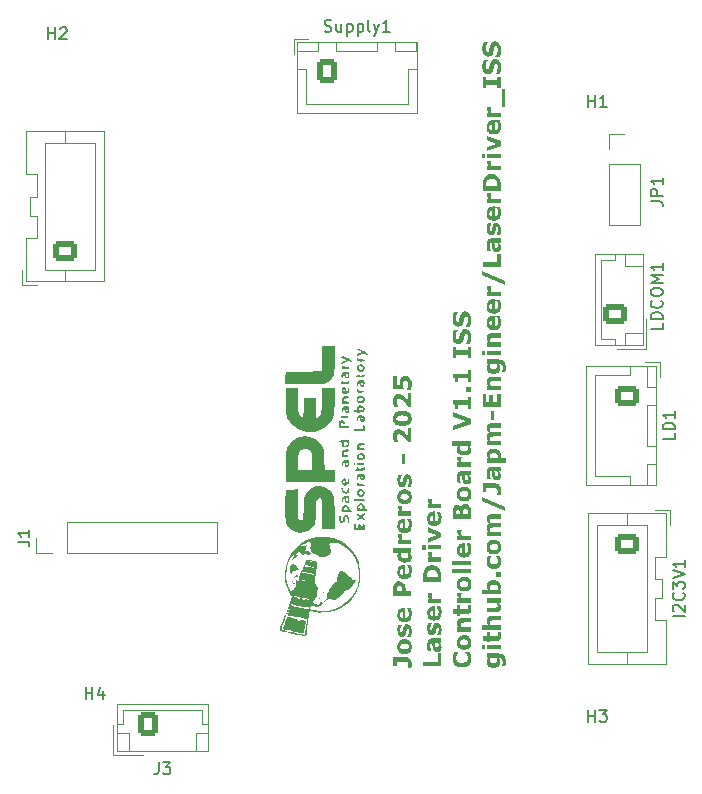
<source format=gto>
G04 #@! TF.GenerationSoftware,KiCad,Pcbnew,9.0.0*
G04 #@! TF.CreationDate,2025-06-18T16:48:56-04:00*
G04 #@! TF.ProjectId,top_board,746f705f-626f-4617-9264-2e6b69636164,rev?*
G04 #@! TF.SameCoordinates,Original*
G04 #@! TF.FileFunction,Legend,Top*
G04 #@! TF.FilePolarity,Positive*
%FSLAX46Y46*%
G04 Gerber Fmt 4.6, Leading zero omitted, Abs format (unit mm)*
G04 Created by KiCad (PCBNEW 9.0.0) date 2025-06-18 16:48:56*
%MOMM*%
%LPD*%
G01*
G04 APERTURE LIST*
G04 Aperture macros list*
%AMRoundRect*
0 Rectangle with rounded corners*
0 $1 Rounding radius*
0 $2 $3 $4 $5 $6 $7 $8 $9 X,Y pos of 4 corners*
0 Add a 4 corners polygon primitive as box body*
4,1,4,$2,$3,$4,$5,$6,$7,$8,$9,$2,$3,0*
0 Add four circle primitives for the rounded corners*
1,1,$1+$1,$2,$3*
1,1,$1+$1,$4,$5*
1,1,$1+$1,$6,$7*
1,1,$1+$1,$8,$9*
0 Add four rect primitives between the rounded corners*
20,1,$1+$1,$2,$3,$4,$5,0*
20,1,$1+$1,$4,$5,$6,$7,0*
20,1,$1+$1,$6,$7,$8,$9,0*
20,1,$1+$1,$8,$9,$2,$3,0*%
G04 Aperture macros list end*
%ADD10C,0.300000*%
%ADD11C,0.150000*%
%ADD12C,0.120000*%
%ADD13C,0.000000*%
%ADD14C,3.200000*%
%ADD15RoundRect,0.250000X0.750000X-0.600000X0.750000X0.600000X-0.750000X0.600000X-0.750000X-0.600000X0*%
%ADD16O,2.000000X1.700000*%
%ADD17R,1.700000X1.700000*%
%ADD18O,1.700000X1.700000*%
%ADD19RoundRect,0.250000X-0.600000X-0.725000X0.600000X-0.725000X0.600000X0.725000X-0.600000X0.725000X0*%
%ADD20O,1.700000X1.950000*%
%ADD21RoundRect,0.250000X-0.725000X0.600000X-0.725000X-0.600000X0.725000X-0.600000X0.725000X0.600000X0*%
%ADD22O,1.950000X1.700000*%
%ADD23RoundRect,0.250000X0.725000X-0.600000X0.725000X0.600000X-0.725000X0.600000X-0.725000X-0.600000X0*%
%ADD24RoundRect,0.250000X-0.600000X-0.750000X0.600000X-0.750000X0.600000X0.750000X-0.600000X0.750000X0*%
%ADD25O,1.700000X2.000000*%
%ADD26R,1.524000X1.524000*%
%ADD27C,1.524000*%
G04 APERTURE END LIST*
D10*
G36*
X222581699Y-108010175D02*
G01*
X222679841Y-108019278D01*
X222770285Y-108046079D01*
X222851468Y-108090737D01*
X222918662Y-108152599D01*
X222975362Y-108233795D01*
X223018863Y-108332942D01*
X223044644Y-108445260D01*
X223054309Y-108594251D01*
X223046615Y-108793004D01*
X223024542Y-108956952D01*
X222714323Y-108956952D01*
X222714323Y-108920040D01*
X222750409Y-108817642D01*
X222762463Y-108760473D01*
X222767079Y-108681354D01*
X222758807Y-108580637D01*
X222738045Y-108515849D01*
X222702706Y-108465639D01*
X222657261Y-108433326D01*
X222604537Y-108415044D01*
X222545887Y-108406764D01*
X222390915Y-108403650D01*
X221776430Y-108403650D01*
X221776430Y-108753070D01*
X221500924Y-108753070D01*
X221500924Y-108010175D01*
X222581699Y-108010175D01*
G37*
G36*
X222565038Y-106491800D02*
G01*
X222664694Y-106512768D01*
X222752169Y-106546250D01*
X222829215Y-106591860D01*
X222897138Y-106649956D01*
X222953728Y-106718401D01*
X222998577Y-106797310D01*
X223031800Y-106888235D01*
X223052774Y-106993198D01*
X223060170Y-107114597D01*
X223052775Y-107235993D01*
X223031803Y-107340966D01*
X222998581Y-107431912D01*
X222953731Y-107510849D01*
X222897138Y-107579330D01*
X222829220Y-107637390D01*
X222752177Y-107682976D01*
X222664701Y-107716440D01*
X222565043Y-107737398D01*
X222451090Y-107744744D01*
X222336179Y-107737329D01*
X222235936Y-107716195D01*
X222148184Y-107682488D01*
X222071118Y-107636617D01*
X222003393Y-107578231D01*
X221946903Y-107509350D01*
X221902184Y-107430264D01*
X221869104Y-107339470D01*
X221848253Y-107235020D01*
X221840910Y-107114597D01*
X222098831Y-107114597D01*
X222102579Y-107166129D01*
X222113119Y-107209486D01*
X222133505Y-107248719D01*
X222170088Y-107288804D01*
X222214866Y-107318073D01*
X222278990Y-107342659D01*
X222352833Y-107357125D01*
X222453105Y-107362626D01*
X222543465Y-107357952D01*
X222615496Y-107345224D01*
X222679394Y-107322780D01*
X222725863Y-107293933D01*
X222760430Y-107257725D01*
X222783932Y-107215622D01*
X222797470Y-107167930D01*
X222802250Y-107111575D01*
X222798027Y-107062341D01*
X222785489Y-107015771D01*
X222763089Y-106973827D01*
X222728977Y-106938376D01*
X222681569Y-106907446D01*
X222623647Y-106884612D01*
X222556052Y-106871793D01*
X222453105Y-106866660D01*
X222356466Y-106871733D01*
X222284119Y-106885162D01*
X222220653Y-106908175D01*
X222175218Y-106936361D01*
X222139294Y-106972857D01*
X222116141Y-107015313D01*
X222103241Y-107062697D01*
X222098831Y-107114597D01*
X221840910Y-107114597D01*
X221848359Y-106992265D01*
X221869452Y-106886809D01*
X221902816Y-106795749D01*
X221947795Y-106716997D01*
X222004492Y-106648948D01*
X222072539Y-106591235D01*
X222149706Y-106545900D01*
X222237299Y-106512610D01*
X222337061Y-106491759D01*
X222451090Y-106484451D01*
X222565038Y-106491800D01*
G37*
G36*
X222662024Y-105220128D02*
G01*
X222747115Y-105230102D01*
X222822107Y-105259230D01*
X222889496Y-105308173D01*
X222950628Y-105379954D01*
X222995887Y-105461189D01*
X223030150Y-105559033D01*
X223052241Y-105676587D01*
X223060170Y-105817485D01*
X223052712Y-105967264D01*
X223031686Y-106096196D01*
X222999889Y-106214525D01*
X222968579Y-106297056D01*
X222667428Y-106297056D01*
X222667428Y-106263258D01*
X222707453Y-106199236D01*
X222754165Y-106096196D01*
X222792267Y-105966137D01*
X222804044Y-105891824D01*
X222808112Y-105810341D01*
X222801368Y-105709056D01*
X222785214Y-105649507D01*
X222766315Y-105619095D01*
X222744142Y-105602649D01*
X222717528Y-105597208D01*
X222680473Y-105605233D01*
X222656345Y-105627983D01*
X222639766Y-105666061D01*
X222619801Y-105744761D01*
X222599742Y-105855953D01*
X222573456Y-105983539D01*
X222538588Y-106084384D01*
X222495610Y-106160310D01*
X222445411Y-106216089D01*
X222383677Y-106257716D01*
X222312347Y-106283083D01*
X222228798Y-106291926D01*
X222150001Y-106282364D01*
X222078806Y-106254106D01*
X222013044Y-106206005D01*
X221951552Y-106134665D01*
X221905734Y-106054543D01*
X221871146Y-105958295D01*
X221848889Y-105842907D01*
X221840910Y-105704828D01*
X221847583Y-105577435D01*
X221867197Y-105457349D01*
X221896215Y-105345963D01*
X221923342Y-105272426D01*
X222216067Y-105272426D01*
X222216067Y-105304208D01*
X222167196Y-105390622D01*
X222127224Y-105491237D01*
X222101480Y-105597192D01*
X222092969Y-105703820D01*
X222099291Y-105788942D01*
X222116325Y-105853938D01*
X222135981Y-105890296D01*
X222157746Y-105908943D01*
X222182545Y-105914846D01*
X222219451Y-105907636D01*
X222245285Y-105887185D01*
X222263884Y-105849535D01*
X222288516Y-105757035D01*
X222310681Y-105635676D01*
X222337883Y-105504976D01*
X222370334Y-105411450D01*
X222410570Y-105341234D01*
X222457776Y-105289829D01*
X222515707Y-105251652D01*
X222582960Y-105228293D01*
X222662024Y-105220128D01*
G37*
G36*
X222520882Y-104685602D02*
G01*
X222607167Y-104669768D01*
X222675527Y-104635478D01*
X222729893Y-104582654D01*
X222767716Y-104515470D01*
X222792856Y-104424685D01*
X222802250Y-104303393D01*
X222791555Y-104188510D01*
X222759385Y-104076980D01*
X222712630Y-103974503D01*
X222667428Y-103903781D01*
X222667428Y-103862840D01*
X222964549Y-103862840D01*
X223008827Y-103986989D01*
X223037547Y-104098504D01*
X223054258Y-104212309D01*
X223060170Y-104343418D01*
X223052819Y-104486150D01*
X223032164Y-104607843D01*
X222999891Y-104711441D01*
X222957087Y-104799515D01*
X222904191Y-104874188D01*
X222838079Y-104939282D01*
X222762258Y-104990024D01*
X222675347Y-105027142D01*
X222575354Y-105050390D01*
X222459791Y-105058561D01*
X222345426Y-105050892D01*
X222244928Y-105028947D01*
X222156205Y-104993762D01*
X222077544Y-104945591D01*
X222007698Y-104883897D01*
X221949570Y-104811676D01*
X221903628Y-104729336D01*
X221869719Y-104635413D01*
X221848399Y-104528009D01*
X221842715Y-104434551D01*
X222069521Y-104434551D01*
X222076175Y-104503668D01*
X222094995Y-104561328D01*
X222125300Y-104609856D01*
X222167256Y-104647176D01*
X222225178Y-104673202D01*
X222303995Y-104686610D01*
X222303995Y-104208138D01*
X222228042Y-104216888D01*
X222170945Y-104236580D01*
X222128415Y-104265566D01*
X222097215Y-104305626D01*
X222077020Y-104360357D01*
X222069521Y-104434551D01*
X221842715Y-104434551D01*
X221840910Y-104404876D01*
X221851199Y-104263864D01*
X221879661Y-104149637D01*
X221923842Y-104057219D01*
X221982968Y-103982732D01*
X222057821Y-103923317D01*
X222148546Y-103879372D01*
X222258410Y-103851356D01*
X222391647Y-103841316D01*
X222520882Y-103841316D01*
X222520882Y-104685602D01*
G37*
G36*
X222081982Y-101593452D02*
G01*
X222180896Y-101620416D01*
X222271661Y-101664551D01*
X222344844Y-101722814D01*
X222400436Y-101786634D01*
X222445533Y-101854298D01*
X222480765Y-101926238D01*
X222505189Y-102002438D01*
X222521035Y-102094533D01*
X222526744Y-102205408D01*
X222526744Y-102450322D01*
X223025000Y-102450322D01*
X223025000Y-102843797D01*
X221500924Y-102843797D01*
X221500924Y-102382728D01*
X221788154Y-102382728D01*
X221788154Y-102450322D01*
X222239515Y-102450322D01*
X222239515Y-102337574D01*
X222236156Y-102241575D01*
X222227424Y-102172160D01*
X222208726Y-102111304D01*
X222178790Y-102062984D01*
X222143048Y-102030203D01*
X222101395Y-102008212D01*
X222053522Y-101995837D01*
X221991577Y-101991268D01*
X221931571Y-102000209D01*
X221881760Y-102026164D01*
X221842036Y-102064562D01*
X221817463Y-102107039D01*
X221798441Y-102168644D01*
X221790718Y-102226932D01*
X221788154Y-102382728D01*
X221500924Y-102382728D01*
X221500924Y-102196249D01*
X221507787Y-102056531D01*
X221526020Y-101950876D01*
X221557815Y-101855454D01*
X221601033Y-101774105D01*
X221645391Y-101717001D01*
X221696637Y-101670333D01*
X221755364Y-101633238D01*
X221819749Y-101606928D01*
X221894367Y-101590358D01*
X221981136Y-101584512D01*
X222081982Y-101593452D01*
G37*
G36*
X222520882Y-101036614D02*
G01*
X222607167Y-101020780D01*
X222675527Y-100986489D01*
X222729893Y-100933666D01*
X222767716Y-100866482D01*
X222792856Y-100775696D01*
X222802250Y-100654405D01*
X222791555Y-100539521D01*
X222759385Y-100427991D01*
X222712630Y-100325515D01*
X222667428Y-100254793D01*
X222667428Y-100213852D01*
X222964549Y-100213852D01*
X223008827Y-100338001D01*
X223037547Y-100449515D01*
X223054258Y-100563321D01*
X223060170Y-100694430D01*
X223052819Y-100837162D01*
X223032164Y-100958855D01*
X222999891Y-101062453D01*
X222957087Y-101150527D01*
X222904191Y-101225200D01*
X222838079Y-101290294D01*
X222762258Y-101341035D01*
X222675347Y-101378154D01*
X222575354Y-101401402D01*
X222459791Y-101409573D01*
X222345426Y-101401904D01*
X222244928Y-101379959D01*
X222156205Y-101344773D01*
X222077544Y-101296603D01*
X222007698Y-101234909D01*
X221949570Y-101162687D01*
X221903628Y-101080348D01*
X221869719Y-100986425D01*
X221848399Y-100879021D01*
X221842715Y-100785563D01*
X222069521Y-100785563D01*
X222076175Y-100854680D01*
X222094995Y-100912340D01*
X222125300Y-100960868D01*
X222167256Y-100998188D01*
X222225178Y-101024213D01*
X222303995Y-101037622D01*
X222303995Y-100559150D01*
X222228042Y-100567899D01*
X222170945Y-100587592D01*
X222128415Y-100616577D01*
X222097215Y-100656637D01*
X222077020Y-100711369D01*
X222069521Y-100785563D01*
X221842715Y-100785563D01*
X221840910Y-100755887D01*
X221851199Y-100614876D01*
X221879661Y-100500649D01*
X221923842Y-100408231D01*
X221982968Y-100333744D01*
X222057821Y-100274329D01*
X222148546Y-100230384D01*
X222258410Y-100202367D01*
X222391647Y-100192328D01*
X222520882Y-100192328D01*
X222520882Y-101036614D01*
G37*
G36*
X223025000Y-99181895D02*
G01*
X222905107Y-99181895D01*
X222975412Y-99277572D01*
X223021611Y-99360223D01*
X223050112Y-99447563D01*
X223060170Y-99551831D01*
X223049653Y-99653231D01*
X223019303Y-99741315D01*
X222969281Y-99818940D01*
X222897596Y-99887879D01*
X222813956Y-99940650D01*
X222715010Y-99979960D01*
X222597920Y-100004995D01*
X222459241Y-100013908D01*
X222361848Y-100008863D01*
X222275384Y-99994427D01*
X222198482Y-99971410D01*
X222091638Y-99920307D01*
X222003484Y-99855089D01*
X221935190Y-99778371D01*
X221883592Y-99686012D01*
X221851361Y-99585607D01*
X221840910Y-99487260D01*
X221847024Y-99388699D01*
X221857341Y-99342821D01*
X222110554Y-99342821D01*
X222116925Y-99414588D01*
X222134740Y-99473289D01*
X222162969Y-99521518D01*
X222201871Y-99561082D01*
X222266546Y-99599764D01*
X222349304Y-99624704D01*
X222455028Y-99633805D01*
X222567691Y-99625887D01*
X222647232Y-99605305D01*
X222701958Y-99575462D01*
X222743135Y-99531031D01*
X222769204Y-99470338D01*
X222778803Y-99387883D01*
X222774241Y-99337292D01*
X222759752Y-99281363D01*
X222737314Y-99227564D01*
X222709743Y-99181895D01*
X222141512Y-99181895D01*
X222117790Y-99263869D01*
X222110554Y-99342821D01*
X221857341Y-99342821D01*
X221862984Y-99317725D01*
X221918763Y-99181895D01*
X221430582Y-99181895D01*
X221430582Y-98812966D01*
X223025000Y-98812966D01*
X223025000Y-99181895D01*
G37*
G36*
X222233653Y-97629426D02*
G01*
X222233653Y-97662216D01*
X222220464Y-97738053D01*
X222216067Y-97825157D01*
X222218782Y-97901812D01*
X222226234Y-97964558D01*
X222239529Y-98025730D01*
X222260764Y-98094709D01*
X223025000Y-98094709D01*
X223025000Y-98463546D01*
X221876081Y-98463546D01*
X221876081Y-98094709D01*
X222045158Y-98094709D01*
X221978608Y-98010053D01*
X221934614Y-97940180D01*
X221908413Y-97882584D01*
X221883686Y-97793471D01*
X221876081Y-97716530D01*
X221877180Y-97672474D01*
X221880203Y-97629426D01*
X222233653Y-97629426D01*
G37*
G36*
X222520882Y-97131171D02*
G01*
X222607167Y-97115337D01*
X222675527Y-97081046D01*
X222729893Y-97028223D01*
X222767716Y-96961039D01*
X222792856Y-96870253D01*
X222802250Y-96748961D01*
X222791555Y-96634078D01*
X222759385Y-96522548D01*
X222712630Y-96420072D01*
X222667428Y-96349350D01*
X222667428Y-96308408D01*
X222964549Y-96308408D01*
X223008827Y-96432558D01*
X223037547Y-96544072D01*
X223054258Y-96657877D01*
X223060170Y-96788987D01*
X223052819Y-96931719D01*
X223032164Y-97053412D01*
X222999891Y-97157010D01*
X222957087Y-97245084D01*
X222904191Y-97319757D01*
X222838079Y-97384851D01*
X222762258Y-97435592D01*
X222675347Y-97472710D01*
X222575354Y-97495959D01*
X222459791Y-97504130D01*
X222345426Y-97496460D01*
X222244928Y-97474515D01*
X222156205Y-97439330D01*
X222077544Y-97391160D01*
X222007698Y-97329466D01*
X221949570Y-97257244D01*
X221903628Y-97174905D01*
X221869719Y-97080982D01*
X221848399Y-96973578D01*
X221842715Y-96880120D01*
X222069521Y-96880120D01*
X222076175Y-96949237D01*
X222094995Y-97006897D01*
X222125300Y-97055425D01*
X222167256Y-97092744D01*
X222225178Y-97118770D01*
X222303995Y-97132178D01*
X222303995Y-96653707D01*
X222228042Y-96662456D01*
X222170945Y-96682149D01*
X222128415Y-96711134D01*
X222097215Y-96751194D01*
X222077020Y-96805926D01*
X222069521Y-96880120D01*
X221842715Y-96880120D01*
X221840910Y-96850444D01*
X221851199Y-96709433D01*
X221879661Y-96595206D01*
X221923842Y-96502788D01*
X221982968Y-96428301D01*
X222057821Y-96368886D01*
X222148546Y-96324941D01*
X222258410Y-96296924D01*
X222391647Y-96286885D01*
X222520882Y-96286885D01*
X222520882Y-97131171D01*
G37*
G36*
X222233653Y-95192371D02*
G01*
X222233653Y-95225161D01*
X222220464Y-95300998D01*
X222216067Y-95388101D01*
X222218782Y-95464757D01*
X222226234Y-95527503D01*
X222239529Y-95588675D01*
X222260764Y-95657654D01*
X223025000Y-95657654D01*
X223025000Y-96026491D01*
X221876081Y-96026491D01*
X221876081Y-95657654D01*
X222045158Y-95657654D01*
X221978608Y-95572998D01*
X221934614Y-95503125D01*
X221908413Y-95445529D01*
X221883686Y-95356416D01*
X221876081Y-95279474D01*
X221877180Y-95235419D01*
X221880203Y-95192371D01*
X222233653Y-95192371D01*
G37*
G36*
X222565038Y-93814131D02*
G01*
X222664694Y-93835099D01*
X222752169Y-93868581D01*
X222829215Y-93914191D01*
X222897138Y-93972287D01*
X222953728Y-94040732D01*
X222998577Y-94119640D01*
X223031800Y-94210566D01*
X223052774Y-94315529D01*
X223060170Y-94436928D01*
X223052775Y-94558324D01*
X223031803Y-94663297D01*
X222998581Y-94754243D01*
X222953731Y-94833180D01*
X222897138Y-94901661D01*
X222829220Y-94959721D01*
X222752177Y-95005306D01*
X222664701Y-95038771D01*
X222565043Y-95059729D01*
X222451090Y-95067075D01*
X222336179Y-95059659D01*
X222235936Y-95038526D01*
X222148184Y-95004819D01*
X222071118Y-94958948D01*
X222003393Y-94900562D01*
X221946903Y-94831681D01*
X221902184Y-94752594D01*
X221869104Y-94661801D01*
X221848253Y-94557351D01*
X221840910Y-94436928D01*
X222098831Y-94436928D01*
X222102579Y-94488460D01*
X222113119Y-94531816D01*
X222133505Y-94571050D01*
X222170088Y-94611134D01*
X222214866Y-94640404D01*
X222278990Y-94664990D01*
X222352833Y-94679456D01*
X222453105Y-94684957D01*
X222543465Y-94680282D01*
X222615496Y-94667554D01*
X222679394Y-94645111D01*
X222725863Y-94616263D01*
X222760430Y-94580055D01*
X222783932Y-94537953D01*
X222797470Y-94490261D01*
X222802250Y-94433906D01*
X222798027Y-94384671D01*
X222785489Y-94338101D01*
X222763089Y-94296158D01*
X222728977Y-94260707D01*
X222681569Y-94229777D01*
X222623647Y-94206943D01*
X222556052Y-94194124D01*
X222453105Y-94188991D01*
X222356466Y-94194064D01*
X222284119Y-94207493D01*
X222220653Y-94230506D01*
X222175218Y-94258692D01*
X222139294Y-94295188D01*
X222116141Y-94337643D01*
X222103241Y-94385027D01*
X222098831Y-94436928D01*
X221840910Y-94436928D01*
X221848359Y-94314596D01*
X221869452Y-94209140D01*
X221902816Y-94118080D01*
X221947795Y-94039328D01*
X222004492Y-93971279D01*
X222072539Y-93913566D01*
X222149706Y-93868231D01*
X222237299Y-93834941D01*
X222337061Y-93814089D01*
X222451090Y-93806782D01*
X222565038Y-93814131D01*
G37*
G36*
X222662024Y-92542459D02*
G01*
X222747115Y-92552433D01*
X222822107Y-92581561D01*
X222889496Y-92630504D01*
X222950628Y-92702285D01*
X222995887Y-92783520D01*
X223030150Y-92881363D01*
X223052241Y-92998917D01*
X223060170Y-93139815D01*
X223052712Y-93289595D01*
X223031686Y-93418527D01*
X222999889Y-93536855D01*
X222968579Y-93619386D01*
X222667428Y-93619386D01*
X222667428Y-93585589D01*
X222707453Y-93521567D01*
X222754165Y-93418527D01*
X222792267Y-93288468D01*
X222804044Y-93214155D01*
X222808112Y-93132671D01*
X222801368Y-93031387D01*
X222785214Y-92971837D01*
X222766315Y-92941426D01*
X222744142Y-92924979D01*
X222717528Y-92919539D01*
X222680473Y-92927563D01*
X222656345Y-92950314D01*
X222639766Y-92988392D01*
X222619801Y-93067092D01*
X222599742Y-93178284D01*
X222573456Y-93305870D01*
X222538588Y-93406715D01*
X222495610Y-93482640D01*
X222445411Y-93538420D01*
X222383677Y-93580047D01*
X222312347Y-93605413D01*
X222228798Y-93614257D01*
X222150001Y-93604695D01*
X222078806Y-93576437D01*
X222013044Y-93528336D01*
X221951552Y-93456995D01*
X221905734Y-93376874D01*
X221871146Y-93280626D01*
X221848889Y-93165238D01*
X221840910Y-93027158D01*
X221847583Y-92899766D01*
X221867197Y-92779679D01*
X221896215Y-92668294D01*
X221923342Y-92594757D01*
X222216067Y-92594757D01*
X222216067Y-92626539D01*
X222167196Y-92712953D01*
X222127224Y-92813568D01*
X222101480Y-92919523D01*
X222092969Y-93026151D01*
X222099291Y-93111273D01*
X222116325Y-93176269D01*
X222135981Y-93212626D01*
X222157746Y-93231273D01*
X222182545Y-93237177D01*
X222219451Y-93229967D01*
X222245285Y-93209516D01*
X222263884Y-93171865D01*
X222288516Y-93079365D01*
X222310681Y-92958007D01*
X222337883Y-92827307D01*
X222370334Y-92733781D01*
X222410570Y-92663564D01*
X222457776Y-92612159D01*
X222515707Y-92573983D01*
X222582960Y-92550624D01*
X222662024Y-92542459D01*
G37*
G36*
X222491573Y-90859931D02*
G01*
X222491573Y-91641752D01*
X222198482Y-91641752D01*
X222198482Y-90859931D01*
X222491573Y-90859931D01*
G37*
G36*
X223025000Y-88643702D02*
G01*
X223025000Y-89841530D01*
X222771842Y-89841530D01*
X222562007Y-89566482D01*
X222453605Y-89436580D01*
X222370490Y-89345655D01*
X222251998Y-89233725D01*
X222162761Y-89169434D01*
X222102033Y-89139650D01*
X222043952Y-89122645D01*
X221987547Y-89117136D01*
X221921349Y-89125157D01*
X221868942Y-89147650D01*
X221827080Y-89184272D01*
X221797175Y-89232213D01*
X221777731Y-89295166D01*
X221770568Y-89377438D01*
X221779691Y-89472132D01*
X221808579Y-89575732D01*
X221851946Y-89676387D01*
X221905390Y-89768806D01*
X221905390Y-89801596D01*
X221566778Y-89801596D01*
X221537511Y-89719688D01*
X221503397Y-89586998D01*
X221479520Y-89444556D01*
X221471615Y-89302608D01*
X221480471Y-89156860D01*
X221504895Y-89038352D01*
X221542438Y-88942394D01*
X221591782Y-88865077D01*
X221657107Y-88799897D01*
X221733814Y-88753403D01*
X221824174Y-88724573D01*
X221931585Y-88714410D01*
X222025799Y-88722395D01*
X222116707Y-88746290D01*
X222205534Y-88786675D01*
X222288250Y-88839870D01*
X222377238Y-88912406D01*
X222473346Y-89007501D01*
X222556388Y-89101794D01*
X222631250Y-89195080D01*
X222731908Y-89329261D01*
X222731908Y-88643702D01*
X223025000Y-88643702D01*
G37*
G36*
X222448550Y-87171333D02*
G01*
X222605604Y-87197021D01*
X222704432Y-87225936D01*
X222786497Y-87262345D01*
X222854182Y-87305556D01*
X222914618Y-87360694D01*
X222964298Y-87425236D01*
X223003750Y-87500279D01*
X223030702Y-87581116D01*
X223048077Y-87677834D01*
X223054309Y-87793278D01*
X223048093Y-87906657D01*
X223030626Y-88003201D01*
X223003292Y-88085362D01*
X222963306Y-88161594D01*
X222913097Y-88226425D01*
X222852167Y-88281092D01*
X222782416Y-88325711D01*
X222700159Y-88362432D01*
X222603497Y-88390727D01*
X222449240Y-88415554D01*
X222262962Y-88424524D01*
X222071586Y-88415173D01*
X221918854Y-88389719D01*
X221823872Y-88360923D01*
X221742047Y-88323869D01*
X221671741Y-88278986D01*
X221610857Y-88223680D01*
X221561027Y-88158501D01*
X221521715Y-88082248D01*
X221494809Y-88000151D01*
X221477685Y-87904569D01*
X221471615Y-87793278D01*
X221752983Y-87793278D01*
X221760531Y-87852727D01*
X221781999Y-87901103D01*
X221817536Y-87941040D01*
X221869761Y-87973621D01*
X221950714Y-88000487D01*
X222076875Y-88020145D01*
X222263969Y-88027935D01*
X222445941Y-88020108D01*
X222571123Y-88000182D01*
X222653598Y-87972614D01*
X222707317Y-87939428D01*
X222743600Y-87899372D01*
X222765343Y-87851487D01*
X222772941Y-87793278D01*
X222765345Y-87735119D01*
X222743606Y-87687262D01*
X222707323Y-87647220D01*
X222653598Y-87614035D01*
X222571086Y-87586498D01*
X222445332Y-87566557D01*
X222261954Y-87558714D01*
X222076267Y-87566488D01*
X221950676Y-87586131D01*
X221869761Y-87613027D01*
X221817530Y-87645608D01*
X221781993Y-87685532D01*
X221760529Y-87733879D01*
X221752983Y-87793278D01*
X221471615Y-87793278D01*
X221477979Y-87677133D01*
X221495706Y-87580114D01*
X221523181Y-87499271D01*
X221563427Y-87424414D01*
X221614438Y-87359855D01*
X221676871Y-87304549D01*
X221746457Y-87260425D01*
X221828054Y-87224052D01*
X221923434Y-87195922D01*
X222075912Y-87171125D01*
X222261954Y-87162124D01*
X222448550Y-87171333D01*
G37*
G36*
X223025000Y-85660031D02*
G01*
X223025000Y-86857859D01*
X222771842Y-86857859D01*
X222562007Y-86582811D01*
X222453605Y-86452909D01*
X222370490Y-86361985D01*
X222251998Y-86250054D01*
X222162761Y-86185764D01*
X222102033Y-86155979D01*
X222043952Y-86138974D01*
X221987547Y-86133465D01*
X221921349Y-86141487D01*
X221868942Y-86163980D01*
X221827080Y-86200601D01*
X221797175Y-86248542D01*
X221777731Y-86311495D01*
X221770568Y-86393767D01*
X221779691Y-86488462D01*
X221808579Y-86592062D01*
X221851946Y-86692717D01*
X221905390Y-86785136D01*
X221905390Y-86817925D01*
X221566778Y-86817925D01*
X221537511Y-86736017D01*
X221503397Y-86603327D01*
X221479520Y-86460886D01*
X221471615Y-86318937D01*
X221480471Y-86173189D01*
X221504895Y-86054681D01*
X221542438Y-85958723D01*
X221591782Y-85881407D01*
X221657107Y-85816226D01*
X221733814Y-85769732D01*
X221824174Y-85740902D01*
X221931585Y-85730739D01*
X222025799Y-85738724D01*
X222116707Y-85762619D01*
X222205534Y-85803005D01*
X222288250Y-85856199D01*
X222377238Y-85928735D01*
X222473346Y-86023831D01*
X222556388Y-86118124D01*
X222631250Y-86211409D01*
X222731908Y-86345590D01*
X222731908Y-85660031D01*
X223025000Y-85660031D01*
G37*
G36*
X222506960Y-84200985D02*
G01*
X222585139Y-84206063D01*
X222658391Y-84220990D01*
X222727512Y-84245590D01*
X222792154Y-84279799D01*
X222850079Y-84322831D01*
X222901901Y-84375191D01*
X222948989Y-84440731D01*
X222987327Y-84512718D01*
X223017031Y-84591896D01*
X223044499Y-84719318D01*
X223054309Y-84871157D01*
X223045842Y-85047394D01*
X223025183Y-85181101D01*
X222993831Y-85301266D01*
X222962351Y-85387547D01*
X222626395Y-85387547D01*
X222626395Y-85344500D01*
X222676779Y-85248268D01*
X222718536Y-85143732D01*
X222746295Y-85035523D01*
X222755355Y-84929501D01*
X222751854Y-84863813D01*
X222740701Y-84789641D01*
X222719050Y-84720111D01*
X222687303Y-84670298D01*
X222654655Y-84638920D01*
X222623373Y-84617541D01*
X222585977Y-84604832D01*
X222522806Y-84599590D01*
X222472830Y-84605855D01*
X222432039Y-84623678D01*
X222397578Y-84651270D01*
X222370581Y-84685685D01*
X222343331Y-84745022D01*
X222326434Y-84818950D01*
X222315718Y-84960275D01*
X222319748Y-85051339D01*
X222331564Y-85137046D01*
X222362613Y-85285149D01*
X222362613Y-85330211D01*
X221500924Y-85330211D01*
X221500924Y-84245040D01*
X221794016Y-84245040D01*
X221794016Y-84960275D01*
X222039480Y-84960275D01*
X222035908Y-84879858D01*
X222034351Y-84794312D01*
X222040712Y-84671941D01*
X222058439Y-84569364D01*
X222088019Y-84475108D01*
X222125392Y-84398730D01*
X222167212Y-84340795D01*
X222216618Y-84292580D01*
X222274228Y-84253284D01*
X222338030Y-84225277D01*
X222414713Y-84207388D01*
X222506960Y-84200985D01*
G37*
G36*
X225545000Y-107704810D02*
G01*
X225545000Y-108805277D01*
X224020924Y-108805277D01*
X224020924Y-108411802D01*
X225251908Y-108411802D01*
X225251908Y-107704810D01*
X225545000Y-107704810D01*
G37*
G36*
X225545000Y-106791098D02*
G01*
X225423092Y-106791098D01*
X225477405Y-106864920D01*
X225527597Y-106947902D01*
X225550201Y-107003256D01*
X225566707Y-107060650D01*
X225576673Y-107120596D01*
X225580170Y-107188695D01*
X225573470Y-107269220D01*
X225554100Y-107340820D01*
X225522484Y-107405107D01*
X225478138Y-107463285D01*
X225423551Y-107511714D01*
X225362847Y-107545886D01*
X225294763Y-107566719D01*
X225217470Y-107573927D01*
X225134621Y-107567061D01*
X225066534Y-107547875D01*
X225010382Y-107517598D01*
X224961536Y-107475772D01*
X224919328Y-107423000D01*
X224883620Y-107357680D01*
X224845309Y-107248093D01*
X224817675Y-107103606D01*
X224800784Y-106950441D01*
X224788980Y-106791098D01*
X225005711Y-106791098D01*
X225022656Y-106953031D01*
X225035339Y-107034617D01*
X225047843Y-107085105D01*
X225070127Y-107135340D01*
X225098676Y-107169644D01*
X225136127Y-107191166D01*
X225186420Y-107198861D01*
X225244947Y-107192725D01*
X225266167Y-107182580D01*
X225288087Y-107161950D01*
X225305753Y-107136415D01*
X225318403Y-107105621D01*
X225325220Y-107068214D01*
X225328112Y-107003131D01*
X225322615Y-106948126D01*
X225305580Y-106891024D01*
X225279089Y-106837145D01*
X225245955Y-106791098D01*
X225005711Y-106791098D01*
X224788980Y-106791098D01*
X224788824Y-106788991D01*
X224782595Y-106788991D01*
X224723395Y-106798228D01*
X224680485Y-106823870D01*
X224649697Y-106866844D01*
X224630938Y-106920304D01*
X224617928Y-106994875D01*
X224612969Y-107096371D01*
X224620703Y-107188540D01*
X224645300Y-107291093D01*
X224695034Y-107439654D01*
X224695034Y-107473451D01*
X224418155Y-107473451D01*
X224381885Y-107283400D01*
X224366142Y-107151435D01*
X224360910Y-107019526D01*
X224368631Y-106855886D01*
X224389287Y-106730267D01*
X224419739Y-106635435D01*
X224457814Y-106565143D01*
X224511601Y-106505236D01*
X224578167Y-106462135D01*
X224660174Y-106435006D01*
X224761713Y-106425283D01*
X225545000Y-106425283D01*
X225545000Y-106791098D01*
G37*
G36*
X225182024Y-105085306D02*
G01*
X225267115Y-105095280D01*
X225342107Y-105124408D01*
X225409496Y-105173351D01*
X225470628Y-105245132D01*
X225515887Y-105326367D01*
X225550150Y-105424211D01*
X225572241Y-105541765D01*
X225580170Y-105682663D01*
X225572712Y-105832442D01*
X225551686Y-105961374D01*
X225519889Y-106079703D01*
X225488579Y-106162233D01*
X225187428Y-106162233D01*
X225187428Y-106128436D01*
X225227453Y-106064414D01*
X225274165Y-105961374D01*
X225312267Y-105831315D01*
X225324044Y-105757002D01*
X225328112Y-105675519D01*
X225321368Y-105574234D01*
X225305214Y-105514685D01*
X225286315Y-105484273D01*
X225264142Y-105467827D01*
X225237528Y-105462386D01*
X225200473Y-105470411D01*
X225176345Y-105493161D01*
X225159766Y-105531239D01*
X225139801Y-105609939D01*
X225119742Y-105721131D01*
X225093456Y-105848717D01*
X225058588Y-105949562D01*
X225015610Y-106025487D01*
X224965411Y-106081267D01*
X224903677Y-106122894D01*
X224832347Y-106148261D01*
X224748798Y-106157104D01*
X224670001Y-106147542D01*
X224598806Y-106119284D01*
X224533044Y-106071183D01*
X224471552Y-105999842D01*
X224425734Y-105919721D01*
X224391146Y-105823473D01*
X224368889Y-105708085D01*
X224360910Y-105570006D01*
X224367583Y-105442613D01*
X224387197Y-105322527D01*
X224416215Y-105211141D01*
X224443342Y-105137604D01*
X224736067Y-105137604D01*
X224736067Y-105169386D01*
X224687196Y-105255800D01*
X224647224Y-105356415D01*
X224621480Y-105462370D01*
X224612969Y-105568998D01*
X224619291Y-105654120D01*
X224636325Y-105719116D01*
X224655981Y-105755473D01*
X224677746Y-105774120D01*
X224702545Y-105780024D01*
X224739451Y-105772814D01*
X224765285Y-105752363D01*
X224783884Y-105714712D01*
X224808516Y-105622213D01*
X224830681Y-105500854D01*
X224857883Y-105370154D01*
X224890334Y-105276628D01*
X224930570Y-105206411D01*
X224977776Y-105155006D01*
X225035707Y-105116830D01*
X225102960Y-105093471D01*
X225182024Y-105085306D01*
G37*
G36*
X225040882Y-104550780D02*
G01*
X225127167Y-104534946D01*
X225195527Y-104500656D01*
X225249893Y-104447832D01*
X225287716Y-104380648D01*
X225312856Y-104289863D01*
X225322250Y-104168571D01*
X225311555Y-104053687D01*
X225279385Y-103942158D01*
X225232630Y-103839681D01*
X225187428Y-103768959D01*
X225187428Y-103728018D01*
X225484549Y-103728018D01*
X225528827Y-103852167D01*
X225557547Y-103963681D01*
X225574258Y-104077487D01*
X225580170Y-104208596D01*
X225572819Y-104351328D01*
X225552164Y-104473021D01*
X225519891Y-104576619D01*
X225477087Y-104664693D01*
X225424191Y-104739366D01*
X225358079Y-104804460D01*
X225282258Y-104855201D01*
X225195347Y-104892320D01*
X225095354Y-104915568D01*
X224979791Y-104923739D01*
X224865426Y-104916070D01*
X224764928Y-104894125D01*
X224676205Y-104858939D01*
X224597544Y-104810769D01*
X224527698Y-104749075D01*
X224469570Y-104676853D01*
X224423628Y-104594514D01*
X224389719Y-104500591D01*
X224368399Y-104393187D01*
X224362715Y-104299729D01*
X224589521Y-104299729D01*
X224596175Y-104368846D01*
X224614995Y-104426506D01*
X224645300Y-104475034D01*
X224687256Y-104512354D01*
X224745178Y-104538380D01*
X224823995Y-104551788D01*
X224823995Y-104073316D01*
X224748042Y-104082065D01*
X224690945Y-104101758D01*
X224648415Y-104130744D01*
X224617215Y-104170803D01*
X224597020Y-104225535D01*
X224589521Y-104299729D01*
X224362715Y-104299729D01*
X224360910Y-104270054D01*
X224371199Y-104129042D01*
X224399661Y-104014815D01*
X224443842Y-103922397D01*
X224502968Y-103847910D01*
X224577821Y-103788495D01*
X224668546Y-103744550D01*
X224778410Y-103716533D01*
X224911647Y-103706494D01*
X225040882Y-103706494D01*
X225040882Y-104550780D01*
G37*
G36*
X224753653Y-102611980D02*
G01*
X224753653Y-102644770D01*
X224740464Y-102720607D01*
X224736067Y-102807711D01*
X224738782Y-102884366D01*
X224746234Y-102947112D01*
X224759529Y-103008284D01*
X224780764Y-103077263D01*
X225545000Y-103077263D01*
X225545000Y-103446100D01*
X224396081Y-103446100D01*
X224396081Y-103077263D01*
X224565158Y-103077263D01*
X224498608Y-102992607D01*
X224454614Y-102922734D01*
X224428413Y-102865138D01*
X224403686Y-102776025D01*
X224396081Y-102699084D01*
X224397180Y-102655028D01*
X224400203Y-102611980D01*
X224753653Y-102611980D01*
G37*
G36*
X224923775Y-100235123D02*
G01*
X225050091Y-100267733D01*
X225165812Y-100321288D01*
X225271322Y-100393484D01*
X225356729Y-100475291D01*
X225424191Y-100567210D01*
X225481319Y-100683665D01*
X225518438Y-100812124D01*
X225537831Y-100951455D01*
X225545000Y-101127656D01*
X225545000Y-101665570D01*
X224020924Y-101665570D01*
X224020924Y-101172718D01*
X224308154Y-101172718D01*
X224308154Y-101272095D01*
X225257770Y-101272095D01*
X225257770Y-101172718D01*
X225253973Y-101041678D01*
X225245039Y-100966730D01*
X225227255Y-100902395D01*
X225198694Y-100838686D01*
X225152479Y-100772324D01*
X225098184Y-100720237D01*
X225035112Y-100680874D01*
X224965078Y-100654023D01*
X224881549Y-100636829D01*
X224781954Y-100630683D01*
X224683338Y-100637275D01*
X224598678Y-100655942D01*
X224525774Y-100685546D01*
X224460774Y-100728463D01*
X224405429Y-100785677D01*
X224359078Y-100859202D01*
X224334157Y-100920673D01*
X224318870Y-100982667D01*
X224311308Y-101053716D01*
X224308154Y-101172718D01*
X224020924Y-101172718D01*
X224020924Y-101112268D01*
X224029355Y-100932336D01*
X224052157Y-100790601D01*
X224091304Y-100662479D01*
X224140634Y-100563088D01*
X224212313Y-100465278D01*
X224298395Y-100382821D01*
X224400203Y-100314602D01*
X224512309Y-100265274D01*
X224639437Y-100234628D01*
X224784519Y-100223927D01*
X224923775Y-100235123D01*
G37*
G36*
X224753653Y-99109538D02*
G01*
X224753653Y-99142328D01*
X224740464Y-99218165D01*
X224736067Y-99305268D01*
X224738782Y-99381924D01*
X224746234Y-99444670D01*
X224759529Y-99505841D01*
X224780764Y-99574821D01*
X225545000Y-99574821D01*
X225545000Y-99943658D01*
X224396081Y-99943658D01*
X224396081Y-99574821D01*
X224565158Y-99574821D01*
X224498608Y-99490165D01*
X224454614Y-99420292D01*
X224428413Y-99362696D01*
X224403686Y-99273583D01*
X224396081Y-99196641D01*
X224397180Y-99152586D01*
X224400203Y-99109538D01*
X224753653Y-99109538D01*
G37*
G36*
X225545000Y-98531415D02*
G01*
X225545000Y-98900252D01*
X224396081Y-98900252D01*
X224396081Y-98531415D01*
X225545000Y-98531415D01*
G37*
G36*
X224231950Y-98521157D02*
G01*
X224231950Y-98910511D01*
X223950582Y-98910511D01*
X223950582Y-98521157D01*
X224231950Y-98521157D01*
G37*
G36*
X224396081Y-97024742D02*
G01*
X225545000Y-97468409D01*
X225545000Y-97886431D01*
X224396081Y-98327076D01*
X224396081Y-97936714D01*
X225185871Y-97670276D01*
X224396081Y-97406952D01*
X224396081Y-97024742D01*
G37*
G36*
X225040882Y-96530334D02*
G01*
X225127167Y-96514500D01*
X225195527Y-96480209D01*
X225249893Y-96427385D01*
X225287716Y-96360201D01*
X225312856Y-96269416D01*
X225322250Y-96148124D01*
X225311555Y-96033241D01*
X225279385Y-95921711D01*
X225232630Y-95819235D01*
X225187428Y-95748512D01*
X225187428Y-95707571D01*
X225484549Y-95707571D01*
X225528827Y-95831721D01*
X225557547Y-95943235D01*
X225574258Y-96057040D01*
X225580170Y-96188149D01*
X225572819Y-96330881D01*
X225552164Y-96452575D01*
X225519891Y-96556172D01*
X225477087Y-96644246D01*
X225424191Y-96718920D01*
X225358079Y-96784013D01*
X225282258Y-96834755D01*
X225195347Y-96871873D01*
X225095354Y-96895122D01*
X224979791Y-96903292D01*
X224865426Y-96895623D01*
X224764928Y-96873678D01*
X224676205Y-96838493D01*
X224597544Y-96790322D01*
X224527698Y-96728628D01*
X224469570Y-96656407D01*
X224423628Y-96574067D01*
X224389719Y-96480144D01*
X224368399Y-96372741D01*
X224362715Y-96279282D01*
X224589521Y-96279282D01*
X224596175Y-96348400D01*
X224614995Y-96406059D01*
X224645300Y-96454588D01*
X224687256Y-96491907D01*
X224745178Y-96517933D01*
X224823995Y-96531341D01*
X224823995Y-96052869D01*
X224748042Y-96061619D01*
X224690945Y-96081312D01*
X224648415Y-96110297D01*
X224617215Y-96150357D01*
X224597020Y-96205089D01*
X224589521Y-96279282D01*
X224362715Y-96279282D01*
X224360910Y-96249607D01*
X224371199Y-96108595D01*
X224399661Y-95994368D01*
X224443842Y-95901951D01*
X224502968Y-95827464D01*
X224577821Y-95768048D01*
X224668546Y-95724103D01*
X224778410Y-95696087D01*
X224911647Y-95686047D01*
X225040882Y-95686047D01*
X225040882Y-96530334D01*
G37*
G36*
X224753653Y-94591534D02*
G01*
X224753653Y-94624323D01*
X224740464Y-94700161D01*
X224736067Y-94787264D01*
X224738782Y-94863919D01*
X224746234Y-94926666D01*
X224759529Y-94987837D01*
X224780764Y-95056816D01*
X225545000Y-95056816D01*
X225545000Y-95425654D01*
X224396081Y-95425654D01*
X224396081Y-95056816D01*
X224565158Y-95056816D01*
X224498608Y-94972161D01*
X224454614Y-94902288D01*
X224428413Y-94844692D01*
X224403686Y-94755579D01*
X224396081Y-94678637D01*
X224397180Y-94634582D01*
X224400203Y-94591534D01*
X224753653Y-94591534D01*
G37*
G36*
X228094309Y-108115688D02*
G01*
X228088529Y-108228217D01*
X228071664Y-108332585D01*
X228044208Y-108429754D01*
X228004783Y-108522259D01*
X227955044Y-108604389D01*
X227894823Y-108677233D01*
X227824340Y-108740173D01*
X227742290Y-108793616D01*
X227647253Y-108837609D01*
X227546786Y-108868375D01*
X227433186Y-108887713D01*
X227304519Y-108894487D01*
X227184750Y-108888148D01*
X227075733Y-108869802D01*
X226976165Y-108840173D01*
X226881551Y-108797953D01*
X226797652Y-108745411D01*
X226723374Y-108682362D01*
X226661812Y-108611960D01*
X226609647Y-108530293D01*
X226566844Y-108435982D01*
X226536548Y-108336538D01*
X226517975Y-108229792D01*
X226511615Y-108114680D01*
X226514470Y-108020673D01*
X226522423Y-107941024D01*
X226550633Y-107798050D01*
X226594322Y-107673578D01*
X226639018Y-107575667D01*
X227009870Y-107575667D01*
X227009870Y-107620730D01*
X226950794Y-107693087D01*
X226883475Y-107791913D01*
X226853112Y-107850107D01*
X226827513Y-107913821D01*
X226810512Y-107981074D01*
X226804706Y-108054230D01*
X226811305Y-108135612D01*
X226830810Y-108212042D01*
X226864965Y-108283175D01*
X226917363Y-108350344D01*
X226983189Y-108403760D01*
X227072061Y-108448255D01*
X227174269Y-108475580D01*
X227305526Y-108485624D01*
X227400652Y-108480604D01*
X227479723Y-108466661D01*
X227545220Y-108445141D01*
X227633472Y-108397891D01*
X227696712Y-108343200D01*
X227745197Y-108276695D01*
X227777129Y-108203798D01*
X227795302Y-108126780D01*
X227801217Y-108052124D01*
X227795777Y-107981006D01*
X227779327Y-107910249D01*
X227753383Y-107842418D01*
X227719976Y-107780648D01*
X227655404Y-107687408D01*
X227596053Y-107616700D01*
X227596053Y-107575667D01*
X227962509Y-107575667D01*
X228010961Y-107685393D01*
X228050070Y-107794936D01*
X228082951Y-107935345D01*
X228091065Y-108007072D01*
X228094309Y-108115688D01*
G37*
G36*
X227605038Y-106138625D02*
G01*
X227704694Y-106159593D01*
X227792169Y-106193075D01*
X227869215Y-106238685D01*
X227937138Y-106296781D01*
X227993728Y-106365226D01*
X228038577Y-106444135D01*
X228071800Y-106535060D01*
X228092774Y-106640023D01*
X228100170Y-106761422D01*
X228092775Y-106882818D01*
X228071803Y-106987791D01*
X228038581Y-107078737D01*
X227993731Y-107157674D01*
X227937138Y-107226155D01*
X227869220Y-107284215D01*
X227792177Y-107329800D01*
X227704701Y-107363265D01*
X227605043Y-107384223D01*
X227491090Y-107391569D01*
X227376179Y-107384153D01*
X227275936Y-107363020D01*
X227188184Y-107329313D01*
X227111118Y-107283442D01*
X227043393Y-107225056D01*
X226986903Y-107156175D01*
X226942184Y-107077088D01*
X226909104Y-106986295D01*
X226888253Y-106881845D01*
X226880910Y-106761422D01*
X227138831Y-106761422D01*
X227142579Y-106812954D01*
X227153119Y-106856311D01*
X227173505Y-106895544D01*
X227210088Y-106935628D01*
X227254866Y-106964898D01*
X227318990Y-106989484D01*
X227392833Y-107003950D01*
X227493105Y-107009451D01*
X227583465Y-107004776D01*
X227655496Y-106992049D01*
X227719394Y-106969605D01*
X227765863Y-106940758D01*
X227800430Y-106904550D01*
X227823932Y-106862447D01*
X227837470Y-106814755D01*
X227842250Y-106758400D01*
X227838027Y-106709166D01*
X227825489Y-106662595D01*
X227803089Y-106620652D01*
X227768977Y-106585201D01*
X227721569Y-106554271D01*
X227663647Y-106531437D01*
X227596052Y-106518618D01*
X227493105Y-106513485D01*
X227396466Y-106518558D01*
X227324119Y-106531987D01*
X227260653Y-106555000D01*
X227215218Y-106583186D01*
X227179294Y-106619682D01*
X227156141Y-106662137D01*
X227143241Y-106709521D01*
X227138831Y-106761422D01*
X226880910Y-106761422D01*
X226888359Y-106639090D01*
X226909452Y-106533634D01*
X226942816Y-106442574D01*
X226987795Y-106363822D01*
X227044492Y-106295773D01*
X227112539Y-106238060D01*
X227189706Y-106192725D01*
X227277299Y-106159435D01*
X227377061Y-106138584D01*
X227491090Y-106131276D01*
X227605038Y-106138625D01*
G37*
G36*
X228065000Y-104711248D02*
G01*
X228065000Y-105082100D01*
X227493746Y-105082100D01*
X227354711Y-105089336D01*
X227290406Y-105100082D01*
X227252678Y-105113882D01*
X227219891Y-105139136D01*
X227197357Y-105173874D01*
X227184831Y-105217501D01*
X227179863Y-105283967D01*
X227183886Y-105334142D01*
X227196258Y-105385999D01*
X227216644Y-105438012D01*
X227248557Y-105498198D01*
X228065000Y-105498198D01*
X228065000Y-105867035D01*
X226916081Y-105867035D01*
X226916081Y-105498198D01*
X227039912Y-105498198D01*
X226970210Y-105398951D01*
X226921943Y-105309154D01*
X226891437Y-105214798D01*
X226880910Y-105107837D01*
X226888427Y-105015402D01*
X226909631Y-104937671D01*
X226943373Y-104871968D01*
X226989720Y-104816303D01*
X227046696Y-104772774D01*
X227117720Y-104740068D01*
X227205852Y-104718913D01*
X227314960Y-104711248D01*
X228065000Y-104711248D01*
G37*
G36*
X228055474Y-103636518D02*
G01*
X228079654Y-103762547D01*
X228088447Y-103925488D01*
X228081899Y-104035349D01*
X228064026Y-104122724D01*
X228036883Y-104191703D01*
X228001618Y-104245690D01*
X227954827Y-104288678D01*
X227892533Y-104321302D01*
X227810790Y-104342798D01*
X227704405Y-104350745D01*
X227168140Y-104350745D01*
X227168140Y-104502420D01*
X226916081Y-104502420D01*
X226916081Y-104350745D01*
X226587819Y-104350745D01*
X226587819Y-103981908D01*
X226916081Y-103981908D01*
X226916081Y-103636518D01*
X227168140Y-103636518D01*
X227168140Y-103981908D01*
X227573613Y-103981908D01*
X227678485Y-103980901D01*
X227721712Y-103976153D01*
X227758994Y-103964506D01*
X227790623Y-103944910D01*
X227815505Y-103913764D01*
X227830438Y-103872613D01*
X227836388Y-103807702D01*
X227824023Y-103732322D01*
X227801217Y-103667293D01*
X227801217Y-103636518D01*
X228055474Y-103636518D01*
G37*
G36*
X227273653Y-102582671D02*
G01*
X227273653Y-102615461D01*
X227260464Y-102691298D01*
X227256067Y-102778401D01*
X227258782Y-102855057D01*
X227266234Y-102917803D01*
X227279529Y-102978975D01*
X227300764Y-103047954D01*
X228065000Y-103047954D01*
X228065000Y-103416791D01*
X226916081Y-103416791D01*
X226916081Y-103047954D01*
X227085158Y-103047954D01*
X227018608Y-102963298D01*
X226974614Y-102893425D01*
X226948413Y-102835829D01*
X226923686Y-102746716D01*
X226916081Y-102669774D01*
X226917180Y-102625719D01*
X226920203Y-102582671D01*
X227273653Y-102582671D01*
G37*
G36*
X227605038Y-101204431D02*
G01*
X227704694Y-101225399D01*
X227792169Y-101258881D01*
X227869215Y-101304491D01*
X227937138Y-101362587D01*
X227993728Y-101431032D01*
X228038577Y-101509941D01*
X228071800Y-101600866D01*
X228092774Y-101705829D01*
X228100170Y-101827228D01*
X228092775Y-101948624D01*
X228071803Y-102053597D01*
X228038581Y-102144543D01*
X227993731Y-102223480D01*
X227937138Y-102291961D01*
X227869220Y-102350021D01*
X227792177Y-102395606D01*
X227704701Y-102429071D01*
X227605043Y-102450029D01*
X227491090Y-102457375D01*
X227376179Y-102449959D01*
X227275936Y-102428826D01*
X227188184Y-102395119D01*
X227111118Y-102349248D01*
X227043393Y-102290862D01*
X226986903Y-102221981D01*
X226942184Y-102142894D01*
X226909104Y-102052101D01*
X226888253Y-101947651D01*
X226880910Y-101827228D01*
X227138831Y-101827228D01*
X227142579Y-101878760D01*
X227153119Y-101922117D01*
X227173505Y-101961350D01*
X227210088Y-102001434D01*
X227254866Y-102030704D01*
X227318990Y-102055290D01*
X227392833Y-102069756D01*
X227493105Y-102075257D01*
X227583465Y-102070582D01*
X227655496Y-102057855D01*
X227719394Y-102035411D01*
X227765863Y-102006564D01*
X227800430Y-101970356D01*
X227823932Y-101928253D01*
X227837470Y-101880561D01*
X227842250Y-101824206D01*
X227838027Y-101774972D01*
X227825489Y-101728401D01*
X227803089Y-101686458D01*
X227768977Y-101651007D01*
X227721569Y-101620077D01*
X227663647Y-101597243D01*
X227596052Y-101584424D01*
X227493105Y-101579291D01*
X227396466Y-101584364D01*
X227324119Y-101597793D01*
X227260653Y-101620806D01*
X227215218Y-101648992D01*
X227179294Y-101685488D01*
X227156141Y-101727943D01*
X227143241Y-101775327D01*
X227138831Y-101827228D01*
X226880910Y-101827228D01*
X226888359Y-101704896D01*
X226909452Y-101599440D01*
X226942816Y-101508380D01*
X226987795Y-101429628D01*
X227044492Y-101361579D01*
X227112539Y-101303866D01*
X227189706Y-101258531D01*
X227277299Y-101225241D01*
X227377061Y-101204390D01*
X227491090Y-101197082D01*
X227605038Y-101204431D01*
G37*
G36*
X228065000Y-100564004D02*
G01*
X228065000Y-100932841D01*
X226470582Y-100932841D01*
X226470582Y-100564004D01*
X228065000Y-100564004D01*
G37*
G36*
X228065000Y-99847396D02*
G01*
X228065000Y-100216233D01*
X226470582Y-100216233D01*
X226470582Y-99847396D01*
X228065000Y-99847396D01*
G37*
G36*
X227560882Y-99210655D02*
G01*
X227647167Y-99194821D01*
X227715527Y-99160530D01*
X227769893Y-99107706D01*
X227807716Y-99040522D01*
X227832856Y-98949737D01*
X227842250Y-98828445D01*
X227831555Y-98713562D01*
X227799385Y-98602032D01*
X227752630Y-98499556D01*
X227707428Y-98428833D01*
X227707428Y-98387892D01*
X228004549Y-98387892D01*
X228048827Y-98512042D01*
X228077547Y-98623556D01*
X228094258Y-98737361D01*
X228100170Y-98868470D01*
X228092819Y-99011202D01*
X228072164Y-99132896D01*
X228039891Y-99236493D01*
X227997087Y-99324567D01*
X227944191Y-99399241D01*
X227878079Y-99464334D01*
X227802258Y-99515076D01*
X227715347Y-99552194D01*
X227615354Y-99575443D01*
X227499791Y-99583613D01*
X227385426Y-99575944D01*
X227284928Y-99553999D01*
X227196205Y-99518814D01*
X227117544Y-99470643D01*
X227047698Y-99408949D01*
X226989570Y-99336728D01*
X226943628Y-99254388D01*
X226909719Y-99160465D01*
X226888399Y-99053062D01*
X226882715Y-98959603D01*
X227109521Y-98959603D01*
X227116175Y-99028721D01*
X227134995Y-99086380D01*
X227165300Y-99134909D01*
X227207256Y-99172228D01*
X227265178Y-99198254D01*
X227343995Y-99211662D01*
X227343995Y-98733190D01*
X227268042Y-98741940D01*
X227210945Y-98761633D01*
X227168415Y-98790618D01*
X227137215Y-98830678D01*
X227117020Y-98885410D01*
X227109521Y-98959603D01*
X226882715Y-98959603D01*
X226880910Y-98929928D01*
X226891199Y-98788916D01*
X226919661Y-98674689D01*
X226963842Y-98582272D01*
X227022968Y-98507785D01*
X227097821Y-98448369D01*
X227188546Y-98404424D01*
X227298410Y-98376408D01*
X227431647Y-98366368D01*
X227560882Y-98366368D01*
X227560882Y-99210655D01*
G37*
G36*
X227273653Y-97271855D02*
G01*
X227273653Y-97304644D01*
X227260464Y-97380482D01*
X227256067Y-97467585D01*
X227258782Y-97544240D01*
X227266234Y-97606987D01*
X227279529Y-97668158D01*
X227300764Y-97737137D01*
X228065000Y-97737137D01*
X228065000Y-98105975D01*
X226916081Y-98105975D01*
X226916081Y-97737137D01*
X227085158Y-97737137D01*
X227018608Y-97652482D01*
X226974614Y-97582609D01*
X226948413Y-97525013D01*
X226923686Y-97435900D01*
X226916081Y-97358958D01*
X226917180Y-97314903D01*
X226920203Y-97271855D01*
X227273653Y-97271855D01*
G37*
G36*
X227671898Y-95025174D02*
G01*
X227737194Y-95040178D01*
X227796546Y-95064602D01*
X227875963Y-95117537D01*
X227940436Y-95187059D01*
X227998173Y-95281767D01*
X228036423Y-95385354D01*
X228057088Y-95500775D01*
X228065000Y-95659394D01*
X228065000Y-96325444D01*
X226540924Y-96325444D01*
X226540924Y-95897165D01*
X226816430Y-95897165D01*
X226816430Y-95934076D01*
X227144692Y-95934076D01*
X227144692Y-95872618D01*
X227144209Y-95847980D01*
X227408475Y-95847980D01*
X227408475Y-95934076D01*
X227789494Y-95934076D01*
X227789494Y-95905408D01*
X227788486Y-95667637D01*
X227781152Y-95598030D01*
X227761741Y-95535471D01*
X227730427Y-95481812D01*
X227693506Y-95450933D01*
X227648451Y-95433814D01*
X227595412Y-95427852D01*
X227527862Y-95435677D01*
X227482938Y-95456062D01*
X227449842Y-95491753D01*
X227423862Y-95551866D01*
X227414089Y-95602344D01*
X227409482Y-95678903D01*
X227408475Y-95847980D01*
X227144209Y-95847980D01*
X227141578Y-95713799D01*
X227134165Y-95652073D01*
X227120696Y-95610301D01*
X227091852Y-95564661D01*
X227058780Y-95540601D01*
X227018735Y-95528499D01*
X226970669Y-95524206D01*
X226932625Y-95528820D01*
X226893550Y-95543165D01*
X226860624Y-95568630D01*
X226836214Y-95610301D01*
X226823721Y-95656301D01*
X226817987Y-95717371D01*
X226816430Y-95897165D01*
X226540924Y-95897165D01*
X226540924Y-95733217D01*
X226544614Y-95561193D01*
X226553289Y-95463206D01*
X226572747Y-95378901D01*
X226607694Y-95293579D01*
X226641389Y-95239332D01*
X226680823Y-95196644D01*
X226726304Y-95164070D01*
X226804823Y-95132416D01*
X226896206Y-95121480D01*
X226968314Y-95128179D01*
X227033021Y-95147688D01*
X227091844Y-95179915D01*
X227143236Y-95223273D01*
X227187128Y-95277728D01*
X227223736Y-95344870D01*
X227231979Y-95344870D01*
X227259888Y-95249116D01*
X227300863Y-95171022D01*
X227354528Y-95107650D01*
X227421176Y-95059922D01*
X227501572Y-95030440D01*
X227599534Y-95019997D01*
X227671898Y-95025174D01*
G37*
G36*
X227605038Y-93578192D02*
G01*
X227704694Y-93599160D01*
X227792169Y-93632642D01*
X227869215Y-93678253D01*
X227937138Y-93736348D01*
X227993728Y-93804794D01*
X228038577Y-93883702D01*
X228071800Y-93974627D01*
X228092774Y-94079590D01*
X228100170Y-94200990D01*
X228092775Y-94322386D01*
X228071803Y-94427358D01*
X228038581Y-94518304D01*
X227993731Y-94597241D01*
X227937138Y-94665723D01*
X227869220Y-94723782D01*
X227792177Y-94769368D01*
X227704701Y-94802832D01*
X227605043Y-94823790D01*
X227491090Y-94831136D01*
X227376179Y-94823721D01*
X227275936Y-94802587D01*
X227188184Y-94768881D01*
X227111118Y-94723009D01*
X227043393Y-94664624D01*
X226986903Y-94595742D01*
X226942184Y-94516656D01*
X226909104Y-94425863D01*
X226888253Y-94321413D01*
X226880910Y-94200990D01*
X227138831Y-94200990D01*
X227142579Y-94252521D01*
X227153119Y-94295878D01*
X227173505Y-94335112D01*
X227210088Y-94375196D01*
X227254866Y-94404465D01*
X227318990Y-94429051D01*
X227392833Y-94443518D01*
X227493105Y-94449018D01*
X227583465Y-94444344D01*
X227655496Y-94431616D01*
X227719394Y-94409172D01*
X227765863Y-94380325D01*
X227800430Y-94344117D01*
X227823932Y-94302015D01*
X227837470Y-94254323D01*
X227842250Y-94197967D01*
X227838027Y-94148733D01*
X227825489Y-94102163D01*
X227803089Y-94060219D01*
X227768977Y-94024768D01*
X227721569Y-93993838D01*
X227663647Y-93971004D01*
X227596052Y-93958185D01*
X227493105Y-93953053D01*
X227396466Y-93958125D01*
X227324119Y-93971554D01*
X227260653Y-93994568D01*
X227215218Y-94022753D01*
X227179294Y-94059249D01*
X227156141Y-94101705D01*
X227143241Y-94149089D01*
X227138831Y-94200990D01*
X226880910Y-94200990D01*
X226888359Y-94078658D01*
X226909452Y-93973201D01*
X226942816Y-93882141D01*
X226987795Y-93803389D01*
X227044492Y-93735341D01*
X227112539Y-93677627D01*
X227189706Y-93632293D01*
X227277299Y-93599002D01*
X227377061Y-93578151D01*
X227491090Y-93570843D01*
X227605038Y-93578192D01*
G37*
G36*
X228065000Y-92609870D02*
G01*
X227943092Y-92609870D01*
X227997405Y-92683692D01*
X228047597Y-92766673D01*
X228070201Y-92822028D01*
X228086707Y-92879422D01*
X228096673Y-92939368D01*
X228100170Y-93007466D01*
X228093470Y-93087992D01*
X228074100Y-93159592D01*
X228042484Y-93223879D01*
X227998138Y-93282056D01*
X227943551Y-93330486D01*
X227882847Y-93364658D01*
X227814763Y-93385490D01*
X227737470Y-93392698D01*
X227654621Y-93385833D01*
X227586534Y-93366647D01*
X227530382Y-93336370D01*
X227481536Y-93294543D01*
X227439328Y-93241772D01*
X227403620Y-93176452D01*
X227365309Y-93066865D01*
X227337675Y-92922378D01*
X227320784Y-92769213D01*
X227308980Y-92609870D01*
X227525711Y-92609870D01*
X227542656Y-92771803D01*
X227555339Y-92853389D01*
X227567843Y-92903877D01*
X227590127Y-92954112D01*
X227618676Y-92988415D01*
X227656127Y-93009938D01*
X227706420Y-93017633D01*
X227764947Y-93011496D01*
X227786167Y-93001352D01*
X227808087Y-92980722D01*
X227825753Y-92955187D01*
X227838403Y-92924393D01*
X227845220Y-92886986D01*
X227848112Y-92821903D01*
X227842615Y-92766897D01*
X227825580Y-92709795D01*
X227799089Y-92655917D01*
X227765955Y-92609870D01*
X227525711Y-92609870D01*
X227308980Y-92609870D01*
X227308824Y-92607763D01*
X227302595Y-92607763D01*
X227243395Y-92617000D01*
X227200485Y-92642642D01*
X227169697Y-92685615D01*
X227150938Y-92739076D01*
X227137928Y-92813647D01*
X227132969Y-92915143D01*
X227140703Y-93007312D01*
X227165300Y-93109865D01*
X227215034Y-93258426D01*
X227215034Y-93292223D01*
X226938155Y-93292223D01*
X226901885Y-93102172D01*
X226886142Y-92970207D01*
X226880910Y-92838298D01*
X226888631Y-92674658D01*
X226909287Y-92549039D01*
X226939739Y-92454207D01*
X226977814Y-92383914D01*
X227031601Y-92324008D01*
X227098167Y-92280907D01*
X227180174Y-92253778D01*
X227281713Y-92244055D01*
X228065000Y-92244055D01*
X228065000Y-92609870D01*
G37*
G36*
X227273653Y-91070040D02*
G01*
X227273653Y-91102830D01*
X227260464Y-91178668D01*
X227256067Y-91265771D01*
X227258782Y-91342426D01*
X227266234Y-91405172D01*
X227279529Y-91466344D01*
X227300764Y-91535323D01*
X228065000Y-91535323D01*
X228065000Y-91904160D01*
X226916081Y-91904160D01*
X226916081Y-91535323D01*
X227085158Y-91535323D01*
X227018608Y-91450667D01*
X226974614Y-91380794D01*
X226948413Y-91323198D01*
X226923686Y-91234085D01*
X226916081Y-91157144D01*
X226917180Y-91113088D01*
X226920203Y-91070040D01*
X227273653Y-91070040D01*
G37*
G36*
X228065000Y-90110716D02*
G01*
X227945107Y-90110716D01*
X228015412Y-90206392D01*
X228061611Y-90289043D01*
X228090112Y-90376383D01*
X228100170Y-90480652D01*
X228089653Y-90582052D01*
X228059303Y-90670136D01*
X228009281Y-90747760D01*
X227937596Y-90816700D01*
X227853956Y-90869471D01*
X227755010Y-90908781D01*
X227637920Y-90933815D01*
X227499241Y-90942729D01*
X227401848Y-90937684D01*
X227315384Y-90923248D01*
X227238482Y-90900231D01*
X227131638Y-90849128D01*
X227043484Y-90783910D01*
X226975190Y-90707192D01*
X226923592Y-90614833D01*
X226891361Y-90514427D01*
X226880910Y-90416080D01*
X226887024Y-90317520D01*
X226897341Y-90271641D01*
X227150554Y-90271641D01*
X227156925Y-90343409D01*
X227174740Y-90402110D01*
X227202969Y-90450338D01*
X227241871Y-90489903D01*
X227306546Y-90528585D01*
X227389304Y-90553525D01*
X227495028Y-90562626D01*
X227607691Y-90554708D01*
X227687232Y-90534126D01*
X227741958Y-90504282D01*
X227783135Y-90459852D01*
X227809204Y-90399159D01*
X227818803Y-90316704D01*
X227814241Y-90266112D01*
X227799752Y-90210184D01*
X227777314Y-90156385D01*
X227749743Y-90110716D01*
X227181512Y-90110716D01*
X227157790Y-90192690D01*
X227150554Y-90271641D01*
X226897341Y-90271641D01*
X226902984Y-90246545D01*
X226958763Y-90110716D01*
X226470582Y-90110716D01*
X226470582Y-89741787D01*
X228065000Y-89741787D01*
X228065000Y-90110716D01*
G37*
G36*
X226540924Y-87271942D02*
G01*
X228065000Y-87828358D01*
X228065000Y-88268911D01*
X226540924Y-88825327D01*
X226540924Y-88412434D01*
X227611532Y-88043505D01*
X226540924Y-87674668D01*
X226540924Y-87271942D01*
G37*
G36*
X228065000Y-85955687D02*
G01*
X228065000Y-86974180D01*
X227801217Y-86974180D01*
X227801217Y-86652420D01*
X226992285Y-86652420D01*
X226992285Y-86974180D01*
X226746088Y-86974180D01*
X226737479Y-86832763D01*
X226725116Y-86768473D01*
X226707711Y-86720014D01*
X226677836Y-86672452D01*
X226642041Y-86640147D01*
X226597968Y-86619573D01*
X226540924Y-86609372D01*
X226540924Y-86270211D01*
X227801217Y-86270211D01*
X227801217Y-85955687D01*
X228065000Y-85955687D01*
G37*
G36*
X228065000Y-85184215D02*
G01*
X228065000Y-85567432D01*
X227660533Y-85567432D01*
X227660533Y-85184215D01*
X228065000Y-85184215D01*
G37*
G36*
X228065000Y-83706210D02*
G01*
X228065000Y-84724703D01*
X227801217Y-84724703D01*
X227801217Y-84402943D01*
X226992285Y-84402943D01*
X226992285Y-84724703D01*
X226746088Y-84724703D01*
X226737479Y-84583286D01*
X226725116Y-84518997D01*
X226707711Y-84470538D01*
X226677836Y-84422975D01*
X226642041Y-84390670D01*
X226597968Y-84370097D01*
X226540924Y-84359896D01*
X226540924Y-84020734D01*
X227801217Y-84020734D01*
X227801217Y-83706210D01*
X228065000Y-83706210D01*
G37*
G36*
X228065000Y-81769242D02*
G01*
X228065000Y-82662805D01*
X227789494Y-82662805D01*
X227789494Y-82412761D01*
X226816430Y-82412761D01*
X226816430Y-82662805D01*
X226540924Y-82662805D01*
X226540924Y-81769242D01*
X226816430Y-81769242D01*
X226816430Y-82019286D01*
X227789494Y-82019286D01*
X227789494Y-81769242D01*
X228065000Y-81769242D01*
G37*
G36*
X227586619Y-80226757D02*
G01*
X227674101Y-80234512D01*
X227753056Y-80257116D01*
X227825186Y-80294409D01*
X227891726Y-80347342D01*
X227953350Y-80417908D01*
X228012030Y-80515705D01*
X228056049Y-80632345D01*
X228084236Y-80771335D01*
X228094309Y-80936863D01*
X228085321Y-81120137D01*
X228060786Y-81267323D01*
X228022340Y-81405077D01*
X227975790Y-81531197D01*
X227607777Y-81531197D01*
X227607777Y-81488149D01*
X227670336Y-81403706D01*
X227722389Y-81312904D01*
X227764214Y-81215116D01*
X227795141Y-81113188D01*
X227813008Y-81016628D01*
X227818803Y-80924590D01*
X227812391Y-80830342D01*
X227803270Y-80774846D01*
X227790959Y-80734996D01*
X227768786Y-80693073D01*
X227742874Y-80660716D01*
X227708873Y-80639439D01*
X227657328Y-80631498D01*
X227611139Y-80641846D01*
X227570683Y-80674088D01*
X227539984Y-80723133D01*
X227514720Y-80798560D01*
X227476344Y-80980368D01*
X227455661Y-81074344D01*
X227430640Y-81160253D01*
X227380218Y-81284147D01*
X227323357Y-81374251D01*
X227260922Y-81437408D01*
X227185516Y-81483555D01*
X227097827Y-81511981D01*
X226994758Y-81521946D01*
X226912580Y-81514312D01*
X226838059Y-81491984D01*
X226769554Y-81454939D01*
X226705906Y-81401994D01*
X226646529Y-81330887D01*
X226589627Y-81233035D01*
X226547535Y-81120295D01*
X226520979Y-80990129D01*
X226511615Y-80839501D01*
X226518882Y-80689732D01*
X226540649Y-80541922D01*
X226574603Y-80400408D01*
X226613464Y-80287207D01*
X226962976Y-80287207D01*
X226962976Y-80329248D01*
X226895637Y-80429217D01*
X226837588Y-80555203D01*
X226809432Y-80645450D01*
X226792695Y-80736255D01*
X226787121Y-80828236D01*
X226794082Y-80926147D01*
X226804024Y-80973906D01*
X226820094Y-81019844D01*
X226840147Y-81056944D01*
X226868545Y-81088538D01*
X226903434Y-81110115D01*
X226942459Y-81117206D01*
X226980429Y-81111861D01*
X227010760Y-81096644D01*
X227035333Y-81071135D01*
X227062936Y-81013791D01*
X227094226Y-80896929D01*
X227128114Y-80735546D01*
X227173269Y-80569033D01*
X227219248Y-80456255D01*
X227271640Y-80371770D01*
X227329706Y-80310288D01*
X227399896Y-80264982D01*
X227484297Y-80236770D01*
X227586619Y-80226757D01*
G37*
G36*
X227586619Y-78734922D02*
G01*
X227674101Y-78742677D01*
X227753056Y-78765280D01*
X227825186Y-78802573D01*
X227891726Y-78855507D01*
X227953350Y-78926072D01*
X228012030Y-79023870D01*
X228056049Y-79140509D01*
X228084236Y-79279499D01*
X228094309Y-79445027D01*
X228085321Y-79628302D01*
X228060786Y-79775488D01*
X228022340Y-79913242D01*
X227975790Y-80039362D01*
X227607777Y-80039362D01*
X227607777Y-79996314D01*
X227670336Y-79911870D01*
X227722389Y-79821068D01*
X227764214Y-79723281D01*
X227795141Y-79621353D01*
X227813008Y-79524793D01*
X227818803Y-79432754D01*
X227812391Y-79338507D01*
X227803270Y-79283011D01*
X227790959Y-79243161D01*
X227768786Y-79201238D01*
X227742874Y-79168880D01*
X227708873Y-79147604D01*
X227657328Y-79139663D01*
X227611139Y-79150011D01*
X227570683Y-79182253D01*
X227539984Y-79231298D01*
X227514720Y-79306725D01*
X227476344Y-79488533D01*
X227455661Y-79582508D01*
X227430640Y-79668418D01*
X227380218Y-79792311D01*
X227323357Y-79882416D01*
X227260922Y-79945573D01*
X227185516Y-79991720D01*
X227097827Y-80020146D01*
X226994758Y-80030111D01*
X226912580Y-80022477D01*
X226838059Y-80000149D01*
X226769554Y-79963104D01*
X226705906Y-79910159D01*
X226646529Y-79839052D01*
X226589627Y-79741199D01*
X226547535Y-79628460D01*
X226520979Y-79498294D01*
X226511615Y-79347666D01*
X226518882Y-79197897D01*
X226540649Y-79050087D01*
X226574603Y-78908573D01*
X226613464Y-78795372D01*
X226962976Y-78795372D01*
X226962976Y-78837412D01*
X226895637Y-78937382D01*
X226837588Y-79063367D01*
X226809432Y-79153615D01*
X226792695Y-79244420D01*
X226787121Y-79336400D01*
X226794082Y-79434311D01*
X226804024Y-79482071D01*
X226820094Y-79528009D01*
X226840147Y-79565109D01*
X226868545Y-79596702D01*
X226903434Y-79618280D01*
X226942459Y-79625370D01*
X226980429Y-79620025D01*
X227010760Y-79604809D01*
X227035333Y-79579300D01*
X227062936Y-79521955D01*
X227094226Y-79405094D01*
X227128114Y-79243710D01*
X227173269Y-79077198D01*
X227219248Y-78964420D01*
X227271640Y-78879934D01*
X227329706Y-78818453D01*
X227399896Y-78773147D01*
X227484297Y-78744935D01*
X227586619Y-78734922D01*
G37*
G36*
X230560947Y-107712518D02*
G01*
X230650838Y-107728388D01*
X230725958Y-107752987D01*
X230795969Y-107788828D01*
X230853089Y-107831815D01*
X230898974Y-107882039D01*
X230936590Y-107939783D01*
X230967208Y-108006184D01*
X230990565Y-108082440D01*
X231011349Y-108203874D01*
X231018775Y-108347322D01*
X231015137Y-108466640D01*
X231004303Y-108583535D01*
X230987613Y-108695742D01*
X230969132Y-108784852D01*
X230678789Y-108784852D01*
X230678789Y-108739789D01*
X230703113Y-108668102D01*
X230727149Y-108574834D01*
X230744008Y-108479600D01*
X230749131Y-108400628D01*
X230743863Y-108303055D01*
X230730263Y-108234115D01*
X230706330Y-108175544D01*
X230676774Y-108136204D01*
X230640354Y-108109233D01*
X230593151Y-108090134D01*
X230539532Y-108079637D01*
X230470969Y-108075754D01*
X230449536Y-108075754D01*
X230498154Y-108145828D01*
X230535632Y-108223307D01*
X230559204Y-108307391D01*
X230567414Y-108403650D01*
X230557338Y-108523237D01*
X230528984Y-108622938D01*
X230483904Y-108706490D01*
X230421876Y-108776609D01*
X230346320Y-108830327D01*
X230250538Y-108871247D01*
X230129975Y-108898003D01*
X229979033Y-108907767D01*
X229884545Y-108902929D01*
X229803133Y-108889274D01*
X229733019Y-108867834D01*
X229635647Y-108819311D01*
X229552585Y-108755085D01*
X229489357Y-108680467D01*
X229440935Y-108588572D01*
X229410843Y-108488134D01*
X229400910Y-108386156D01*
X229406654Y-108295440D01*
X229418828Y-108236680D01*
X229670554Y-108236680D01*
X229680913Y-108329972D01*
X229709330Y-108400943D01*
X229754360Y-108454941D01*
X229814200Y-108493788D01*
X229890580Y-108518630D01*
X229988101Y-108527664D01*
X230097931Y-108519094D01*
X230172024Y-108497165D01*
X230220284Y-108465657D01*
X230255453Y-108420174D01*
X230277852Y-108360345D01*
X230286046Y-108281742D01*
X230281710Y-108227013D01*
X230268644Y-108173115D01*
X230248133Y-108121749D01*
X230222299Y-108075754D01*
X229699314Y-108075754D01*
X229678248Y-108153698D01*
X229670554Y-108236680D01*
X229418828Y-108236680D01*
X229422984Y-108216621D01*
X229449508Y-108143071D01*
X229483983Y-108077769D01*
X229436081Y-108064488D01*
X229436081Y-107706825D01*
X230453658Y-107706825D01*
X230560947Y-107712518D01*
G37*
G36*
X230585000Y-106988568D02*
G01*
X230585000Y-107357405D01*
X229436081Y-107357405D01*
X229436081Y-106988568D01*
X230585000Y-106988568D01*
G37*
G36*
X229271950Y-106978310D02*
G01*
X229271950Y-107367663D01*
X228990582Y-107367663D01*
X228990582Y-106978310D01*
X229271950Y-106978310D01*
G37*
G36*
X230575474Y-105905046D02*
G01*
X230599654Y-106031075D01*
X230608447Y-106194016D01*
X230601899Y-106303877D01*
X230584026Y-106391252D01*
X230556883Y-106460230D01*
X230521618Y-106514218D01*
X230474827Y-106557206D01*
X230412533Y-106589830D01*
X230330790Y-106611325D01*
X230224405Y-106619273D01*
X229688140Y-106619273D01*
X229688140Y-106770948D01*
X229436081Y-106770948D01*
X229436081Y-106619273D01*
X229107819Y-106619273D01*
X229107819Y-106250436D01*
X229436081Y-106250436D01*
X229436081Y-105905046D01*
X229688140Y-105905046D01*
X229688140Y-106250436D01*
X230093613Y-106250436D01*
X230198485Y-106249428D01*
X230241712Y-106244681D01*
X230278994Y-106233033D01*
X230310623Y-106213438D01*
X230335505Y-106182292D01*
X230350438Y-106141140D01*
X230356388Y-106076229D01*
X230344023Y-106000850D01*
X230321217Y-105935820D01*
X230321217Y-105905046D01*
X230575474Y-105905046D01*
G37*
G36*
X230585000Y-104529531D02*
G01*
X230585000Y-104900383D01*
X230013746Y-104900383D01*
X229874711Y-104907619D01*
X229810406Y-104918365D01*
X229772678Y-104932165D01*
X229739891Y-104957419D01*
X229717357Y-104992158D01*
X229704831Y-105035785D01*
X229699863Y-105102250D01*
X229703886Y-105152425D01*
X229716258Y-105204282D01*
X229736644Y-105256296D01*
X229768557Y-105316482D01*
X230585000Y-105316482D01*
X230585000Y-105685319D01*
X228990582Y-105685319D01*
X228990582Y-105316482D01*
X229559912Y-105316482D01*
X229490210Y-105217234D01*
X229441943Y-105127438D01*
X229411437Y-105033081D01*
X229400910Y-104926120D01*
X229408427Y-104833685D01*
X229429631Y-104755954D01*
X229463373Y-104690251D01*
X229509720Y-104634586D01*
X229566696Y-104591057D01*
X229637720Y-104558351D01*
X229725852Y-104537196D01*
X229834960Y-104529531D01*
X230585000Y-104529531D01*
G37*
G36*
X230585000Y-103043924D02*
G01*
X230585000Y-103412853D01*
X230461168Y-103412853D01*
X230532200Y-103514856D01*
X230579687Y-103600431D01*
X230601525Y-103658444D01*
X230615307Y-103725506D01*
X230620170Y-103803214D01*
X230612509Y-103897828D01*
X230591009Y-103976463D01*
X230556981Y-104042072D01*
X230510444Y-104096855D01*
X230453073Y-104139541D01*
X230381980Y-104171603D01*
X230294225Y-104192313D01*
X230186120Y-104199803D01*
X229436081Y-104199803D01*
X229436081Y-103828859D01*
X230007335Y-103828859D01*
X230152506Y-103823272D01*
X230207335Y-103813367D01*
X230248402Y-103797077D01*
X230281168Y-103772695D01*
X230303815Y-103738184D01*
X230316277Y-103694484D01*
X230321217Y-103628000D01*
X230317135Y-103579989D01*
X230303815Y-103523586D01*
X230282400Y-103467524D01*
X230252524Y-103412853D01*
X229436081Y-103412853D01*
X229436081Y-103043924D01*
X230585000Y-103043924D01*
G37*
G36*
X230128379Y-101505035D02*
G01*
X230245411Y-101534105D01*
X230347503Y-101580746D01*
X230436988Y-101644962D01*
X230512931Y-101725886D01*
X230565755Y-101814028D01*
X230597548Y-101911049D01*
X230608447Y-102019478D01*
X230602870Y-102112584D01*
X230587472Y-102188647D01*
X230562086Y-102259513D01*
X230527572Y-102326949D01*
X230585000Y-102342336D01*
X230585000Y-102695786D01*
X228990582Y-102695786D01*
X228990582Y-102326949D01*
X229552493Y-102326949D01*
X229490611Y-102239879D01*
X229442950Y-102153292D01*
X229428015Y-102113817D01*
X229682278Y-102113817D01*
X229686187Y-102166166D01*
X229698306Y-102221436D01*
X229717705Y-102275379D01*
X229744193Y-102326949D01*
X230325797Y-102326949D01*
X230345397Y-102251112D01*
X230350526Y-102165016D01*
X230344384Y-102092283D01*
X230327308Y-102033348D01*
X230300482Y-101985491D01*
X230263881Y-101946755D01*
X230201946Y-101909227D01*
X230117599Y-101884347D01*
X230004037Y-101875039D01*
X229901664Y-101881848D01*
X229824001Y-101900087D01*
X229765809Y-101927337D01*
X229730726Y-101956897D01*
X229704981Y-101996120D01*
X229688369Y-102047284D01*
X229682278Y-102113817D01*
X229428015Y-102113817D01*
X229420080Y-102092843D01*
X229405861Y-102025086D01*
X229400910Y-101948770D01*
X229411452Y-101842600D01*
X229441416Y-101753306D01*
X229489972Y-101677417D01*
X229558538Y-101612722D01*
X229639236Y-101563826D01*
X229736411Y-101527007D01*
X229853216Y-101503334D01*
X229993413Y-101494844D01*
X230128379Y-101505035D01*
G37*
G36*
X230585000Y-100830901D02*
G01*
X230585000Y-101214118D01*
X230180533Y-101214118D01*
X230180533Y-100830901D01*
X230585000Y-100830901D01*
G37*
G36*
X230620170Y-99870293D02*
G01*
X230610827Y-100017016D01*
X230584175Y-100145433D01*
X230555267Y-100225997D01*
X230518161Y-100297920D01*
X230472892Y-100362137D01*
X230418822Y-100418037D01*
X230355981Y-100465071D01*
X230283390Y-100503554D01*
X230205642Y-100530695D01*
X230116997Y-100547756D01*
X230015669Y-100553746D01*
X229908925Y-100547286D01*
X229816637Y-100528976D01*
X229736683Y-100499982D01*
X229662214Y-100458944D01*
X229597624Y-100409029D01*
X229541960Y-100349864D01*
X229497953Y-100285157D01*
X229462269Y-100213709D01*
X229434890Y-100134717D01*
X229409477Y-100010961D01*
X229400910Y-99881559D01*
X229407499Y-99766493D01*
X229426372Y-99664397D01*
X229455960Y-99567498D01*
X229492593Y-99478925D01*
X229805376Y-99478925D01*
X229805376Y-99531223D01*
X229764985Y-99582972D01*
X229719647Y-99657253D01*
X229684568Y-99749485D01*
X229674285Y-99801913D01*
X229670554Y-99866263D01*
X229676942Y-99938971D01*
X229694945Y-99999599D01*
X229723674Y-100050471D01*
X229763428Y-100093226D01*
X229829593Y-100135882D01*
X229912171Y-100162898D01*
X230015578Y-100172636D01*
X230122232Y-100162396D01*
X230203508Y-100134517D01*
X230265255Y-100091211D01*
X230311282Y-100031741D01*
X230340127Y-99956292D01*
X230350526Y-99860127D01*
X230346541Y-99792407D01*
X230335322Y-99734647D01*
X230317925Y-99681596D01*
X230299327Y-99641865D01*
X230258019Y-99580408D01*
X230215704Y-99531223D01*
X230215704Y-99478925D01*
X230530869Y-99478925D01*
X230567605Y-99567781D01*
X230595990Y-99660825D01*
X230613876Y-99758411D01*
X230620170Y-99870293D01*
G37*
G36*
X230125038Y-98065422D02*
G01*
X230224694Y-98086390D01*
X230312169Y-98119872D01*
X230389215Y-98165482D01*
X230457138Y-98223578D01*
X230513728Y-98292023D01*
X230558577Y-98370931D01*
X230591800Y-98461857D01*
X230612774Y-98566820D01*
X230620170Y-98688219D01*
X230612775Y-98809615D01*
X230591803Y-98914588D01*
X230558581Y-99005534D01*
X230513731Y-99084471D01*
X230457138Y-99152952D01*
X230389220Y-99211012D01*
X230312177Y-99256597D01*
X230224701Y-99290062D01*
X230125043Y-99311020D01*
X230011090Y-99318366D01*
X229896179Y-99310950D01*
X229795936Y-99289817D01*
X229708184Y-99256110D01*
X229631118Y-99210239D01*
X229563393Y-99151853D01*
X229506903Y-99082972D01*
X229462184Y-99003885D01*
X229429104Y-98913092D01*
X229408253Y-98808642D01*
X229400910Y-98688219D01*
X229658831Y-98688219D01*
X229662579Y-98739751D01*
X229673119Y-98783107D01*
X229693505Y-98822341D01*
X229730088Y-98862425D01*
X229774866Y-98891695D01*
X229838990Y-98916281D01*
X229912833Y-98930747D01*
X230013105Y-98936248D01*
X230103465Y-98931573D01*
X230175496Y-98918845D01*
X230239394Y-98896402D01*
X230285863Y-98867554D01*
X230320430Y-98831346D01*
X230343932Y-98789244D01*
X230357470Y-98741552D01*
X230362250Y-98685197D01*
X230358027Y-98635962D01*
X230345489Y-98589392D01*
X230323089Y-98547449D01*
X230288977Y-98511998D01*
X230241569Y-98481068D01*
X230183647Y-98458234D01*
X230116052Y-98445415D01*
X230013105Y-98440282D01*
X229916466Y-98445355D01*
X229844119Y-98458784D01*
X229780653Y-98481797D01*
X229735218Y-98509983D01*
X229699294Y-98546479D01*
X229676141Y-98588934D01*
X229663241Y-98636318D01*
X229658831Y-98688219D01*
X229400910Y-98688219D01*
X229408359Y-98565887D01*
X229429452Y-98460431D01*
X229462816Y-98369371D01*
X229507795Y-98290619D01*
X229564492Y-98222570D01*
X229632539Y-98164857D01*
X229709706Y-98119522D01*
X229797299Y-98086232D01*
X229897061Y-98065380D01*
X230011090Y-98058073D01*
X230125038Y-98065422D01*
G37*
G36*
X229768557Y-96668728D02*
G01*
X230585000Y-96668728D01*
X230585000Y-97039672D01*
X230009624Y-97039672D01*
X229866559Y-97043793D01*
X229810836Y-97052028D01*
X229770663Y-97066325D01*
X229738733Y-97089508D01*
X229716808Y-97122195D01*
X229704682Y-97163683D01*
X229699863Y-97227250D01*
X229705347Y-97280617D01*
X229721937Y-97332763D01*
X229768557Y-97424995D01*
X230585000Y-97424995D01*
X230585000Y-97793832D01*
X229436081Y-97793832D01*
X229436081Y-97424995D01*
X229559912Y-97424995D01*
X229491481Y-97329002D01*
X229442950Y-97242546D01*
X229411646Y-97151869D01*
X229400910Y-97049930D01*
X229406815Y-96975481D01*
X229423897Y-96908989D01*
X229451743Y-96849071D01*
X229490367Y-96795793D01*
X229539670Y-96750520D01*
X229601037Y-96712783D01*
X229515637Y-96600724D01*
X229454308Y-96497636D01*
X229423985Y-96426496D01*
X229406565Y-96358476D01*
X229400910Y-96292655D01*
X229408727Y-96200321D01*
X229430611Y-96124266D01*
X229465242Y-96061365D01*
X229512743Y-96009364D01*
X229570702Y-95969233D01*
X229641807Y-95939048D01*
X229728778Y-95919575D01*
X229834960Y-95912552D01*
X230585000Y-95912552D01*
X230585000Y-96283496D01*
X230009624Y-96283496D01*
X229866010Y-96287068D01*
X229810785Y-96294885D01*
X229770663Y-96309141D01*
X229738804Y-96331611D01*
X229716808Y-96364462D01*
X229704683Y-96406533D01*
X229699863Y-96470983D01*
X229703832Y-96516458D01*
X229715800Y-96561108D01*
X229768557Y-96668728D01*
G37*
G36*
X228990582Y-94493257D02*
G01*
X230919124Y-95305853D01*
X230919124Y-95620376D01*
X228990582Y-94810894D01*
X228990582Y-94493257D01*
G37*
G36*
X230141699Y-93308709D02*
G01*
X230239841Y-93317813D01*
X230330285Y-93344613D01*
X230411468Y-93389272D01*
X230478662Y-93451133D01*
X230535362Y-93532329D01*
X230578863Y-93631476D01*
X230604644Y-93743794D01*
X230614309Y-93892786D01*
X230606615Y-94091538D01*
X230584542Y-94255486D01*
X230274323Y-94255486D01*
X230274323Y-94218575D01*
X230310409Y-94116176D01*
X230322463Y-94059008D01*
X230327079Y-93979889D01*
X230318807Y-93879171D01*
X230298045Y-93814384D01*
X230262706Y-93764174D01*
X230217261Y-93731860D01*
X230164537Y-93713579D01*
X230105887Y-93705299D01*
X229950915Y-93702185D01*
X229336430Y-93702185D01*
X229336430Y-94051605D01*
X229060924Y-94051605D01*
X229060924Y-93308709D01*
X230141699Y-93308709D01*
G37*
G36*
X230585000Y-92262556D02*
G01*
X230463092Y-92262556D01*
X230517405Y-92336379D01*
X230567597Y-92419360D01*
X230590201Y-92474715D01*
X230606707Y-92532109D01*
X230616673Y-92592055D01*
X230620170Y-92660153D01*
X230613470Y-92740679D01*
X230594100Y-92812279D01*
X230562484Y-92876565D01*
X230518138Y-92934743D01*
X230463551Y-92983173D01*
X230402847Y-93017344D01*
X230334763Y-93038177D01*
X230257470Y-93045385D01*
X230174621Y-93038520D01*
X230106534Y-93019334D01*
X230050382Y-92989057D01*
X230001536Y-92947230D01*
X229959328Y-92894458D01*
X229923620Y-92829139D01*
X229885309Y-92719551D01*
X229857675Y-92575065D01*
X229840784Y-92421899D01*
X229828980Y-92262556D01*
X230045711Y-92262556D01*
X230062656Y-92424489D01*
X230075339Y-92506075D01*
X230087843Y-92556564D01*
X230110127Y-92606798D01*
X230138676Y-92641102D01*
X230176127Y-92662624D01*
X230226420Y-92670320D01*
X230284947Y-92664183D01*
X230306167Y-92654038D01*
X230328087Y-92633408D01*
X230345753Y-92607873D01*
X230358403Y-92577080D01*
X230365220Y-92539673D01*
X230368112Y-92474590D01*
X230362615Y-92419584D01*
X230345580Y-92362482D01*
X230319089Y-92308603D01*
X230285955Y-92262556D01*
X230045711Y-92262556D01*
X229828980Y-92262556D01*
X229828824Y-92260450D01*
X229822595Y-92260450D01*
X229763395Y-92269687D01*
X229720485Y-92295329D01*
X229689697Y-92338302D01*
X229670938Y-92391763D01*
X229657928Y-92466333D01*
X229652969Y-92567829D01*
X229660703Y-92659998D01*
X229685300Y-92762552D01*
X229735034Y-92911113D01*
X229735034Y-92944910D01*
X229458155Y-92944910D01*
X229421885Y-92754858D01*
X229406142Y-92622894D01*
X229400910Y-92490984D01*
X229408631Y-92327345D01*
X229429287Y-92201726D01*
X229459739Y-92106894D01*
X229497814Y-92036601D01*
X229551601Y-91976695D01*
X229618167Y-91933593D01*
X229700174Y-91906465D01*
X229801713Y-91896741D01*
X230585000Y-91896741D01*
X230585000Y-92262556D01*
G37*
G36*
X230087765Y-90360976D02*
G01*
X230174019Y-90375686D01*
X230253165Y-90399502D01*
X230362195Y-90451138D01*
X230446239Y-90513716D01*
X230517048Y-90593069D01*
X230567414Y-90680778D01*
X230598077Y-90776796D01*
X230608447Y-90880539D01*
X230602734Y-90975014D01*
X230587381Y-91047692D01*
X230562628Y-91115979D01*
X230528488Y-91188010D01*
X231007051Y-91188010D01*
X231007051Y-91556847D01*
X229436081Y-91556847D01*
X229436081Y-91188010D01*
X229555974Y-91188010D01*
X229493699Y-91101024D01*
X229444691Y-91014353D01*
X229429143Y-90974877D01*
X229682278Y-90974877D01*
X229686122Y-91027235D01*
X229698032Y-91082497D01*
X229717118Y-91136457D01*
X229743186Y-91188010D01*
X230316454Y-91188010D01*
X230334773Y-91109150D01*
X230338803Y-91026077D01*
X230332771Y-90953200D01*
X230316024Y-90894223D01*
X230289777Y-90846423D01*
X230254081Y-90807815D01*
X230193370Y-90770268D01*
X230110568Y-90745402D01*
X229998908Y-90736099D01*
X229888703Y-90743890D01*
X229810906Y-90764144D01*
X229757383Y-90793527D01*
X229717020Y-90837029D01*
X229691597Y-90895783D01*
X229682278Y-90974877D01*
X229429143Y-90974877D01*
X229420845Y-90953810D01*
X229406054Y-90886062D01*
X229400910Y-90809830D01*
X229411399Y-90705380D01*
X229441327Y-90616801D01*
X229490039Y-90540814D01*
X229559088Y-90475340D01*
X229640121Y-90425699D01*
X229737362Y-90388406D01*
X229853895Y-90364475D01*
X229993413Y-90355905D01*
X230087765Y-90360976D01*
G37*
G36*
X229768557Y-88963354D02*
G01*
X230585000Y-88963354D01*
X230585000Y-89334298D01*
X230009624Y-89334298D01*
X229866559Y-89338420D01*
X229810836Y-89346655D01*
X229770663Y-89360951D01*
X229738733Y-89384135D01*
X229716808Y-89416822D01*
X229704682Y-89458309D01*
X229699863Y-89521877D01*
X229705347Y-89575244D01*
X229721937Y-89627390D01*
X229768557Y-89719622D01*
X230585000Y-89719622D01*
X230585000Y-90088459D01*
X229436081Y-90088459D01*
X229436081Y-89719622D01*
X229559912Y-89719622D01*
X229491481Y-89623628D01*
X229442950Y-89537172D01*
X229411646Y-89446496D01*
X229400910Y-89344556D01*
X229406815Y-89270108D01*
X229423897Y-89203616D01*
X229451743Y-89143697D01*
X229490367Y-89090420D01*
X229539670Y-89045147D01*
X229601037Y-89007410D01*
X229515637Y-88895350D01*
X229454308Y-88792262D01*
X229423985Y-88721123D01*
X229406565Y-88653103D01*
X229400910Y-88587281D01*
X229408727Y-88494947D01*
X229430611Y-88418892D01*
X229465242Y-88355992D01*
X229512743Y-88303990D01*
X229570702Y-88263860D01*
X229641807Y-88233675D01*
X229728778Y-88214202D01*
X229834960Y-88207178D01*
X230585000Y-88207178D01*
X230585000Y-88578122D01*
X230009624Y-88578122D01*
X229866010Y-88581694D01*
X229810785Y-88589512D01*
X229770663Y-88603768D01*
X229738804Y-88626237D01*
X229716808Y-88659089D01*
X229704683Y-88701160D01*
X229699863Y-88765609D01*
X229703832Y-88811085D01*
X229715800Y-88855735D01*
X229768557Y-88963354D01*
G37*
G36*
X230051573Y-87146462D02*
G01*
X230051573Y-87928284D01*
X229758482Y-87928284D01*
X229758482Y-87146462D01*
X230051573Y-87146462D01*
G37*
G36*
X230585000Y-85735960D02*
G01*
X230585000Y-86839541D01*
X229060924Y-86839541D01*
X229060924Y-85735960D01*
X229354016Y-85735960D01*
X229354016Y-86448172D01*
X229617798Y-86448172D01*
X229617798Y-85787251D01*
X229910889Y-85787251D01*
X229910889Y-86448172D01*
X230291908Y-86448172D01*
X230291908Y-85735960D01*
X230585000Y-85735960D01*
G37*
G36*
X230585000Y-84271052D02*
G01*
X230585000Y-84641905D01*
X230013746Y-84641905D01*
X229874711Y-84649140D01*
X229810406Y-84659886D01*
X229772678Y-84673687D01*
X229739891Y-84698940D01*
X229717357Y-84733679D01*
X229704831Y-84777306D01*
X229699863Y-84843771D01*
X229703886Y-84893946D01*
X229716258Y-84945804D01*
X229736644Y-84997817D01*
X229768557Y-85058003D01*
X230585000Y-85058003D01*
X230585000Y-85426840D01*
X229436081Y-85426840D01*
X229436081Y-85058003D01*
X229559912Y-85058003D01*
X229490210Y-84958755D01*
X229441943Y-84868959D01*
X229411437Y-84774602D01*
X229400910Y-84667642D01*
X229408427Y-84575206D01*
X229429631Y-84497475D01*
X229463373Y-84431773D01*
X229509720Y-84376107D01*
X229566696Y-84332578D01*
X229637720Y-84299872D01*
X229725852Y-84278718D01*
X229834960Y-84271052D01*
X230585000Y-84271052D01*
G37*
G36*
X230560947Y-82818798D02*
G01*
X230650838Y-82834668D01*
X230725958Y-82859268D01*
X230795969Y-82895109D01*
X230853089Y-82938095D01*
X230898974Y-82988319D01*
X230936590Y-83046064D01*
X230967208Y-83112464D01*
X230990565Y-83188721D01*
X231011349Y-83310155D01*
X231018775Y-83453602D01*
X231015137Y-83572921D01*
X231004303Y-83689815D01*
X230987613Y-83802023D01*
X230969132Y-83891133D01*
X230678789Y-83891133D01*
X230678789Y-83846070D01*
X230703113Y-83774383D01*
X230727149Y-83681114D01*
X230744008Y-83585880D01*
X230749131Y-83506908D01*
X230743863Y-83409336D01*
X230730263Y-83340396D01*
X230706330Y-83281824D01*
X230676774Y-83242485D01*
X230640354Y-83215513D01*
X230593151Y-83196414D01*
X230539532Y-83185917D01*
X230470969Y-83182035D01*
X230449536Y-83182035D01*
X230498154Y-83252108D01*
X230535632Y-83329588D01*
X230559204Y-83413671D01*
X230567414Y-83509931D01*
X230557338Y-83629518D01*
X230528984Y-83729218D01*
X230483904Y-83812771D01*
X230421876Y-83882889D01*
X230346320Y-83936608D01*
X230250538Y-83977527D01*
X230129975Y-84004283D01*
X229979033Y-84014048D01*
X229884545Y-84009209D01*
X229803133Y-83995554D01*
X229733019Y-83974114D01*
X229635647Y-83925592D01*
X229552585Y-83861366D01*
X229489357Y-83786747D01*
X229440935Y-83694853D01*
X229410843Y-83594415D01*
X229400910Y-83492437D01*
X229406654Y-83401720D01*
X229418828Y-83342960D01*
X229670554Y-83342960D01*
X229680913Y-83436253D01*
X229709330Y-83507223D01*
X229754360Y-83561222D01*
X229814200Y-83600068D01*
X229890580Y-83624910D01*
X229988101Y-83633945D01*
X230097931Y-83625374D01*
X230172024Y-83603445D01*
X230220284Y-83571938D01*
X230255453Y-83526455D01*
X230277852Y-83466626D01*
X230286046Y-83388023D01*
X230281710Y-83333294D01*
X230268644Y-83279396D01*
X230248133Y-83228029D01*
X230222299Y-83182035D01*
X229699314Y-83182035D01*
X229678248Y-83259979D01*
X229670554Y-83342960D01*
X229418828Y-83342960D01*
X229422984Y-83322902D01*
X229449508Y-83249351D01*
X229483983Y-83184050D01*
X229436081Y-83170769D01*
X229436081Y-82813106D01*
X230453658Y-82813106D01*
X230560947Y-82818798D01*
G37*
G36*
X230585000Y-82094849D02*
G01*
X230585000Y-82463686D01*
X229436081Y-82463686D01*
X229436081Y-82094849D01*
X230585000Y-82094849D01*
G37*
G36*
X229271950Y-82084590D02*
G01*
X229271950Y-82473944D01*
X228990582Y-82473944D01*
X228990582Y-82084590D01*
X229271950Y-82084590D01*
G37*
G36*
X230585000Y-80591290D02*
G01*
X230585000Y-80962142D01*
X230013746Y-80962142D01*
X229874711Y-80969378D01*
X229810406Y-80980124D01*
X229772678Y-80993924D01*
X229739891Y-81019178D01*
X229717357Y-81053916D01*
X229704831Y-81097543D01*
X229699863Y-81164009D01*
X229703886Y-81214183D01*
X229716258Y-81266041D01*
X229736644Y-81318054D01*
X229768557Y-81378240D01*
X230585000Y-81378240D01*
X230585000Y-81747077D01*
X229436081Y-81747077D01*
X229436081Y-81378240D01*
X229559912Y-81378240D01*
X229490210Y-81278993D01*
X229441943Y-81189196D01*
X229411437Y-81094840D01*
X229400910Y-80987879D01*
X229408427Y-80895444D01*
X229429631Y-80817713D01*
X229463373Y-80752010D01*
X229509720Y-80696345D01*
X229566696Y-80652816D01*
X229637720Y-80620110D01*
X229725852Y-80598955D01*
X229834960Y-80591290D01*
X230585000Y-80591290D01*
G37*
G36*
X230080882Y-79963341D02*
G01*
X230167167Y-79947507D01*
X230235527Y-79913217D01*
X230289893Y-79860393D01*
X230327716Y-79793209D01*
X230352856Y-79702424D01*
X230362250Y-79581132D01*
X230351555Y-79466249D01*
X230319385Y-79354719D01*
X230272630Y-79252242D01*
X230227428Y-79181520D01*
X230227428Y-79140579D01*
X230524549Y-79140579D01*
X230568827Y-79264728D01*
X230597547Y-79376243D01*
X230614258Y-79490048D01*
X230620170Y-79621157D01*
X230612819Y-79763889D01*
X230592164Y-79885582D01*
X230559891Y-79989180D01*
X230517087Y-80077254D01*
X230464191Y-80151927D01*
X230398079Y-80217021D01*
X230322258Y-80267763D01*
X230235347Y-80304881D01*
X230135354Y-80328129D01*
X230019791Y-80336300D01*
X229905426Y-80328631D01*
X229804928Y-80306686D01*
X229716205Y-80271501D01*
X229637544Y-80223330D01*
X229567698Y-80161636D01*
X229509570Y-80089415D01*
X229463628Y-80007075D01*
X229429719Y-79913152D01*
X229408399Y-79805748D01*
X229402715Y-79712290D01*
X229629521Y-79712290D01*
X229636175Y-79781407D01*
X229654995Y-79839067D01*
X229685300Y-79887595D01*
X229727256Y-79924915D01*
X229785178Y-79950941D01*
X229863995Y-79964349D01*
X229863995Y-79485877D01*
X229788042Y-79494627D01*
X229730945Y-79514320D01*
X229688415Y-79543305D01*
X229657215Y-79583365D01*
X229637020Y-79638096D01*
X229629521Y-79712290D01*
X229402715Y-79712290D01*
X229400910Y-79682615D01*
X229411199Y-79541603D01*
X229439661Y-79427376D01*
X229483842Y-79334958D01*
X229542968Y-79260471D01*
X229617821Y-79201056D01*
X229708546Y-79157111D01*
X229818410Y-79129095D01*
X229951647Y-79119055D01*
X230080882Y-79119055D01*
X230080882Y-79963341D01*
G37*
G36*
X230080882Y-78569692D02*
G01*
X230167167Y-78553858D01*
X230235527Y-78519567D01*
X230289893Y-78466743D01*
X230327716Y-78399559D01*
X230352856Y-78308774D01*
X230362250Y-78187482D01*
X230351555Y-78072599D01*
X230319385Y-77961069D01*
X230272630Y-77858593D01*
X230227428Y-77787870D01*
X230227428Y-77746929D01*
X230524549Y-77746929D01*
X230568827Y-77871079D01*
X230597547Y-77982593D01*
X230614258Y-78096398D01*
X230620170Y-78227507D01*
X230612819Y-78370239D01*
X230592164Y-78491933D01*
X230559891Y-78595530D01*
X230517087Y-78683604D01*
X230464191Y-78758278D01*
X230398079Y-78823371D01*
X230322258Y-78874113D01*
X230235347Y-78911231D01*
X230135354Y-78934480D01*
X230019791Y-78942650D01*
X229905426Y-78934981D01*
X229804928Y-78913036D01*
X229716205Y-78877851D01*
X229637544Y-78829680D01*
X229567698Y-78767986D01*
X229509570Y-78695765D01*
X229463628Y-78613425D01*
X229429719Y-78519502D01*
X229408399Y-78412099D01*
X229402715Y-78318640D01*
X229629521Y-78318640D01*
X229636175Y-78387758D01*
X229654995Y-78445417D01*
X229685300Y-78493946D01*
X229727256Y-78531265D01*
X229785178Y-78557291D01*
X229863995Y-78570699D01*
X229863995Y-78092227D01*
X229788042Y-78100977D01*
X229730945Y-78120670D01*
X229688415Y-78149655D01*
X229657215Y-78189715D01*
X229637020Y-78244447D01*
X229629521Y-78318640D01*
X229402715Y-78318640D01*
X229400910Y-78288965D01*
X229411199Y-78147953D01*
X229439661Y-78033726D01*
X229483842Y-77941309D01*
X229542968Y-77866822D01*
X229617821Y-77807406D01*
X229708546Y-77763461D01*
X229818410Y-77735445D01*
X229951647Y-77725405D01*
X230080882Y-77725405D01*
X230080882Y-78569692D01*
G37*
G36*
X229793653Y-76630892D02*
G01*
X229793653Y-76663681D01*
X229780464Y-76739519D01*
X229776067Y-76826622D01*
X229778782Y-76903277D01*
X229786234Y-76966024D01*
X229799529Y-77027195D01*
X229820764Y-77096174D01*
X230585000Y-77096174D01*
X230585000Y-77465012D01*
X229436081Y-77465012D01*
X229436081Y-77096174D01*
X229605158Y-77096174D01*
X229538608Y-77011518D01*
X229494614Y-76941646D01*
X229468413Y-76884050D01*
X229443686Y-76794937D01*
X229436081Y-76717995D01*
X229437180Y-76673940D01*
X229440203Y-76630892D01*
X229793653Y-76630892D01*
G37*
G36*
X228990582Y-75342663D02*
G01*
X230919124Y-76155259D01*
X230919124Y-76469783D01*
X228990582Y-75660301D01*
X228990582Y-75342663D01*
G37*
G36*
X230585000Y-73852752D02*
G01*
X230585000Y-74953218D01*
X229060924Y-74953218D01*
X229060924Y-74559743D01*
X230291908Y-74559743D01*
X230291908Y-73852752D01*
X230585000Y-73852752D01*
G37*
G36*
X230585000Y-72939039D02*
G01*
X230463092Y-72939039D01*
X230517405Y-73012862D01*
X230567597Y-73095843D01*
X230590201Y-73151198D01*
X230606707Y-73208592D01*
X230616673Y-73268537D01*
X230620170Y-73336636D01*
X230613470Y-73417162D01*
X230594100Y-73488761D01*
X230562484Y-73553048D01*
X230518138Y-73611226D01*
X230463551Y-73659656D01*
X230402847Y-73693827D01*
X230334763Y-73714660D01*
X230257470Y-73721868D01*
X230174621Y-73715003D01*
X230106534Y-73695817D01*
X230050382Y-73665539D01*
X230001536Y-73623713D01*
X229959328Y-73570941D01*
X229923620Y-73505621D01*
X229885309Y-73396034D01*
X229857675Y-73251548D01*
X229840784Y-73098382D01*
X229828980Y-72939039D01*
X230045711Y-72939039D01*
X230062656Y-73100972D01*
X230075339Y-73182558D01*
X230087843Y-73233046D01*
X230110127Y-73283281D01*
X230138676Y-73317585D01*
X230176127Y-73339107D01*
X230226420Y-73346803D01*
X230284947Y-73340666D01*
X230306167Y-73330521D01*
X230328087Y-73309891D01*
X230345753Y-73284356D01*
X230358403Y-73253563D01*
X230365220Y-73216156D01*
X230368112Y-73151072D01*
X230362615Y-73096067D01*
X230345580Y-73038965D01*
X230319089Y-72985086D01*
X230285955Y-72939039D01*
X230045711Y-72939039D01*
X229828980Y-72939039D01*
X229828824Y-72936933D01*
X229822595Y-72936933D01*
X229763395Y-72946170D01*
X229720485Y-72971812D01*
X229689697Y-73014785D01*
X229670938Y-73068246D01*
X229657928Y-73142816D01*
X229652969Y-73244312D01*
X229660703Y-73336481D01*
X229685300Y-73439035D01*
X229735034Y-73587595D01*
X229735034Y-73621393D01*
X229458155Y-73621393D01*
X229421885Y-73431341D01*
X229406142Y-73299376D01*
X229400910Y-73167467D01*
X229408631Y-73003828D01*
X229429287Y-72878209D01*
X229459739Y-72783377D01*
X229497814Y-72713084D01*
X229551601Y-72653178D01*
X229618167Y-72610076D01*
X229700174Y-72582948D01*
X229801713Y-72573224D01*
X230585000Y-72573224D01*
X230585000Y-72939039D01*
G37*
G36*
X230222024Y-71233247D02*
G01*
X230307115Y-71243221D01*
X230382107Y-71272350D01*
X230449496Y-71321293D01*
X230510628Y-71393073D01*
X230555887Y-71474309D01*
X230590150Y-71572152D01*
X230612241Y-71689706D01*
X230620170Y-71830604D01*
X230612712Y-71980383D01*
X230591686Y-72109316D01*
X230559889Y-72227644D01*
X230528579Y-72310175D01*
X230227428Y-72310175D01*
X230227428Y-72276378D01*
X230267453Y-72212356D01*
X230314165Y-72109316D01*
X230352267Y-71979256D01*
X230364044Y-71904943D01*
X230368112Y-71823460D01*
X230361368Y-71722176D01*
X230345214Y-71662626D01*
X230326315Y-71632214D01*
X230304142Y-71615768D01*
X230277528Y-71610327D01*
X230240473Y-71618352D01*
X230216345Y-71641102D01*
X230199766Y-71679180D01*
X230179801Y-71757881D01*
X230159742Y-71869072D01*
X230133456Y-71996659D01*
X230098588Y-72097503D01*
X230055610Y-72173429D01*
X230005411Y-72229208D01*
X229943677Y-72270836D01*
X229872347Y-72296202D01*
X229788798Y-72305046D01*
X229710001Y-72295483D01*
X229638806Y-72267226D01*
X229573044Y-72219125D01*
X229511552Y-72147784D01*
X229465734Y-72067662D01*
X229431146Y-71971415D01*
X229408889Y-71856027D01*
X229400910Y-71717947D01*
X229407583Y-71590555D01*
X229427197Y-71470468D01*
X229456215Y-71359083D01*
X229483342Y-71285546D01*
X229776067Y-71285546D01*
X229776067Y-71317328D01*
X229727196Y-71403741D01*
X229687224Y-71504357D01*
X229661480Y-71610312D01*
X229652969Y-71716939D01*
X229659291Y-71802062D01*
X229676325Y-71867057D01*
X229695981Y-71903415D01*
X229717746Y-71922062D01*
X229742545Y-71927965D01*
X229779451Y-71920755D01*
X229805285Y-71900305D01*
X229823884Y-71862654D01*
X229848516Y-71770154D01*
X229870681Y-71648796D01*
X229897883Y-71518095D01*
X229930334Y-71424570D01*
X229970570Y-71354353D01*
X230017776Y-71302948D01*
X230075707Y-71264771D01*
X230142960Y-71241413D01*
X230222024Y-71233247D01*
G37*
G36*
X230080882Y-70698722D02*
G01*
X230167167Y-70682888D01*
X230235527Y-70648597D01*
X230289893Y-70595773D01*
X230327716Y-70528589D01*
X230352856Y-70437804D01*
X230362250Y-70316512D01*
X230351555Y-70201629D01*
X230319385Y-70090099D01*
X230272630Y-69987623D01*
X230227428Y-69916900D01*
X230227428Y-69875959D01*
X230524549Y-69875959D01*
X230568827Y-70000109D01*
X230597547Y-70111623D01*
X230614258Y-70225428D01*
X230620170Y-70356537D01*
X230612819Y-70499269D01*
X230592164Y-70620963D01*
X230559891Y-70724560D01*
X230517087Y-70812634D01*
X230464191Y-70887308D01*
X230398079Y-70952401D01*
X230322258Y-71003143D01*
X230235347Y-71040261D01*
X230135354Y-71063510D01*
X230019791Y-71071680D01*
X229905426Y-71064011D01*
X229804928Y-71042066D01*
X229716205Y-71006881D01*
X229637544Y-70958710D01*
X229567698Y-70897016D01*
X229509570Y-70824795D01*
X229463628Y-70742455D01*
X229429719Y-70648532D01*
X229408399Y-70541129D01*
X229402715Y-70447670D01*
X229629521Y-70447670D01*
X229636175Y-70516788D01*
X229654995Y-70574447D01*
X229685300Y-70622976D01*
X229727256Y-70660295D01*
X229785178Y-70686321D01*
X229863995Y-70699729D01*
X229863995Y-70221257D01*
X229788042Y-70230007D01*
X229730945Y-70249700D01*
X229688415Y-70278685D01*
X229657215Y-70318745D01*
X229637020Y-70373477D01*
X229629521Y-70447670D01*
X229402715Y-70447670D01*
X229400910Y-70417995D01*
X229411199Y-70276983D01*
X229439661Y-70162756D01*
X229483842Y-70070339D01*
X229542968Y-69995852D01*
X229617821Y-69936436D01*
X229708546Y-69892491D01*
X229818410Y-69864475D01*
X229951647Y-69854435D01*
X230080882Y-69854435D01*
X230080882Y-70698722D01*
G37*
G36*
X229793653Y-68759922D02*
G01*
X229793653Y-68792711D01*
X229780464Y-68868549D01*
X229776067Y-68955652D01*
X229778782Y-69032307D01*
X229786234Y-69095054D01*
X229799529Y-69156225D01*
X229820764Y-69225204D01*
X230585000Y-69225204D01*
X230585000Y-69594042D01*
X229436081Y-69594042D01*
X229436081Y-69225204D01*
X229605158Y-69225204D01*
X229538608Y-69140548D01*
X229494614Y-69070676D01*
X229468413Y-69013080D01*
X229443686Y-68923967D01*
X229436081Y-68847025D01*
X229437180Y-68802970D01*
X229440203Y-68759922D01*
X229793653Y-68759922D01*
G37*
G36*
X229963775Y-67099673D02*
G01*
X230090091Y-67132283D01*
X230205812Y-67185838D01*
X230311322Y-67258034D01*
X230396729Y-67339841D01*
X230464191Y-67431760D01*
X230521319Y-67548215D01*
X230558438Y-67676674D01*
X230577831Y-67816005D01*
X230585000Y-67992206D01*
X230585000Y-68530120D01*
X229060924Y-68530120D01*
X229060924Y-68037268D01*
X229348154Y-68037268D01*
X229348154Y-68136645D01*
X230297770Y-68136645D01*
X230297770Y-68037268D01*
X230293973Y-67906228D01*
X230285039Y-67831280D01*
X230267255Y-67766944D01*
X230238694Y-67703236D01*
X230192479Y-67636874D01*
X230138184Y-67584787D01*
X230075112Y-67545424D01*
X230005078Y-67518573D01*
X229921549Y-67501379D01*
X229821954Y-67495232D01*
X229723338Y-67501825D01*
X229638678Y-67520492D01*
X229565774Y-67550095D01*
X229500774Y-67593013D01*
X229445429Y-67650227D01*
X229399078Y-67723752D01*
X229374157Y-67785223D01*
X229358870Y-67847217D01*
X229351308Y-67918266D01*
X229348154Y-68037268D01*
X229060924Y-68037268D01*
X229060924Y-67976818D01*
X229069355Y-67796886D01*
X229092157Y-67655150D01*
X229131304Y-67527029D01*
X229180634Y-67427638D01*
X229252313Y-67329828D01*
X229338395Y-67247371D01*
X229440203Y-67179152D01*
X229552309Y-67129823D01*
X229679437Y-67099178D01*
X229824519Y-67088476D01*
X229963775Y-67099673D01*
G37*
G36*
X229793653Y-65974088D02*
G01*
X229793653Y-66006878D01*
X229780464Y-66082715D01*
X229776067Y-66169818D01*
X229778782Y-66246473D01*
X229786234Y-66309220D01*
X229799529Y-66370391D01*
X229820764Y-66439371D01*
X230585000Y-66439371D01*
X230585000Y-66808208D01*
X229436081Y-66808208D01*
X229436081Y-66439371D01*
X229605158Y-66439371D01*
X229538608Y-66354715D01*
X229494614Y-66284842D01*
X229468413Y-66227246D01*
X229443686Y-66138133D01*
X229436081Y-66061191D01*
X229437180Y-66017136D01*
X229440203Y-65974088D01*
X229793653Y-65974088D01*
G37*
G36*
X230585000Y-65395965D02*
G01*
X230585000Y-65764802D01*
X229436081Y-65764802D01*
X229436081Y-65395965D01*
X230585000Y-65395965D01*
G37*
G36*
X229271950Y-65385707D02*
G01*
X229271950Y-65775061D01*
X228990582Y-65775061D01*
X228990582Y-65385707D01*
X229271950Y-65385707D01*
G37*
G36*
X229436081Y-63889292D02*
G01*
X230585000Y-64332959D01*
X230585000Y-64750981D01*
X229436081Y-65191625D01*
X229436081Y-64801264D01*
X230225871Y-64534826D01*
X229436081Y-64271502D01*
X229436081Y-63889292D01*
G37*
G36*
X230080882Y-63394883D02*
G01*
X230167167Y-63379050D01*
X230235527Y-63344759D01*
X230289893Y-63291935D01*
X230327716Y-63224751D01*
X230352856Y-63133966D01*
X230362250Y-63012674D01*
X230351555Y-62897791D01*
X230319385Y-62786261D01*
X230272630Y-62683785D01*
X230227428Y-62613062D01*
X230227428Y-62572121D01*
X230524549Y-62572121D01*
X230568827Y-62696271D01*
X230597547Y-62807785D01*
X230614258Y-62921590D01*
X230620170Y-63052699D01*
X230612819Y-63195431D01*
X230592164Y-63317125D01*
X230559891Y-63420722D01*
X230517087Y-63508796D01*
X230464191Y-63583469D01*
X230398079Y-63648563D01*
X230322258Y-63699305D01*
X230235347Y-63736423D01*
X230135354Y-63759672D01*
X230019791Y-63767842D01*
X229905426Y-63760173D01*
X229804928Y-63738228D01*
X229716205Y-63703043D01*
X229637544Y-63654872D01*
X229567698Y-63593178D01*
X229509570Y-63520957D01*
X229463628Y-63438617D01*
X229429719Y-63344694D01*
X229408399Y-63237291D01*
X229402715Y-63143832D01*
X229629521Y-63143832D01*
X229636175Y-63212949D01*
X229654995Y-63270609D01*
X229685300Y-63319138D01*
X229727256Y-63356457D01*
X229785178Y-63382483D01*
X229863995Y-63395891D01*
X229863995Y-62917419D01*
X229788042Y-62926169D01*
X229730945Y-62945862D01*
X229688415Y-62974847D01*
X229657215Y-63014907D01*
X229637020Y-63069639D01*
X229629521Y-63143832D01*
X229402715Y-63143832D01*
X229400910Y-63114157D01*
X229411199Y-62973145D01*
X229439661Y-62858918D01*
X229483842Y-62766501D01*
X229542968Y-62692014D01*
X229617821Y-62632598D01*
X229708546Y-62588653D01*
X229818410Y-62560637D01*
X229951647Y-62550597D01*
X230080882Y-62550597D01*
X230080882Y-63394883D01*
G37*
G36*
X229793653Y-61456084D02*
G01*
X229793653Y-61488873D01*
X229780464Y-61564711D01*
X229776067Y-61651814D01*
X229778782Y-61728469D01*
X229786234Y-61791215D01*
X229799529Y-61852387D01*
X229820764Y-61921366D01*
X230585000Y-61921366D01*
X230585000Y-62290204D01*
X229436081Y-62290204D01*
X229436081Y-61921366D01*
X229605158Y-61921366D01*
X229538608Y-61836710D01*
X229494614Y-61766838D01*
X229468413Y-61709241D01*
X229443686Y-61620129D01*
X229436081Y-61543187D01*
X229437180Y-61499132D01*
X229440203Y-61456084D01*
X229793653Y-61456084D01*
G37*
G36*
X230942571Y-59912683D02*
G01*
X230942571Y-61437399D01*
X230725683Y-61437399D01*
X230725683Y-59912683D01*
X230942571Y-59912683D01*
G37*
G36*
X230585000Y-58909577D02*
G01*
X230585000Y-59803140D01*
X230309494Y-59803140D01*
X230309494Y-59553096D01*
X229336430Y-59553096D01*
X229336430Y-59803140D01*
X229060924Y-59803140D01*
X229060924Y-58909577D01*
X229336430Y-58909577D01*
X229336430Y-59159621D01*
X230309494Y-59159621D01*
X230309494Y-58909577D01*
X230585000Y-58909577D01*
G37*
G36*
X230106619Y-57367092D02*
G01*
X230194101Y-57374847D01*
X230273056Y-57397451D01*
X230345186Y-57434744D01*
X230411726Y-57487677D01*
X230473350Y-57558243D01*
X230532030Y-57656040D01*
X230576049Y-57772680D01*
X230604236Y-57911670D01*
X230614309Y-58077198D01*
X230605321Y-58260472D01*
X230580786Y-58407658D01*
X230542340Y-58545412D01*
X230495790Y-58671532D01*
X230127777Y-58671532D01*
X230127777Y-58628484D01*
X230190336Y-58544041D01*
X230242389Y-58453239D01*
X230284214Y-58355451D01*
X230315141Y-58253523D01*
X230333008Y-58156963D01*
X230338803Y-58064924D01*
X230332391Y-57970677D01*
X230323270Y-57915181D01*
X230310959Y-57875331D01*
X230288786Y-57833408D01*
X230262874Y-57801051D01*
X230228873Y-57779774D01*
X230177328Y-57771833D01*
X230131139Y-57782181D01*
X230090683Y-57814423D01*
X230059984Y-57863468D01*
X230034720Y-57938895D01*
X229996344Y-58120703D01*
X229975661Y-58214679D01*
X229950640Y-58300588D01*
X229900218Y-58424482D01*
X229843357Y-58514586D01*
X229780922Y-58577743D01*
X229705516Y-58623890D01*
X229617827Y-58652316D01*
X229514758Y-58662281D01*
X229432580Y-58654647D01*
X229358059Y-58632319D01*
X229289554Y-58595274D01*
X229225906Y-58542329D01*
X229166529Y-58471222D01*
X229109627Y-58373370D01*
X229067535Y-58260630D01*
X229040979Y-58130464D01*
X229031615Y-57979836D01*
X229038882Y-57830067D01*
X229060649Y-57682257D01*
X229094603Y-57540743D01*
X229133464Y-57427542D01*
X229482976Y-57427542D01*
X229482976Y-57469583D01*
X229415637Y-57569552D01*
X229357588Y-57695538D01*
X229329432Y-57785785D01*
X229312695Y-57876590D01*
X229307121Y-57968571D01*
X229314082Y-58066482D01*
X229324024Y-58114241D01*
X229340094Y-58160179D01*
X229360147Y-58197279D01*
X229388545Y-58228872D01*
X229423434Y-58250450D01*
X229462459Y-58257540D01*
X229500429Y-58252196D01*
X229530760Y-58236979D01*
X229555333Y-58211470D01*
X229582936Y-58154126D01*
X229614226Y-58037264D01*
X229648114Y-57875881D01*
X229693269Y-57709368D01*
X229739248Y-57596590D01*
X229791640Y-57512104D01*
X229849706Y-57450623D01*
X229919896Y-57405317D01*
X230004297Y-57377105D01*
X230106619Y-57367092D01*
G37*
G36*
X230106619Y-55875257D02*
G01*
X230194101Y-55883012D01*
X230273056Y-55905615D01*
X230345186Y-55942908D01*
X230411726Y-55995842D01*
X230473350Y-56066407D01*
X230532030Y-56164205D01*
X230576049Y-56280844D01*
X230604236Y-56419834D01*
X230614309Y-56585362D01*
X230605321Y-56768637D01*
X230580786Y-56915823D01*
X230542340Y-57053577D01*
X230495790Y-57179697D01*
X230127777Y-57179697D01*
X230127777Y-57136649D01*
X230190336Y-57052205D01*
X230242389Y-56961403D01*
X230284214Y-56863616D01*
X230315141Y-56761688D01*
X230333008Y-56665128D01*
X230338803Y-56573089D01*
X230332391Y-56478842D01*
X230323270Y-56423346D01*
X230310959Y-56383496D01*
X230288786Y-56341573D01*
X230262874Y-56309215D01*
X230228873Y-56287938D01*
X230177328Y-56279998D01*
X230131139Y-56290346D01*
X230090683Y-56322588D01*
X230059984Y-56371633D01*
X230034720Y-56447060D01*
X229996344Y-56628868D01*
X229975661Y-56722843D01*
X229950640Y-56808753D01*
X229900218Y-56932646D01*
X229843357Y-57022751D01*
X229780922Y-57085908D01*
X229705516Y-57132055D01*
X229617827Y-57160481D01*
X229514758Y-57170446D01*
X229432580Y-57162812D01*
X229358059Y-57140484D01*
X229289554Y-57103439D01*
X229225906Y-57050494D01*
X229166529Y-56979387D01*
X229109627Y-56881534D01*
X229067535Y-56768795D01*
X229040979Y-56638629D01*
X229031615Y-56488001D01*
X229038882Y-56338232D01*
X229060649Y-56190422D01*
X229094603Y-56048908D01*
X229133464Y-55935707D01*
X229482976Y-55935707D01*
X229482976Y-55977747D01*
X229415637Y-56077717D01*
X229357588Y-56203702D01*
X229329432Y-56293950D01*
X229312695Y-56384755D01*
X229307121Y-56476735D01*
X229314082Y-56574646D01*
X229324024Y-56622406D01*
X229340094Y-56668344D01*
X229360147Y-56705444D01*
X229388545Y-56737037D01*
X229423434Y-56758615D01*
X229462459Y-56765705D01*
X229500429Y-56760360D01*
X229530760Y-56745144D01*
X229555333Y-56719635D01*
X229582936Y-56662290D01*
X229614226Y-56545429D01*
X229648114Y-56384045D01*
X229693269Y-56217533D01*
X229739248Y-56104755D01*
X229791640Y-56020269D01*
X229849706Y-55958788D01*
X229919896Y-55913482D01*
X230004297Y-55885270D01*
X230106619Y-55875257D01*
G37*
D11*
X237998095Y-113484819D02*
X237998095Y-112484819D01*
X237998095Y-112961009D02*
X238569523Y-112961009D01*
X238569523Y-113484819D02*
X238569523Y-112484819D01*
X238950476Y-112484819D02*
X239569523Y-112484819D01*
X239569523Y-112484819D02*
X239236190Y-112865771D01*
X239236190Y-112865771D02*
X239379047Y-112865771D01*
X239379047Y-112865771D02*
X239474285Y-112913390D01*
X239474285Y-112913390D02*
X239521904Y-112961009D01*
X239521904Y-112961009D02*
X239569523Y-113056247D01*
X239569523Y-113056247D02*
X239569523Y-113294342D01*
X239569523Y-113294342D02*
X239521904Y-113389580D01*
X239521904Y-113389580D02*
X239474285Y-113437200D01*
X239474285Y-113437200D02*
X239379047Y-113484819D01*
X239379047Y-113484819D02*
X239093333Y-113484819D01*
X239093333Y-113484819D02*
X238998095Y-113437200D01*
X238998095Y-113437200D02*
X238950476Y-113389580D01*
X244294819Y-79731904D02*
X244294819Y-80208094D01*
X244294819Y-80208094D02*
X243294819Y-80208094D01*
X244294819Y-79398570D02*
X243294819Y-79398570D01*
X243294819Y-79398570D02*
X243294819Y-79160475D01*
X243294819Y-79160475D02*
X243342438Y-79017618D01*
X243342438Y-79017618D02*
X243437676Y-78922380D01*
X243437676Y-78922380D02*
X243532914Y-78874761D01*
X243532914Y-78874761D02*
X243723390Y-78827142D01*
X243723390Y-78827142D02*
X243866247Y-78827142D01*
X243866247Y-78827142D02*
X244056723Y-78874761D01*
X244056723Y-78874761D02*
X244151961Y-78922380D01*
X244151961Y-78922380D02*
X244247200Y-79017618D01*
X244247200Y-79017618D02*
X244294819Y-79160475D01*
X244294819Y-79160475D02*
X244294819Y-79398570D01*
X244199580Y-77827142D02*
X244247200Y-77874761D01*
X244247200Y-77874761D02*
X244294819Y-78017618D01*
X244294819Y-78017618D02*
X244294819Y-78112856D01*
X244294819Y-78112856D02*
X244247200Y-78255713D01*
X244247200Y-78255713D02*
X244151961Y-78350951D01*
X244151961Y-78350951D02*
X244056723Y-78398570D01*
X244056723Y-78398570D02*
X243866247Y-78446189D01*
X243866247Y-78446189D02*
X243723390Y-78446189D01*
X243723390Y-78446189D02*
X243532914Y-78398570D01*
X243532914Y-78398570D02*
X243437676Y-78350951D01*
X243437676Y-78350951D02*
X243342438Y-78255713D01*
X243342438Y-78255713D02*
X243294819Y-78112856D01*
X243294819Y-78112856D02*
X243294819Y-78017618D01*
X243294819Y-78017618D02*
X243342438Y-77874761D01*
X243342438Y-77874761D02*
X243390057Y-77827142D01*
X243294819Y-77208094D02*
X243294819Y-77017618D01*
X243294819Y-77017618D02*
X243342438Y-76922380D01*
X243342438Y-76922380D02*
X243437676Y-76827142D01*
X243437676Y-76827142D02*
X243628152Y-76779523D01*
X243628152Y-76779523D02*
X243961485Y-76779523D01*
X243961485Y-76779523D02*
X244151961Y-76827142D01*
X244151961Y-76827142D02*
X244247200Y-76922380D01*
X244247200Y-76922380D02*
X244294819Y-77017618D01*
X244294819Y-77017618D02*
X244294819Y-77208094D01*
X244294819Y-77208094D02*
X244247200Y-77303332D01*
X244247200Y-77303332D02*
X244151961Y-77398570D01*
X244151961Y-77398570D02*
X243961485Y-77446189D01*
X243961485Y-77446189D02*
X243628152Y-77446189D01*
X243628152Y-77446189D02*
X243437676Y-77398570D01*
X243437676Y-77398570D02*
X243342438Y-77303332D01*
X243342438Y-77303332D02*
X243294819Y-77208094D01*
X244294819Y-76350951D02*
X243294819Y-76350951D01*
X243294819Y-76350951D02*
X244009104Y-76017618D01*
X244009104Y-76017618D02*
X243294819Y-75684285D01*
X243294819Y-75684285D02*
X244294819Y-75684285D01*
X244294819Y-74684285D02*
X244294819Y-75255713D01*
X244294819Y-74969999D02*
X243294819Y-74969999D01*
X243294819Y-74969999D02*
X243437676Y-75065237D01*
X243437676Y-75065237D02*
X243532914Y-75160475D01*
X243532914Y-75160475D02*
X243580533Y-75255713D01*
X189684819Y-98233333D02*
X190399104Y-98233333D01*
X190399104Y-98233333D02*
X190541961Y-98280952D01*
X190541961Y-98280952D02*
X190637200Y-98376190D01*
X190637200Y-98376190D02*
X190684819Y-98519047D01*
X190684819Y-98519047D02*
X190684819Y-98614285D01*
X190684819Y-97233333D02*
X190684819Y-97804761D01*
X190684819Y-97519047D02*
X189684819Y-97519047D01*
X189684819Y-97519047D02*
X189827676Y-97614285D01*
X189827676Y-97614285D02*
X189922914Y-97709523D01*
X189922914Y-97709523D02*
X189970533Y-97804761D01*
X215678095Y-55017200D02*
X215820952Y-55064819D01*
X215820952Y-55064819D02*
X216059047Y-55064819D01*
X216059047Y-55064819D02*
X216154285Y-55017200D01*
X216154285Y-55017200D02*
X216201904Y-54969580D01*
X216201904Y-54969580D02*
X216249523Y-54874342D01*
X216249523Y-54874342D02*
X216249523Y-54779104D01*
X216249523Y-54779104D02*
X216201904Y-54683866D01*
X216201904Y-54683866D02*
X216154285Y-54636247D01*
X216154285Y-54636247D02*
X216059047Y-54588628D01*
X216059047Y-54588628D02*
X215868571Y-54541009D01*
X215868571Y-54541009D02*
X215773333Y-54493390D01*
X215773333Y-54493390D02*
X215725714Y-54445771D01*
X215725714Y-54445771D02*
X215678095Y-54350533D01*
X215678095Y-54350533D02*
X215678095Y-54255295D01*
X215678095Y-54255295D02*
X215725714Y-54160057D01*
X215725714Y-54160057D02*
X215773333Y-54112438D01*
X215773333Y-54112438D02*
X215868571Y-54064819D01*
X215868571Y-54064819D02*
X216106666Y-54064819D01*
X216106666Y-54064819D02*
X216249523Y-54112438D01*
X217106666Y-54398152D02*
X217106666Y-55064819D01*
X216678095Y-54398152D02*
X216678095Y-54921961D01*
X216678095Y-54921961D02*
X216725714Y-55017200D01*
X216725714Y-55017200D02*
X216820952Y-55064819D01*
X216820952Y-55064819D02*
X216963809Y-55064819D01*
X216963809Y-55064819D02*
X217059047Y-55017200D01*
X217059047Y-55017200D02*
X217106666Y-54969580D01*
X217582857Y-54398152D02*
X217582857Y-55398152D01*
X217582857Y-54445771D02*
X217678095Y-54398152D01*
X217678095Y-54398152D02*
X217868571Y-54398152D01*
X217868571Y-54398152D02*
X217963809Y-54445771D01*
X217963809Y-54445771D02*
X218011428Y-54493390D01*
X218011428Y-54493390D02*
X218059047Y-54588628D01*
X218059047Y-54588628D02*
X218059047Y-54874342D01*
X218059047Y-54874342D02*
X218011428Y-54969580D01*
X218011428Y-54969580D02*
X217963809Y-55017200D01*
X217963809Y-55017200D02*
X217868571Y-55064819D01*
X217868571Y-55064819D02*
X217678095Y-55064819D01*
X217678095Y-55064819D02*
X217582857Y-55017200D01*
X218487619Y-54398152D02*
X218487619Y-55398152D01*
X218487619Y-54445771D02*
X218582857Y-54398152D01*
X218582857Y-54398152D02*
X218773333Y-54398152D01*
X218773333Y-54398152D02*
X218868571Y-54445771D01*
X218868571Y-54445771D02*
X218916190Y-54493390D01*
X218916190Y-54493390D02*
X218963809Y-54588628D01*
X218963809Y-54588628D02*
X218963809Y-54874342D01*
X218963809Y-54874342D02*
X218916190Y-54969580D01*
X218916190Y-54969580D02*
X218868571Y-55017200D01*
X218868571Y-55017200D02*
X218773333Y-55064819D01*
X218773333Y-55064819D02*
X218582857Y-55064819D01*
X218582857Y-55064819D02*
X218487619Y-55017200D01*
X219535238Y-55064819D02*
X219440000Y-55017200D01*
X219440000Y-55017200D02*
X219392381Y-54921961D01*
X219392381Y-54921961D02*
X219392381Y-54064819D01*
X219820953Y-54398152D02*
X220059048Y-55064819D01*
X220297143Y-54398152D02*
X220059048Y-55064819D01*
X220059048Y-55064819D02*
X219963810Y-55302914D01*
X219963810Y-55302914D02*
X219916191Y-55350533D01*
X219916191Y-55350533D02*
X219820953Y-55398152D01*
X221201905Y-55064819D02*
X220630477Y-55064819D01*
X220916191Y-55064819D02*
X220916191Y-54064819D01*
X220916191Y-54064819D02*
X220820953Y-54207676D01*
X220820953Y-54207676D02*
X220725715Y-54302914D01*
X220725715Y-54302914D02*
X220630477Y-54350533D01*
X246154819Y-104572142D02*
X245154819Y-104572142D01*
X245250057Y-104143571D02*
X245202438Y-104095952D01*
X245202438Y-104095952D02*
X245154819Y-104000714D01*
X245154819Y-104000714D02*
X245154819Y-103762619D01*
X245154819Y-103762619D02*
X245202438Y-103667381D01*
X245202438Y-103667381D02*
X245250057Y-103619762D01*
X245250057Y-103619762D02*
X245345295Y-103572143D01*
X245345295Y-103572143D02*
X245440533Y-103572143D01*
X245440533Y-103572143D02*
X245583390Y-103619762D01*
X245583390Y-103619762D02*
X246154819Y-104191190D01*
X246154819Y-104191190D02*
X246154819Y-103572143D01*
X246059580Y-102572143D02*
X246107200Y-102619762D01*
X246107200Y-102619762D02*
X246154819Y-102762619D01*
X246154819Y-102762619D02*
X246154819Y-102857857D01*
X246154819Y-102857857D02*
X246107200Y-103000714D01*
X246107200Y-103000714D02*
X246011961Y-103095952D01*
X246011961Y-103095952D02*
X245916723Y-103143571D01*
X245916723Y-103143571D02*
X245726247Y-103191190D01*
X245726247Y-103191190D02*
X245583390Y-103191190D01*
X245583390Y-103191190D02*
X245392914Y-103143571D01*
X245392914Y-103143571D02*
X245297676Y-103095952D01*
X245297676Y-103095952D02*
X245202438Y-103000714D01*
X245202438Y-103000714D02*
X245154819Y-102857857D01*
X245154819Y-102857857D02*
X245154819Y-102762619D01*
X245154819Y-102762619D02*
X245202438Y-102619762D01*
X245202438Y-102619762D02*
X245250057Y-102572143D01*
X245154819Y-102238809D02*
X245154819Y-101619762D01*
X245154819Y-101619762D02*
X245535771Y-101953095D01*
X245535771Y-101953095D02*
X245535771Y-101810238D01*
X245535771Y-101810238D02*
X245583390Y-101715000D01*
X245583390Y-101715000D02*
X245631009Y-101667381D01*
X245631009Y-101667381D02*
X245726247Y-101619762D01*
X245726247Y-101619762D02*
X245964342Y-101619762D01*
X245964342Y-101619762D02*
X246059580Y-101667381D01*
X246059580Y-101667381D02*
X246107200Y-101715000D01*
X246107200Y-101715000D02*
X246154819Y-101810238D01*
X246154819Y-101810238D02*
X246154819Y-102095952D01*
X246154819Y-102095952D02*
X246107200Y-102191190D01*
X246107200Y-102191190D02*
X246059580Y-102238809D01*
X245154819Y-101334047D02*
X246154819Y-101000714D01*
X246154819Y-101000714D02*
X245154819Y-100667381D01*
X246154819Y-99810238D02*
X246154819Y-100381666D01*
X246154819Y-100095952D02*
X245154819Y-100095952D01*
X245154819Y-100095952D02*
X245297676Y-100191190D01*
X245297676Y-100191190D02*
X245392914Y-100286428D01*
X245392914Y-100286428D02*
X245440533Y-100381666D01*
X245304819Y-89058666D02*
X245304819Y-89534856D01*
X245304819Y-89534856D02*
X244304819Y-89534856D01*
X245304819Y-88725332D02*
X244304819Y-88725332D01*
X244304819Y-88725332D02*
X244304819Y-88487237D01*
X244304819Y-88487237D02*
X244352438Y-88344380D01*
X244352438Y-88344380D02*
X244447676Y-88249142D01*
X244447676Y-88249142D02*
X244542914Y-88201523D01*
X244542914Y-88201523D02*
X244733390Y-88153904D01*
X244733390Y-88153904D02*
X244876247Y-88153904D01*
X244876247Y-88153904D02*
X245066723Y-88201523D01*
X245066723Y-88201523D02*
X245161961Y-88249142D01*
X245161961Y-88249142D02*
X245257200Y-88344380D01*
X245257200Y-88344380D02*
X245304819Y-88487237D01*
X245304819Y-88487237D02*
X245304819Y-88725332D01*
X245304819Y-87201523D02*
X245304819Y-87772951D01*
X245304819Y-87487237D02*
X244304819Y-87487237D01*
X244304819Y-87487237D02*
X244447676Y-87582475D01*
X244447676Y-87582475D02*
X244542914Y-87677713D01*
X244542914Y-87677713D02*
X244590533Y-87772951D01*
X243294819Y-69413333D02*
X244009104Y-69413333D01*
X244009104Y-69413333D02*
X244151961Y-69460952D01*
X244151961Y-69460952D02*
X244247200Y-69556190D01*
X244247200Y-69556190D02*
X244294819Y-69699047D01*
X244294819Y-69699047D02*
X244294819Y-69794285D01*
X244294819Y-68937142D02*
X243294819Y-68937142D01*
X243294819Y-68937142D02*
X243294819Y-68556190D01*
X243294819Y-68556190D02*
X243342438Y-68460952D01*
X243342438Y-68460952D02*
X243390057Y-68413333D01*
X243390057Y-68413333D02*
X243485295Y-68365714D01*
X243485295Y-68365714D02*
X243628152Y-68365714D01*
X243628152Y-68365714D02*
X243723390Y-68413333D01*
X243723390Y-68413333D02*
X243771009Y-68460952D01*
X243771009Y-68460952D02*
X243818628Y-68556190D01*
X243818628Y-68556190D02*
X243818628Y-68937142D01*
X244294819Y-67413333D02*
X244294819Y-67984761D01*
X244294819Y-67699047D02*
X243294819Y-67699047D01*
X243294819Y-67699047D02*
X243437676Y-67794285D01*
X243437676Y-67794285D02*
X243532914Y-67889523D01*
X243532914Y-67889523D02*
X243580533Y-67984761D01*
X195453095Y-111579819D02*
X195453095Y-110579819D01*
X195453095Y-111056009D02*
X196024523Y-111056009D01*
X196024523Y-111579819D02*
X196024523Y-110579819D01*
X196929285Y-110913152D02*
X196929285Y-111579819D01*
X196691190Y-110532200D02*
X196453095Y-111246485D01*
X196453095Y-111246485D02*
X197072142Y-111246485D01*
X192278095Y-55699819D02*
X192278095Y-54699819D01*
X192278095Y-55176009D02*
X192849523Y-55176009D01*
X192849523Y-55699819D02*
X192849523Y-54699819D01*
X193278095Y-54795057D02*
X193325714Y-54747438D01*
X193325714Y-54747438D02*
X193420952Y-54699819D01*
X193420952Y-54699819D02*
X193659047Y-54699819D01*
X193659047Y-54699819D02*
X193754285Y-54747438D01*
X193754285Y-54747438D02*
X193801904Y-54795057D01*
X193801904Y-54795057D02*
X193849523Y-54890295D01*
X193849523Y-54890295D02*
X193849523Y-54985533D01*
X193849523Y-54985533D02*
X193801904Y-55128390D01*
X193801904Y-55128390D02*
X193230476Y-55699819D01*
X193230476Y-55699819D02*
X193849523Y-55699819D01*
X237998095Y-61414819D02*
X237998095Y-60414819D01*
X237998095Y-60891009D02*
X238569523Y-60891009D01*
X238569523Y-61414819D02*
X238569523Y-60414819D01*
X239569523Y-61414819D02*
X238998095Y-61414819D01*
X239283809Y-61414819D02*
X239283809Y-60414819D01*
X239283809Y-60414819D02*
X239188571Y-60557676D01*
X239188571Y-60557676D02*
X239093333Y-60652914D01*
X239093333Y-60652914D02*
X238998095Y-60700533D01*
X201616666Y-116929819D02*
X201616666Y-117644104D01*
X201616666Y-117644104D02*
X201569047Y-117786961D01*
X201569047Y-117786961D02*
X201473809Y-117882200D01*
X201473809Y-117882200D02*
X201330952Y-117929819D01*
X201330952Y-117929819D02*
X201235714Y-117929819D01*
X201997619Y-116929819D02*
X202616666Y-116929819D01*
X202616666Y-116929819D02*
X202283333Y-117310771D01*
X202283333Y-117310771D02*
X202426190Y-117310771D01*
X202426190Y-117310771D02*
X202521428Y-117358390D01*
X202521428Y-117358390D02*
X202569047Y-117406009D01*
X202569047Y-117406009D02*
X202616666Y-117501247D01*
X202616666Y-117501247D02*
X202616666Y-117739342D01*
X202616666Y-117739342D02*
X202569047Y-117834580D01*
X202569047Y-117834580D02*
X202521428Y-117882200D01*
X202521428Y-117882200D02*
X202426190Y-117929819D01*
X202426190Y-117929819D02*
X202140476Y-117929819D01*
X202140476Y-117929819D02*
X202045238Y-117882200D01*
X202045238Y-117882200D02*
X201997619Y-117834580D01*
D12*
X238574000Y-73884000D02*
X238574000Y-81604000D01*
X238574000Y-81604000D02*
X242594000Y-81604000D01*
X239074000Y-74384000D02*
X240284000Y-74384000D01*
X239074000Y-81104000D02*
X239074000Y-74384000D01*
X240284000Y-74384000D02*
X240284000Y-73884000D01*
X240284000Y-81104000D02*
X239074000Y-81104000D01*
X240284000Y-81604000D02*
X240284000Y-81104000D01*
X240394000Y-81904000D02*
X242894000Y-81904000D01*
X241094000Y-73884000D02*
X241094000Y-74884000D01*
X241094000Y-74884000D02*
X242594000Y-74884000D01*
X241094000Y-80604000D02*
X242594000Y-80604000D01*
X241094000Y-81604000D02*
X241094000Y-80604000D01*
X242594000Y-73884000D02*
X238574000Y-73884000D01*
X242594000Y-81604000D02*
X242594000Y-73884000D01*
X242894000Y-81904000D02*
X242894000Y-79404000D01*
X191230000Y-99230000D02*
X191230000Y-97900000D01*
X192560000Y-99230000D02*
X191230000Y-99230000D01*
X193830000Y-96570000D02*
X206590000Y-96570000D01*
X193830000Y-99230000D02*
X193830000Y-96570000D01*
X193830000Y-99230000D02*
X206590000Y-99230000D01*
X206590000Y-99230000D02*
X206590000Y-96570000D01*
X213050000Y-55670000D02*
X213050000Y-56920000D01*
X213340000Y-55960000D02*
X213340000Y-61930000D01*
X213340000Y-61930000D02*
X223460000Y-61930000D01*
X213350000Y-55970000D02*
X213350000Y-56720000D01*
X213350000Y-56720000D02*
X215150000Y-56720000D01*
X213350000Y-58220000D02*
X214100000Y-58220000D01*
X214100000Y-58220000D02*
X214100000Y-61170000D01*
X214100000Y-61170000D02*
X218400000Y-61170000D01*
X214300000Y-55670000D02*
X213050000Y-55670000D01*
X215150000Y-55970000D02*
X213350000Y-55970000D01*
X215150000Y-56720000D02*
X215150000Y-55970000D01*
X216650000Y-55970000D02*
X216650000Y-56720000D01*
X216650000Y-56720000D02*
X220150000Y-56720000D01*
X220150000Y-55970000D02*
X216650000Y-55970000D01*
X220150000Y-56720000D02*
X220150000Y-55970000D01*
X221650000Y-55970000D02*
X221650000Y-56720000D01*
X221650000Y-56720000D02*
X223450000Y-56720000D01*
X222700000Y-58220000D02*
X222700000Y-61170000D01*
X222700000Y-61170000D02*
X218400000Y-61170000D01*
X223450000Y-55970000D02*
X221650000Y-55970000D01*
X223450000Y-56720000D02*
X223450000Y-55970000D01*
X223450000Y-58220000D02*
X222700000Y-58220000D01*
X223460000Y-55960000D02*
X213340000Y-55960000D01*
X223460000Y-61930000D02*
X223460000Y-55960000D01*
X237990000Y-95855000D02*
X237990000Y-108575000D01*
X237990000Y-108575000D02*
X244610000Y-108575000D01*
X238700000Y-96865000D02*
X238700000Y-107565000D01*
X238700000Y-107565000D02*
X243000000Y-107565000D01*
X241300000Y-95855000D02*
X241300000Y-96865000D01*
X241300000Y-108575000D02*
X241300000Y-107565000D01*
X243000000Y-96865000D02*
X238700000Y-96865000D01*
X243000000Y-107565000D02*
X243000000Y-96865000D01*
X243610000Y-99515000D02*
X244610000Y-99515000D01*
X243610000Y-101415000D02*
X243610000Y-99515000D01*
X243610000Y-103015000D02*
X244210000Y-103015000D01*
X243610000Y-104915000D02*
X243610000Y-103015000D01*
X244210000Y-101415000D02*
X243610000Y-101415000D01*
X244210000Y-103015000D02*
X244210000Y-101415000D01*
X244610000Y-95855000D02*
X237990000Y-95855000D01*
X244610000Y-99515000D02*
X244610000Y-95855000D01*
X244610000Y-104915000D02*
X243610000Y-104915000D01*
X244610000Y-108575000D02*
X244610000Y-104915000D01*
X244910000Y-95555000D02*
X243660000Y-95555000D01*
X244910000Y-96805000D02*
X244910000Y-95555000D01*
X237790000Y-83332000D02*
X237790000Y-93452000D01*
X237790000Y-93452000D02*
X243760000Y-93452000D01*
X238550000Y-84092000D02*
X238550000Y-88392000D01*
X238550000Y-92692000D02*
X238550000Y-88392000D01*
X241500000Y-83342000D02*
X241500000Y-84092000D01*
X241500000Y-84092000D02*
X238550000Y-84092000D01*
X241500000Y-92692000D02*
X238550000Y-92692000D01*
X241500000Y-93442000D02*
X241500000Y-92692000D01*
X243000000Y-83342000D02*
X243000000Y-85142000D01*
X243000000Y-85142000D02*
X243750000Y-85142000D01*
X243000000Y-86642000D02*
X243000000Y-90142000D01*
X243000000Y-90142000D02*
X243750000Y-90142000D01*
X243000000Y-91642000D02*
X243000000Y-93442000D01*
X243000000Y-93442000D02*
X243750000Y-93442000D01*
X243750000Y-83342000D02*
X243000000Y-83342000D01*
X243750000Y-85142000D02*
X243750000Y-83342000D01*
X243750000Y-86642000D02*
X243000000Y-86642000D01*
X243750000Y-90142000D02*
X243750000Y-86642000D01*
X243750000Y-91642000D02*
X243000000Y-91642000D01*
X243750000Y-93442000D02*
X243750000Y-91642000D01*
X243760000Y-83332000D02*
X237790000Y-83332000D01*
X243760000Y-93452000D02*
X243760000Y-83332000D01*
X244050000Y-83042000D02*
X242800000Y-83042000D01*
X244050000Y-84292000D02*
X244050000Y-83042000D01*
X239716000Y-63694000D02*
X241046000Y-63694000D01*
X239716000Y-65024000D02*
X239716000Y-63694000D01*
X239716000Y-66294000D02*
X239716000Y-71434000D01*
X239716000Y-66294000D02*
X242376000Y-66294000D01*
X239716000Y-71434000D02*
X242376000Y-71434000D01*
X242376000Y-66294000D02*
X242376000Y-71434000D01*
D13*
G36*
X212962414Y-101601232D02*
G01*
X212931133Y-101632513D01*
X212899852Y-101601232D01*
X212931133Y-101569951D01*
X212962414Y-101601232D01*
G37*
G36*
X213838276Y-99599261D02*
G01*
X213806995Y-99630542D01*
X213775714Y-99599261D01*
X213806995Y-99567981D01*
X213838276Y-99599261D01*
G37*
G36*
X215277192Y-103040148D02*
G01*
X215245911Y-103071429D01*
X215214630Y-103040148D01*
X215245911Y-103008867D01*
X215277192Y-103040148D01*
G37*
G36*
X215401706Y-102840025D02*
G01*
X215402315Y-102848771D01*
X215357879Y-102901687D01*
X215330087Y-102920999D01*
X215287277Y-102928373D01*
X215302499Y-102893410D01*
X215365491Y-102826248D01*
X215401706Y-102840025D01*
G37*
G36*
X213142442Y-101745997D02*
G01*
X213150098Y-101792609D01*
X213119769Y-101857363D01*
X213087537Y-101851478D01*
X213027362Y-101771496D01*
X213024975Y-101753944D01*
X213072694Y-101696759D01*
X213087537Y-101695074D01*
X213142442Y-101745997D01*
G37*
G36*
X215588373Y-102529720D02*
G01*
X215590000Y-102535963D01*
X215546161Y-102589376D01*
X215527438Y-102602217D01*
X215469789Y-102597257D01*
X215464877Y-102574628D01*
X215510291Y-102510921D01*
X215527438Y-102508375D01*
X215588373Y-102529720D01*
G37*
G36*
X218273089Y-91610771D02*
G01*
X218280148Y-91653941D01*
X218246366Y-91737196D01*
X218217586Y-91747783D01*
X218162083Y-91697111D01*
X218155024Y-91653941D01*
X218188806Y-91570686D01*
X218217586Y-91560099D01*
X218273089Y-91610771D01*
G37*
G36*
X213383689Y-101059282D02*
G01*
X213418394Y-101131722D01*
X213424310Y-101219474D01*
X213353643Y-101230464D01*
X213300567Y-101218783D01*
X213177764Y-101214131D01*
X213150098Y-101260788D01*
X213129164Y-101312049D01*
X213113749Y-101304209D01*
X213108175Y-101224566D01*
X213163798Y-101114811D01*
X213247628Y-101027206D01*
X213301407Y-101006897D01*
X213383689Y-101059282D01*
G37*
G36*
X218711357Y-91571481D02*
G01*
X218728801Y-91572470D01*
X218956513Y-91601788D01*
X219072484Y-91647587D01*
X219074712Y-91696245D01*
X218961194Y-91734139D01*
X218754573Y-91747783D01*
X218547068Y-91740073D01*
X218439029Y-91712313D01*
X218405489Y-91657562D01*
X218405271Y-91650672D01*
X218430334Y-91593423D01*
X218523416Y-91569189D01*
X218711357Y-91571481D01*
G37*
G36*
X213397717Y-99357122D02*
G01*
X213400345Y-99395701D01*
X213350510Y-99486233D01*
X213226110Y-99593475D01*
X213177016Y-99624827D01*
X212953687Y-99756594D01*
X212996363Y-99615366D01*
X213050791Y-99481684D01*
X213107316Y-99403562D01*
X213144929Y-99404959D01*
X213150098Y-99440041D01*
X213174993Y-99480585D01*
X213259464Y-99425588D01*
X213275221Y-99411577D01*
X213365635Y-99340343D01*
X213397717Y-99357122D01*
G37*
G36*
X218564803Y-82734456D02*
G01*
X218663809Y-82779688D01*
X218824288Y-82811224D01*
X218838384Y-82812658D01*
X219020087Y-82847715D01*
X219086815Y-82897588D01*
X219045116Y-82947304D01*
X218901541Y-82981886D01*
X218761191Y-82989163D01*
X218565042Y-82985315D01*
X218464125Y-82964443D01*
X218428586Y-82912559D01*
X218427529Y-82832803D01*
X218450581Y-82703100D01*
X218506154Y-82687947D01*
X218564803Y-82734456D01*
G37*
G36*
X218564803Y-93307362D02*
G01*
X218663809Y-93352595D01*
X218824288Y-93384130D01*
X218838384Y-93385564D01*
X219020087Y-93420621D01*
X219086815Y-93470495D01*
X219045116Y-93520210D01*
X218901541Y-93554793D01*
X218761191Y-93562069D01*
X218565042Y-93558221D01*
X218464125Y-93537350D01*
X218428586Y-93485465D01*
X218427529Y-93405709D01*
X218450581Y-93276006D01*
X218506154Y-93260853D01*
X218564803Y-93307362D01*
G37*
G36*
X217566372Y-87626986D02*
G01*
X217721602Y-87649141D01*
X217779655Y-87681220D01*
X217779655Y-87681281D01*
X217721791Y-87713374D01*
X217566702Y-87735549D01*
X217342149Y-87743843D01*
X217341724Y-87743843D01*
X217117076Y-87735576D01*
X216961846Y-87713421D01*
X216903793Y-87681342D01*
X216903793Y-87681281D01*
X216961657Y-87649188D01*
X217116745Y-87627013D01*
X217341299Y-87618719D01*
X217341724Y-87618719D01*
X217566372Y-87626986D01*
G37*
G36*
X218871733Y-94630532D02*
G01*
X219017011Y-94648296D01*
X219082697Y-94683434D01*
X219093448Y-94719458D01*
X219068869Y-94768958D01*
X218980047Y-94798013D01*
X218804356Y-94811151D01*
X218624236Y-94813301D01*
X218376740Y-94808385D01*
X218231462Y-94790621D01*
X218165775Y-94755482D01*
X218155024Y-94719458D01*
X218179603Y-94669959D01*
X218268425Y-94640903D01*
X218444117Y-94627766D01*
X218624236Y-94625616D01*
X218871733Y-94630532D01*
G37*
G36*
X218569153Y-85394752D02*
G01*
X218570332Y-85397783D01*
X218663172Y-85468893D01*
X218849895Y-85491626D01*
X219004109Y-85505857D01*
X219088216Y-85541299D01*
X219093448Y-85554187D01*
X219036953Y-85588789D01*
X218891524Y-85611509D01*
X218757180Y-85616749D01*
X218562923Y-85612465D01*
X218462783Y-85590017D01*
X218425810Y-85535008D01*
X218420911Y-85460345D01*
X218446690Y-85335309D01*
X218505412Y-85309548D01*
X218569153Y-85394752D01*
G37*
G36*
X217261660Y-83348892D02*
G01*
X217338037Y-83400449D01*
X217494689Y-83426161D01*
X217534622Y-83427094D01*
X217706657Y-83443261D01*
X217776040Y-83496573D01*
X217779655Y-83520936D01*
X217749069Y-83577229D01*
X217641578Y-83606390D01*
X217433587Y-83614778D01*
X217431350Y-83614779D01*
X217234341Y-83611474D01*
X217135974Y-83593422D01*
X217109792Y-83548415D01*
X217126314Y-83474015D01*
X217185849Y-83326617D01*
X217235927Y-83303423D01*
X217261660Y-83348892D01*
G37*
G36*
X219042206Y-88346418D02*
G01*
X219075953Y-88510892D01*
X219081235Y-88572783D01*
X219100304Y-88869951D01*
X218627664Y-88869951D01*
X218379136Y-88865094D01*
X218232877Y-88847535D01*
X218166305Y-88812789D01*
X218155024Y-88776109D01*
X218184090Y-88721367D01*
X218287007Y-88692119D01*
X218487355Y-88682407D01*
X218526430Y-88682266D01*
X218897836Y-88682266D01*
X218917440Y-88478941D01*
X218949624Y-88322809D01*
X218995655Y-88281179D01*
X219042206Y-88346418D01*
G37*
G36*
X219082711Y-84094226D02*
G01*
X219093448Y-84148515D01*
X219045231Y-84253127D01*
X219007789Y-84277192D01*
X218898394Y-84292715D01*
X218716008Y-84295375D01*
X218605745Y-84290869D01*
X218422208Y-84276647D01*
X218341764Y-84253814D01*
X218342513Y-84208001D01*
X218385775Y-84146552D01*
X218468475Y-84069576D01*
X218511506Y-84099631D01*
X218588933Y-84155272D01*
X218726764Y-84176239D01*
X218864561Y-84160312D01*
X218937044Y-84115271D01*
X219017420Y-84054749D01*
X219082711Y-84094226D01*
G37*
G36*
X213187210Y-100177121D02*
G01*
X213315154Y-100278550D01*
X213370003Y-100345671D01*
X213490143Y-100526135D01*
X213514814Y-100634599D01*
X213443208Y-100680890D01*
X213342258Y-100682116D01*
X213162420Y-100696707D01*
X213001943Y-100755074D01*
X212896959Y-100838538D01*
X212880259Y-100920953D01*
X212875150Y-100996457D01*
X212848168Y-101006897D01*
X212802561Y-100953058D01*
X212787998Y-100834552D01*
X212776779Y-100653760D01*
X212752239Y-100534102D01*
X212756854Y-100369139D01*
X212859591Y-100233668D01*
X213033539Y-100161917D01*
X213046117Y-100160334D01*
X213187210Y-100177121D01*
G37*
G36*
X217772637Y-84660927D02*
G01*
X217773586Y-84759600D01*
X217727255Y-84856557D01*
X217680696Y-84890597D01*
X217559138Y-84914066D01*
X217372933Y-84927410D01*
X217301110Y-84928572D01*
X217130291Y-84923443D01*
X217056419Y-84896951D01*
X217051407Y-84832440D01*
X217063753Y-84787808D01*
X217123288Y-84640410D01*
X217173365Y-84617217D01*
X217199098Y-84662685D01*
X217268199Y-84711851D01*
X217398149Y-84736890D01*
X217537901Y-84736049D01*
X217636407Y-84707575D01*
X217654532Y-84678325D01*
X217702140Y-84617582D01*
X217717093Y-84615764D01*
X217772637Y-84660927D01*
G37*
G36*
X217256125Y-93639966D02*
G01*
X217261549Y-93702833D01*
X217268037Y-93842364D01*
X217356930Y-93959274D01*
X217470612Y-94000000D01*
X217575843Y-93954774D01*
X217632635Y-93812315D01*
X217682272Y-93665015D01*
X217735829Y-93633125D01*
X217773235Y-93716841D01*
X217779655Y-93810873D01*
X217731054Y-93995799D01*
X217620688Y-94101275D01*
X217474453Y-94168887D01*
X217337859Y-94148259D01*
X217309606Y-94136125D01*
X217185404Y-94030015D01*
X217109585Y-93875635D01*
X217104822Y-93726401D01*
X217120561Y-93690748D01*
X217193086Y-93630555D01*
X217256125Y-93639966D01*
G37*
G36*
X219065565Y-91956064D02*
G01*
X219080507Y-92055739D01*
X219052015Y-92170074D01*
X218980844Y-92210907D01*
X218832789Y-92237426D01*
X218648275Y-92248812D01*
X218467728Y-92244244D01*
X218331571Y-92222906D01*
X218280148Y-92185715D01*
X218327755Y-92124971D01*
X218342709Y-92123153D01*
X218398212Y-92072481D01*
X218405271Y-92029311D01*
X218439052Y-91946056D01*
X218467832Y-91935468D01*
X218528576Y-91983076D01*
X218530394Y-91998030D01*
X218584672Y-92042292D01*
X218714386Y-92060591D01*
X218858866Y-92041306D01*
X218937044Y-91998030D01*
X219011777Y-91927898D01*
X219065565Y-91956064D01*
G37*
G36*
X217686036Y-85942157D02*
G01*
X217769123Y-85984892D01*
X217779655Y-86023399D01*
X217738332Y-86088651D01*
X217601353Y-86115538D01*
X217529409Y-86117242D01*
X217365688Y-86127734D01*
X217293330Y-86170144D01*
X217279162Y-86242365D01*
X217300148Y-86324225D01*
X217384967Y-86360404D01*
X217529409Y-86367488D01*
X217703413Y-86382984D01*
X217775113Y-86434351D01*
X217779655Y-86461330D01*
X217748135Y-86518530D01*
X217637886Y-86547606D01*
X217443853Y-86555173D01*
X217108050Y-86555173D01*
X217121649Y-86314154D01*
X217147231Y-86101134D01*
X217211856Y-85984758D01*
X217343161Y-85937068D01*
X217501820Y-85929557D01*
X217686036Y-85942157D01*
G37*
G36*
X217712789Y-90451711D02*
G01*
X217777492Y-90508495D01*
X217779655Y-90527833D01*
X217739041Y-90592571D01*
X217603854Y-90619695D01*
X217525057Y-90621675D01*
X217363522Y-90629294D01*
X217295183Y-90664795D01*
X217288431Y-90747142D01*
X217290452Y-90762439D01*
X217330425Y-90860866D01*
X217437243Y-90908841D01*
X217545049Y-90922619D01*
X217717737Y-90950944D01*
X217775555Y-90989849D01*
X217726834Y-91028058D01*
X217579903Y-91054296D01*
X217443853Y-91059606D01*
X217108050Y-91059606D01*
X217122548Y-90802663D01*
X217156712Y-90600094D01*
X217247536Y-90486665D01*
X217420608Y-90440107D01*
X217545049Y-90434948D01*
X217712789Y-90451711D01*
G37*
G36*
X218901501Y-89873923D02*
G01*
X219035794Y-89903393D01*
X219093366Y-89958682D01*
X219093448Y-89961181D01*
X219038525Y-90029583D01*
X218869351Y-90067081D01*
X218827561Y-90070664D01*
X218634867Y-90108429D01*
X218554966Y-90172343D01*
X218589593Y-90242275D01*
X218740484Y-90298093D01*
X218807031Y-90308867D01*
X219004556Y-90352220D01*
X219082729Y-90406742D01*
X219044653Y-90457899D01*
X218893430Y-90491154D01*
X218766972Y-90496552D01*
X218430069Y-90496552D01*
X218423259Y-90261946D01*
X218435062Y-90086814D01*
X218472904Y-89961008D01*
X218481082Y-89949138D01*
X218579867Y-89895925D01*
X218734766Y-89871144D01*
X218901501Y-89873923D01*
G37*
G36*
X219042206Y-96729670D02*
G01*
X219075953Y-96894143D01*
X219081235Y-96956035D01*
X219100304Y-97253202D01*
X218624236Y-97253202D01*
X218148169Y-97253202D01*
X218167237Y-96956035D01*
X218195100Y-96765500D01*
X218239447Y-96672091D01*
X218286953Y-96683442D01*
X218324293Y-96807188D01*
X218331033Y-96862192D01*
X218373541Y-97015262D01*
X218441548Y-97069371D01*
X218504128Y-97022094D01*
X218530394Y-96877833D01*
X218558372Y-96728829D01*
X218624236Y-96690148D01*
X218698738Y-96746105D01*
X218718079Y-96877833D01*
X218746040Y-97025373D01*
X218809308Y-97069184D01*
X218876958Y-97011690D01*
X218917440Y-96862192D01*
X218949624Y-96706060D01*
X218995655Y-96664430D01*
X219042206Y-96729670D01*
G37*
G36*
X218951669Y-85915965D02*
G01*
X219064812Y-86044310D01*
X219084737Y-86224186D01*
X219025875Y-86383128D01*
X218918149Y-86461364D01*
X218750420Y-86492291D01*
X218700711Y-86486462D01*
X218579933Y-86472298D01*
X218480345Y-86417537D01*
X218422535Y-86300551D01*
X218410236Y-86214528D01*
X218530394Y-86214528D01*
X218582134Y-86299990D01*
X218700711Y-86342896D01*
X218831160Y-86329325D01*
X218877485Y-86302435D01*
X218960506Y-86198003D01*
X218923662Y-86108508D01*
X218839203Y-86052540D01*
X218692259Y-86027750D01*
X218574181Y-86093771D01*
X218530394Y-86214528D01*
X218410236Y-86214528D01*
X218405271Y-86179803D01*
X218446730Y-85994284D01*
X218576491Y-85892690D01*
X218759671Y-85866995D01*
X218951669Y-85915965D01*
G37*
G36*
X216527049Y-82814588D02*
G01*
X216524912Y-83236538D01*
X216518491Y-83554204D01*
X216506042Y-83788403D01*
X216485821Y-83959948D01*
X216456084Y-84089656D01*
X216415086Y-84198339D01*
X216410179Y-84209114D01*
X216207982Y-84525429D01*
X215927246Y-84751401D01*
X215763200Y-84831743D01*
X215667422Y-84862740D01*
X215536397Y-84886647D01*
X215354614Y-84904283D01*
X215106561Y-84916468D01*
X214776727Y-84924023D01*
X214349599Y-84927768D01*
X213931597Y-84928572D01*
X212331738Y-84928572D01*
X212349908Y-84412439D01*
X212368079Y-83896306D01*
X213900837Y-83865025D01*
X215433596Y-83833744D01*
X215464877Y-82770197D01*
X215496157Y-81706650D01*
X216012290Y-81688480D01*
X216528423Y-81670309D01*
X216527049Y-82814588D01*
G37*
G36*
X218893076Y-90752040D02*
G01*
X219019730Y-90854097D01*
X219087032Y-90998544D01*
X219072105Y-91159686D01*
X218995137Y-91274103D01*
X218848617Y-91351649D01*
X218740672Y-91361249D01*
X218665457Y-91367939D01*
X218508580Y-91320133D01*
X218480345Y-91297340D01*
X218408286Y-91147296D01*
X218416591Y-91028325D01*
X218561675Y-91028325D01*
X218613148Y-91137196D01*
X218740672Y-91183279D01*
X218878137Y-91160703D01*
X218961770Y-91087560D01*
X218927065Y-90985467D01*
X218877488Y-90936977D01*
X218744569Y-90880793D01*
X218624314Y-90908889D01*
X218562944Y-91007896D01*
X218561675Y-91028325D01*
X218416591Y-91028325D01*
X218420837Y-90967505D01*
X218510316Y-90812709D01*
X218553230Y-90777859D01*
X218729949Y-90718063D01*
X218893076Y-90752040D01*
G37*
G36*
X218566168Y-81945455D02*
G01*
X218786038Y-82025937D01*
X218796281Y-82030073D01*
X219007937Y-82120343D01*
X219178085Y-82201245D01*
X219265492Y-82252316D01*
X219334387Y-82342089D01*
X219330919Y-82412501D01*
X219293645Y-82426109D01*
X219209910Y-82387042D01*
X219172607Y-82355120D01*
X219089736Y-82322275D01*
X218946256Y-82350672D01*
X218831646Y-82393265D01*
X218652312Y-82465657D01*
X218515895Y-82520542D01*
X218483473Y-82533509D01*
X218415946Y-82512798D01*
X218405271Y-82468935D01*
X218460571Y-82387035D01*
X218602137Y-82308137D01*
X218639877Y-82294335D01*
X218874483Y-82215418D01*
X218639877Y-82124589D01*
X218491750Y-82048942D01*
X218410547Y-81971895D01*
X218405271Y-81952790D01*
X218443412Y-81921896D01*
X218566168Y-81945455D01*
G37*
G36*
X218883030Y-83227458D02*
G01*
X219003801Y-83347282D01*
X219082857Y-83488312D01*
X219093448Y-83547748D01*
X219050951Y-83689425D01*
X218995137Y-83766714D01*
X218831261Y-83857008D01*
X218740672Y-83852776D01*
X218654603Y-83848755D01*
X218503064Y-83757806D01*
X218414546Y-83600014D01*
X218405378Y-83520936D01*
X218561675Y-83520936D01*
X218613148Y-83629807D01*
X218740672Y-83675889D01*
X218878137Y-83653314D01*
X218961770Y-83580171D01*
X218927065Y-83478078D01*
X218877488Y-83429588D01*
X218744569Y-83373404D01*
X218624314Y-83401500D01*
X218562944Y-83500507D01*
X218561675Y-83520936D01*
X218405378Y-83520936D01*
X218405271Y-83520015D01*
X218458181Y-83373790D01*
X218585008Y-83244670D01*
X218737896Y-83178529D01*
X218763280Y-83176848D01*
X218883030Y-83227458D01*
G37*
G36*
X218883030Y-93800364D02*
G01*
X219003801Y-93920188D01*
X219082857Y-94061219D01*
X219093448Y-94120655D01*
X219050951Y-94262331D01*
X218995137Y-94339620D01*
X218831261Y-94429914D01*
X218740665Y-94425682D01*
X218654603Y-94421661D01*
X218503064Y-94330713D01*
X218414546Y-94172921D01*
X218405279Y-94092986D01*
X218561675Y-94092986D01*
X218613092Y-94202588D01*
X218740665Y-94248876D01*
X218878137Y-94226220D01*
X218959948Y-94160199D01*
X218936686Y-94049957D01*
X218913371Y-94010167D01*
X218814317Y-93945498D01*
X218687062Y-93953060D01*
X218586609Y-94019902D01*
X218561675Y-94092986D01*
X218405279Y-94092986D01*
X218405271Y-94092921D01*
X218458181Y-93946696D01*
X218585008Y-93817577D01*
X218737896Y-93751435D01*
X218763280Y-93749754D01*
X218883030Y-93800364D01*
G37*
G36*
X217212652Y-82546341D02*
G01*
X217395812Y-82609604D01*
X217419926Y-82618975D01*
X217631569Y-82708170D01*
X217814759Y-82796223D01*
X217889138Y-82838470D01*
X217994195Y-82931053D01*
X218031379Y-83013085D01*
X217986631Y-83051520D01*
X217979852Y-83051724D01*
X217896117Y-83012658D01*
X217858814Y-82980735D01*
X217775943Y-82947890D01*
X217632463Y-82976287D01*
X217517853Y-83018881D01*
X217338518Y-83091272D01*
X217202102Y-83146158D01*
X217169680Y-83159125D01*
X217102153Y-83138414D01*
X217091478Y-83094550D01*
X217146778Y-83012651D01*
X217288344Y-82933753D01*
X217326084Y-82919950D01*
X217560689Y-82841034D01*
X217326084Y-82750205D01*
X217177901Y-82673736D01*
X217096722Y-82594707D01*
X217091478Y-82574936D01*
X217118250Y-82535729D01*
X217212652Y-82546341D01*
G37*
G36*
X217217712Y-87973489D02*
G01*
X217339474Y-88061507D01*
X217374547Y-88124072D01*
X217390165Y-88254927D01*
X217345849Y-88301294D01*
X217263700Y-88244398D01*
X217251510Y-88228596D01*
X217143759Y-88130935D01*
X217062407Y-88146138D01*
X217028955Y-88269663D01*
X217028916Y-88275616D01*
X217036864Y-88362297D01*
X217080295Y-88409096D01*
X217188590Y-88428255D01*
X217391129Y-88432016D01*
X217404285Y-88432020D01*
X217620780Y-88438858D01*
X217737261Y-88463589D01*
X217778301Y-88512535D01*
X217779655Y-88528603D01*
X217759151Y-88578758D01*
X217681485Y-88605236D01*
X217522426Y-88612216D01*
X217326084Y-88606805D01*
X216872512Y-88588424D01*
X216878093Y-88320084D01*
X216896508Y-88137871D01*
X216935816Y-88006752D01*
X216951714Y-87983704D01*
X217070115Y-87941465D01*
X217217712Y-87973489D01*
G37*
G36*
X218889237Y-86726375D02*
G01*
X219025372Y-86849492D01*
X219084534Y-87031217D01*
X219052015Y-87227710D01*
X218966188Y-87276744D01*
X218835468Y-87292702D01*
X218758431Y-87302107D01*
X218587742Y-87305912D01*
X218351427Y-87300279D01*
X218216794Y-87280048D01*
X218160770Y-87240212D01*
X218155024Y-87212069D01*
X218206370Y-87133327D01*
X218267210Y-87118227D01*
X218372044Y-87058343D01*
X218394214Y-87011028D01*
X218562684Y-87011028D01*
X218613812Y-87085571D01*
X218674812Y-87107021D01*
X218835468Y-87107137D01*
X218926115Y-87046432D01*
X218927997Y-86960807D01*
X218837026Y-86885337D01*
X218725727Y-86880237D01*
X218603030Y-86929035D01*
X218562684Y-87011028D01*
X218394214Y-87011028D01*
X218439254Y-86914902D01*
X218505509Y-86767702D01*
X218616394Y-86704596D01*
X218696428Y-86692421D01*
X218889237Y-86726375D01*
G37*
G36*
X217763690Y-89839655D02*
G01*
X217753721Y-90013451D01*
X217713660Y-90136823D01*
X217597059Y-90225528D01*
X217437426Y-90248588D01*
X217428286Y-90249908D01*
X217261284Y-90211933D01*
X217151423Y-90116294D01*
X217109054Y-89979763D01*
X217112116Y-89935461D01*
X217279162Y-89935461D01*
X217326182Y-90061786D01*
X217437426Y-90107174D01*
X217561486Y-90057960D01*
X217650976Y-89939638D01*
X217623814Y-89849275D01*
X217488328Y-89808833D01*
X217466847Y-89808375D01*
X217329795Y-89827776D01*
X217281306Y-89900670D01*
X217279162Y-89935461D01*
X217112116Y-89935461D01*
X217114482Y-89901226D01*
X217091852Y-89825015D01*
X217009816Y-89796632D01*
X216889017Y-89765293D01*
X216876045Y-89727602D01*
X216954382Y-89691115D01*
X217107508Y-89663390D01*
X217318903Y-89651982D01*
X217326084Y-89651971D01*
X217748374Y-89651971D01*
X217763690Y-89839655D01*
G37*
G36*
X217526752Y-95135663D02*
G01*
X217669764Y-95223991D01*
X217744483Y-95356621D01*
X217816826Y-95502636D01*
X217911692Y-95583812D01*
X217916527Y-95585239D01*
X218011609Y-95641373D01*
X218029901Y-95683306D01*
X217970041Y-95722364D01*
X217799817Y-95745765D01*
X217596186Y-95751724D01*
X217466847Y-95745594D01*
X217330760Y-95739144D01*
X217172081Y-95691862D01*
X217103445Y-95595566D01*
X217107907Y-95444130D01*
X217279162Y-95444130D01*
X217311162Y-95532541D01*
X217427037Y-95563166D01*
X217466847Y-95564040D01*
X217610407Y-95530293D01*
X217656570Y-95450232D01*
X217594968Y-95355624D01*
X217545049Y-95324448D01*
X217395135Y-95290439D01*
X217299642Y-95353753D01*
X217279162Y-95444130D01*
X217107907Y-95444130D01*
X217108148Y-95435944D01*
X217127150Y-95349850D01*
X217216623Y-95198167D01*
X217362765Y-95126913D01*
X217526752Y-95135663D01*
G37*
G36*
X218891569Y-95040879D02*
G01*
X219020017Y-95129255D01*
X219079494Y-95254734D01*
X219073788Y-95319655D01*
X219089756Y-95417824D01*
X219173513Y-95451092D01*
X219290095Y-95500070D01*
X219328367Y-95548399D01*
X219306931Y-95590526D01*
X219198098Y-95615431D01*
X218986118Y-95625861D01*
X218879696Y-95626601D01*
X218718079Y-95626601D01*
X218405271Y-95626601D01*
X218405271Y-95434804D01*
X218415492Y-95347275D01*
X218530394Y-95347275D01*
X218586633Y-95419482D01*
X218718079Y-95438916D01*
X218856462Y-95418472D01*
X218904396Y-95344441D01*
X218905763Y-95319007D01*
X218870222Y-95205898D01*
X218827561Y-95171057D01*
X218699221Y-95175302D01*
X218580708Y-95246540D01*
X218530394Y-95347275D01*
X218415492Y-95347275D01*
X218426390Y-95253950D01*
X218470033Y-95121996D01*
X218578812Y-95024886D01*
X218731912Y-95001968D01*
X218891569Y-95040879D01*
G37*
G36*
X217768873Y-91558179D02*
G01*
X217755905Y-91747673D01*
X217690855Y-91851054D01*
X217666276Y-91866621D01*
X217570806Y-91883933D01*
X217521884Y-91892805D01*
X217420481Y-91810176D01*
X217382536Y-91662163D01*
X217370305Y-91610765D01*
X217482508Y-91610765D01*
X217498759Y-91686242D01*
X217570806Y-91719537D01*
X217640849Y-91672462D01*
X217654532Y-91622660D01*
X217609490Y-91541084D01*
X217596293Y-91531490D01*
X217522130Y-91535553D01*
X217482508Y-91610765D01*
X217370305Y-91610765D01*
X217355611Y-91549013D01*
X217310443Y-91519789D01*
X217270064Y-91590707D01*
X217265890Y-91707424D01*
X217259597Y-91828623D01*
X217223185Y-91872907D01*
X217150815Y-91819761D01*
X217118620Y-91689548D01*
X217134554Y-91526105D01*
X217150898Y-91474520D01*
X217208144Y-91369505D01*
X217301585Y-91321649D01*
X217474160Y-91309872D01*
X217486323Y-91309852D01*
X217759143Y-91309852D01*
X217768873Y-91558179D01*
G37*
G36*
X218489311Y-95869366D02*
G01*
X218566726Y-95917191D01*
X218686723Y-95983904D01*
X218782199Y-95981747D01*
X218910815Y-95915096D01*
X219034565Y-95849830D01*
X219085324Y-95853619D01*
X219093448Y-95901483D01*
X219044358Y-96007816D01*
X218985267Y-96056294D01*
X218912948Y-96108996D01*
X218928518Y-96169778D01*
X218985267Y-96236373D01*
X219080490Y-96366419D01*
X219075077Y-96432452D01*
X219038547Y-96439902D01*
X218957013Y-96397099D01*
X218905763Y-96346059D01*
X218803295Y-96266764D01*
X218749359Y-96252217D01*
X218646649Y-96296029D01*
X218592955Y-96346059D01*
X218502644Y-96424705D01*
X218460172Y-96439902D01*
X218407157Y-96400715D01*
X218428707Y-96310900D01*
X218514753Y-96212147D01*
X218590069Y-96141542D01*
X218563305Y-96092191D01*
X218514753Y-96061378D01*
X218423982Y-95966171D01*
X218405271Y-95903577D01*
X218421419Y-95849769D01*
X218489311Y-95869366D01*
G37*
G36*
X217510424Y-85224294D02*
G01*
X217529409Y-85373887D01*
X217546647Y-85496832D01*
X217590678Y-85523672D01*
X217591970Y-85522907D01*
X217640398Y-85436670D01*
X217654532Y-85331530D01*
X217676418Y-85215735D01*
X217717093Y-85178818D01*
X217766916Y-85229922D01*
X217778318Y-85351946D01*
X217754910Y-85497956D01*
X217700302Y-85621020D01*
X217681344Y-85643561D01*
X217515281Y-85733610D01*
X217336317Y-85716931D01*
X217326084Y-85708736D01*
X217188235Y-85598344D01*
X217181574Y-85588531D01*
X217123776Y-85429064D01*
X217247882Y-85429064D01*
X217297216Y-85523001D01*
X217326084Y-85538547D01*
X217388873Y-85509511D01*
X217404285Y-85429064D01*
X217375459Y-85329838D01*
X217326084Y-85319582D01*
X217253434Y-85396422D01*
X217247882Y-85429064D01*
X217123776Y-85429064D01*
X217116691Y-85409516D01*
X217149014Y-85251451D01*
X217270308Y-85150637D01*
X217281803Y-85146699D01*
X217430623Y-85135524D01*
X217510424Y-85224294D01*
G37*
G36*
X217491780Y-92899725D02*
G01*
X217525529Y-92998695D01*
X217529409Y-93096550D01*
X217544228Y-93238900D01*
X217583430Y-93284177D01*
X217591970Y-93280542D01*
X217636690Y-93196145D01*
X217654532Y-93054192D01*
X217671770Y-92931248D01*
X217715801Y-92904407D01*
X217717093Y-92905173D01*
X217772058Y-93003026D01*
X217772882Y-93156978D01*
X217725248Y-93313235D01*
X217665246Y-93395969D01*
X217521880Y-93478330D01*
X217418547Y-93499508D01*
X217323880Y-93462455D01*
X217286176Y-93447697D01*
X217163191Y-93324818D01*
X217114408Y-93221356D01*
X217257854Y-93221356D01*
X217258885Y-93224097D01*
X217323880Y-93306449D01*
X217384780Y-93278734D01*
X217404285Y-93186700D01*
X217382416Y-93084976D01*
X217352151Y-93061577D01*
X217259719Y-93107452D01*
X217257854Y-93221356D01*
X217114408Y-93221356D01*
X217094766Y-93179697D01*
X217091478Y-93145967D01*
X217143965Y-93023762D01*
X217267151Y-92918374D01*
X217408754Y-92873892D01*
X217491780Y-92899725D01*
G37*
G36*
X218948702Y-87562003D02*
G01*
X219034401Y-87592046D01*
X219062518Y-87666173D01*
X219065573Y-87728345D01*
X219059640Y-87900035D01*
X219045346Y-88009729D01*
X218969112Y-88099959D01*
X218877447Y-88119033D01*
X218876589Y-88119212D01*
X218735573Y-88069688D01*
X218665021Y-87919187D01*
X218655917Y-87802712D01*
X218780640Y-87802712D01*
X218810069Y-87923946D01*
X218877447Y-87973430D01*
X218928318Y-87950680D01*
X218963611Y-87904908D01*
X218953098Y-87840932D01*
X218930351Y-87780240D01*
X218863187Y-87689627D01*
X218800998Y-87710234D01*
X218780640Y-87802712D01*
X218655917Y-87802712D01*
X218655517Y-87797595D01*
X218630596Y-87714359D01*
X218592955Y-87712562D01*
X218544528Y-87798799D01*
X218530394Y-87903939D01*
X218508508Y-88019733D01*
X218467832Y-88056650D01*
X218422139Y-88003564D01*
X218406172Y-87876405D01*
X218422882Y-87723326D01*
X218443245Y-87655117D01*
X218517026Y-87587194D01*
X218683592Y-87558338D01*
X218771693Y-87556301D01*
X218948702Y-87562003D01*
G37*
G36*
X218948702Y-92504368D02*
G01*
X219034401Y-92534410D01*
X219062518Y-92608538D01*
X219065573Y-92670709D01*
X219059640Y-92842400D01*
X219045346Y-92952094D01*
X218969112Y-93042324D01*
X218877447Y-93061398D01*
X218876589Y-93061577D01*
X218735573Y-93012053D01*
X218665021Y-92861552D01*
X218655917Y-92745077D01*
X218780640Y-92745077D01*
X218810069Y-92866310D01*
X218877447Y-92915794D01*
X218928318Y-92893045D01*
X218963611Y-92847273D01*
X218953098Y-92783296D01*
X218930351Y-92722605D01*
X218863187Y-92631991D01*
X218800998Y-92652598D01*
X218780640Y-92745077D01*
X218655917Y-92745077D01*
X218655517Y-92739960D01*
X218630596Y-92656723D01*
X218592955Y-92654926D01*
X218544528Y-92741163D01*
X218530394Y-92846303D01*
X218508508Y-92962098D01*
X218467832Y-92999015D01*
X218422139Y-92945928D01*
X218406172Y-92818770D01*
X218422882Y-92665691D01*
X218443245Y-92597482D01*
X218517026Y-92529559D01*
X218683592Y-92500702D01*
X218771693Y-92498665D01*
X218948702Y-92504368D01*
G37*
G36*
X217627500Y-95977652D02*
G01*
X217697948Y-96039267D01*
X217752363Y-96171720D01*
X217778030Y-96346575D01*
X217770758Y-96506578D01*
X217737947Y-96585879D01*
X217661497Y-96625350D01*
X217622090Y-96550232D01*
X217616115Y-96395068D01*
X217604312Y-96227775D01*
X217547241Y-96151232D01*
X217513768Y-96140234D01*
X217434511Y-96152760D01*
X217405698Y-96252841D01*
X217404285Y-96305723D01*
X217368255Y-96482056D01*
X217278406Y-96614756D01*
X217162099Y-96670704D01*
X217109575Y-96662465D01*
X217012721Y-96631221D01*
X216990970Y-96627586D01*
X216940427Y-96573316D01*
X216897106Y-96443510D01*
X216872693Y-96287678D01*
X216878872Y-96155326D01*
X216879192Y-96154033D01*
X216930908Y-96026634D01*
X216983634Y-96018181D01*
X217025838Y-96123129D01*
X217040780Y-96231741D01*
X217076352Y-96414106D01*
X217132988Y-96475813D01*
X217197058Y-96416416D01*
X217254260Y-96238679D01*
X217305228Y-96061918D01*
X217376553Y-95975748D01*
X217463413Y-95949108D01*
X217627500Y-95977652D01*
G37*
G36*
X217656456Y-83870828D02*
G01*
X217736725Y-83905449D01*
X217763005Y-83994708D01*
X217767037Y-84068672D01*
X217757226Y-84236931D01*
X217722894Y-84356131D01*
X217722756Y-84356355D01*
X217626789Y-84424549D01*
X217574163Y-84410103D01*
X217511448Y-84392887D01*
X217407408Y-84276195D01*
X217367200Y-84184521D01*
X217354970Y-84154177D01*
X217477854Y-84154177D01*
X217511229Y-84246484D01*
X217574163Y-84279089D01*
X217591528Y-84271948D01*
X217649592Y-84177576D01*
X217633285Y-84063920D01*
X217596293Y-84024100D01*
X217516316Y-84032596D01*
X217496907Y-84054685D01*
X217477854Y-84154177D01*
X217354970Y-84154177D01*
X217315775Y-84056928D01*
X217277061Y-84043170D01*
X217259681Y-84075800D01*
X217244469Y-84217733D01*
X217256538Y-84271675D01*
X217252876Y-84351973D01*
X217221331Y-84365517D01*
X217135682Y-84314273D01*
X217105555Y-84187923D01*
X217140019Y-84027543D01*
X217144474Y-84017439D01*
X217211172Y-83918710D01*
X217319585Y-83874387D01*
X217486650Y-83865025D01*
X217656456Y-83870828D01*
G37*
G36*
X217676907Y-86751898D02*
G01*
X217740278Y-86802561D01*
X217757961Y-86932857D01*
X217759347Y-86977463D01*
X217756049Y-87152836D01*
X217739787Y-87278639D01*
X217736146Y-87290271D01*
X217656736Y-87356185D01*
X217588958Y-87368473D01*
X217582305Y-87365523D01*
X217468183Y-87314914D01*
X217379816Y-87190215D01*
X217358303Y-87048341D01*
X217362416Y-87033362D01*
X217502550Y-87033362D01*
X217516041Y-87113658D01*
X217582305Y-87167140D01*
X217644607Y-87149028D01*
X217644866Y-87090847D01*
X217595514Y-87002706D01*
X217560689Y-86989799D01*
X217502550Y-87033362D01*
X217362416Y-87033362D01*
X217366224Y-87019496D01*
X217368310Y-86941813D01*
X217346454Y-86930542D01*
X217276593Y-86982892D01*
X217243804Y-87102396D01*
X217259814Y-87220606D01*
X217264435Y-87295075D01*
X217210930Y-87292141D01*
X217151589Y-87214121D01*
X217133185Y-87071942D01*
X217154007Y-86919078D01*
X217212342Y-86809001D01*
X217226756Y-86797819D01*
X217343560Y-86761400D01*
X217515450Y-86744025D01*
X217531755Y-86743815D01*
X217676907Y-86751898D01*
G37*
G36*
X218975135Y-84559600D02*
G01*
X219049667Y-84599232D01*
X219072157Y-84702758D01*
X219074904Y-84773844D01*
X219054169Y-84949572D01*
X218995300Y-85079812D01*
X218988992Y-85086652D01*
X218894165Y-85162040D01*
X218888209Y-85164368D01*
X218851245Y-85178818D01*
X218750547Y-85124766D01*
X218675236Y-84996127D01*
X218655517Y-84884779D01*
X218651627Y-84866010D01*
X218780640Y-84866010D01*
X218811866Y-84974616D01*
X218888209Y-84980463D01*
X218922307Y-84953736D01*
X218936741Y-84869271D01*
X218892770Y-84773995D01*
X218836508Y-84740887D01*
X218791098Y-84793344D01*
X218780640Y-84866010D01*
X218651627Y-84866010D01*
X218632417Y-84773333D01*
X218592955Y-84740887D01*
X218549357Y-84795334D01*
X218530419Y-84926875D01*
X218530394Y-84932264D01*
X218513450Y-85057330D01*
X218469979Y-85086210D01*
X218467832Y-85084976D01*
X218417451Y-84991907D01*
X218408838Y-84841428D01*
X218440353Y-84693479D01*
X218480345Y-84628276D01*
X218587311Y-84580464D01*
X218760186Y-84554665D01*
X218812034Y-84553202D01*
X218975135Y-84559600D01*
G37*
G36*
X217656180Y-94381017D02*
G01*
X217735867Y-94415120D01*
X217760547Y-94503416D01*
X217763264Y-94578695D01*
X217757157Y-94744902D01*
X217737025Y-94859915D01*
X217736907Y-94860222D01*
X217657744Y-94927835D01*
X217574163Y-94933960D01*
X217535632Y-94936784D01*
X217429100Y-94892419D01*
X217394756Y-94828941D01*
X217378544Y-94698584D01*
X217372128Y-94664522D01*
X217477854Y-94664522D01*
X217511229Y-94756828D01*
X217574163Y-94789434D01*
X217591528Y-94782293D01*
X217649592Y-94687921D01*
X217633285Y-94574265D01*
X217596293Y-94534445D01*
X217516316Y-94542941D01*
X217496907Y-94565030D01*
X217477854Y-94664522D01*
X217372128Y-94664522D01*
X217370692Y-94656897D01*
X217348550Y-94536015D01*
X217347982Y-94531774D01*
X217315456Y-94520756D01*
X217279633Y-94563054D01*
X217243735Y-94700469D01*
X217251855Y-94761115D01*
X217250087Y-94868795D01*
X217223650Y-94902787D01*
X217159980Y-94893588D01*
X217123513Y-94799443D01*
X217122003Y-94659010D01*
X217150898Y-94540037D01*
X217208124Y-94435042D01*
X217301524Y-94387182D01*
X217474026Y-94375390D01*
X217486443Y-94375370D01*
X217656180Y-94381017D01*
G37*
G36*
X216523046Y-86286756D02*
G01*
X216518465Y-86648114D01*
X216509236Y-86975285D01*
X216496446Y-87243567D01*
X216481184Y-87428263D01*
X216469920Y-87493596D01*
X216272676Y-87933081D01*
X215975915Y-88314402D01*
X215597383Y-88623045D01*
X215154828Y-88844494D01*
X214672940Y-88963346D01*
X214264805Y-88961918D01*
X213837311Y-88866947D01*
X213424471Y-88693167D01*
X213060301Y-88455312D01*
X212778815Y-88168116D01*
X212752520Y-88131488D01*
X212622330Y-87933056D01*
X212526047Y-87752632D01*
X212458511Y-87565811D01*
X212414563Y-87348187D01*
X212389041Y-87075356D01*
X212376785Y-86722913D01*
X212372915Y-86336207D01*
X212368079Y-85272660D01*
X212884212Y-85254490D01*
X213400345Y-85236319D01*
X213400345Y-86173200D01*
X213404720Y-86517593D01*
X213416752Y-86830109D01*
X213434796Y-87083341D01*
X213457210Y-87249883D01*
X213467074Y-87286198D01*
X213549456Y-87444368D01*
X213663620Y-87598358D01*
X213777868Y-87710204D01*
X213849181Y-87743843D01*
X213868063Y-87685086D01*
X213883850Y-87524010D01*
X213895148Y-87283408D01*
X213900564Y-86986074D01*
X213900837Y-86899261D01*
X213900837Y-86054680D01*
X214432611Y-86054680D01*
X214964384Y-86054680D01*
X214964384Y-86934090D01*
X214964384Y-87813499D01*
X215095241Y-87721843D01*
X215213042Y-87630619D01*
X215300506Y-87532207D01*
X215362903Y-87406402D01*
X215405505Y-87232997D01*
X215433583Y-86991784D01*
X215452409Y-86662556D01*
X215464877Y-86304926D01*
X215496157Y-85272660D01*
X216012290Y-85254490D01*
X216528423Y-85236319D01*
X216523046Y-86286756D01*
G37*
G36*
X217104149Y-100697152D02*
G01*
X217155499Y-100725485D01*
X217325743Y-100816733D01*
X217447403Y-100876093D01*
X217587178Y-100980101D01*
X217652929Y-101066464D01*
X217752601Y-101168075D01*
X217836828Y-101194582D01*
X217946883Y-101251154D01*
X218029270Y-101380743D01*
X218094993Y-101504193D01*
X218165703Y-101527950D01*
X218224545Y-101503665D01*
X218308943Y-101461492D01*
X218330734Y-101473944D01*
X218291880Y-101562658D01*
X218239066Y-101663793D01*
X218066686Y-101919567D01*
X217848423Y-102141854D01*
X217621886Y-102294625D01*
X217549559Y-102324363D01*
X217411095Y-102385178D01*
X217343139Y-102444685D01*
X217341724Y-102452043D01*
X217296546Y-102536137D01*
X217179817Y-102669973D01*
X217019744Y-102827769D01*
X216844533Y-102983742D01*
X216682392Y-103112109D01*
X216561526Y-103187088D01*
X216527224Y-103196552D01*
X216380078Y-103170855D01*
X216253534Y-103125631D01*
X216132480Y-103090962D01*
X216007989Y-103117173D01*
X215859580Y-103195103D01*
X215621281Y-103335496D01*
X215744535Y-103198959D01*
X215839054Y-103051843D01*
X215876131Y-102926162D01*
X215920233Y-102658403D01*
X216008920Y-102403055D01*
X216124307Y-102205491D01*
X216184452Y-102144090D01*
X216318871Y-102000325D01*
X216400361Y-101859208D01*
X216499135Y-101723788D01*
X216596733Y-101695074D01*
X216694291Y-101670481D01*
X216699172Y-101575115D01*
X216695899Y-101561989D01*
X216702710Y-101411499D01*
X216757276Y-101282114D01*
X216838692Y-101123958D01*
X216915586Y-100923092D01*
X216927006Y-100886228D01*
X216977976Y-100731579D01*
X217026711Y-100675810D01*
X217104149Y-100697152D01*
G37*
G36*
X214449335Y-89372595D02*
G01*
X214853453Y-89537116D01*
X215209228Y-89812597D01*
X215359796Y-89974543D01*
X215469141Y-90129848D01*
X215544901Y-90303888D01*
X215594713Y-90522040D01*
X215626217Y-90809682D01*
X215647051Y-91192190D01*
X215650467Y-91278572D01*
X215683842Y-92154434D01*
X216106133Y-92172933D01*
X216528423Y-92191431D01*
X216528423Y-92689066D01*
X216528423Y-93186700D01*
X214463891Y-93186700D01*
X214015533Y-93186700D01*
X212399359Y-93186700D01*
X212399359Y-91927086D01*
X212401652Y-91426871D01*
X212402133Y-91407337D01*
X213462906Y-91407337D01*
X213462906Y-91408236D01*
X213462906Y-92185715D01*
X214015533Y-92185715D01*
X214268058Y-92180734D01*
X214471590Y-92167428D01*
X214594693Y-92148245D01*
X214614873Y-92139003D01*
X214631777Y-92061180D01*
X214642202Y-91885417D01*
X214645215Y-91638773D01*
X214640940Y-91382710D01*
X214630629Y-91074599D01*
X214617025Y-90865357D01*
X214594147Y-90728758D01*
X214556017Y-90638576D01*
X214496654Y-90568585D01*
X214444762Y-90522279D01*
X214212637Y-90398229D01*
X213949966Y-90374620D01*
X213700270Y-90452579D01*
X213627747Y-90501093D01*
X213559211Y-90559436D01*
X213512914Y-90622863D01*
X213484496Y-90715370D01*
X213469595Y-90860954D01*
X213463852Y-91083611D01*
X213462906Y-91407337D01*
X212402133Y-91407337D01*
X212411349Y-91032778D01*
X212432679Y-90725846D01*
X212469873Y-90487113D01*
X212527159Y-90297618D01*
X212608768Y-90138400D01*
X212718927Y-89990498D01*
X212861868Y-89834951D01*
X212867258Y-89829401D01*
X213084043Y-89627731D01*
X213285933Y-89498060D01*
X213525784Y-89407192D01*
X213551557Y-89399634D01*
X214011781Y-89325874D01*
X214449335Y-89372595D01*
G37*
G36*
X215642421Y-93584757D02*
G01*
X215974536Y-93754229D01*
X216069854Y-93830052D01*
X216209480Y-93961166D01*
X216317452Y-94091157D01*
X216397816Y-94238012D01*
X216454614Y-94419721D01*
X216491892Y-94654272D01*
X216513693Y-94959652D01*
X216524061Y-95353852D01*
X216527040Y-95854858D01*
X216527049Y-95863737D01*
X216528423Y-97195701D01*
X216012290Y-97177530D01*
X215496157Y-97159360D01*
X215464877Y-95876848D01*
X215454065Y-95446137D01*
X215444105Y-95124310D01*
X215432814Y-94895165D01*
X215418009Y-94742497D01*
X215397510Y-94650105D01*
X215369132Y-94601785D01*
X215330695Y-94581336D01*
X215289389Y-94573892D01*
X215169655Y-94567952D01*
X215083242Y-94600184D01*
X215024842Y-94686910D01*
X214989152Y-94844450D01*
X214970865Y-95089124D01*
X214964676Y-95437256D01*
X214964384Y-95573709D01*
X214958359Y-96003374D01*
X214936482Y-96332085D01*
X214893053Y-96583603D01*
X214822372Y-96781685D01*
X214718737Y-96950089D01*
X214601336Y-97086743D01*
X214294972Y-97325457D01*
X213945927Y-97457810D01*
X213577574Y-97483708D01*
X213213285Y-97403058D01*
X212876435Y-97215766D01*
X212737576Y-97094219D01*
X212608941Y-96950928D01*
X212509990Y-96798350D01*
X212437417Y-96618692D01*
X212387914Y-96394162D01*
X212358174Y-96106964D01*
X212344890Y-95739306D01*
X212344755Y-95273393D01*
X212348536Y-95000985D01*
X212368079Y-93843596D01*
X212884212Y-93825426D01*
X213400345Y-93807255D01*
X213400345Y-95053357D01*
X213401836Y-95510177D01*
X213408599Y-95856414D01*
X213424065Y-96106595D01*
X213451665Y-96275248D01*
X213494833Y-96376899D01*
X213557000Y-96426075D01*
X213641597Y-96437303D01*
X213725349Y-96429064D01*
X213780081Y-96417238D01*
X213819592Y-96387267D01*
X213847201Y-96320425D01*
X213866228Y-96197987D01*
X213879991Y-96001226D01*
X213891808Y-95711418D01*
X213900837Y-95438916D01*
X213915597Y-95050856D01*
X213933126Y-94764436D01*
X213956527Y-94556174D01*
X213988905Y-94402587D01*
X214033363Y-94280192D01*
X214061645Y-94222299D01*
X214288322Y-93912202D01*
X214583390Y-93688780D01*
X214923197Y-93556652D01*
X215284091Y-93520438D01*
X215642421Y-93584757D01*
G37*
G36*
X212726444Y-104637878D02*
G01*
X212938176Y-104684066D01*
X213249060Y-104759266D01*
X213286513Y-104768540D01*
X213451101Y-104835063D01*
X213541340Y-104922902D01*
X213545143Y-104933876D01*
X213568769Y-105008223D01*
X213578806Y-104959768D01*
X213580772Y-104931444D01*
X213612616Y-104855690D01*
X213715389Y-104849770D01*
X213760074Y-104858467D01*
X213913704Y-104891164D01*
X214011911Y-104924689D01*
X214062963Y-104983212D01*
X214075127Y-105090900D01*
X214056671Y-105271922D01*
X214015861Y-105550447D01*
X214010150Y-105589532D01*
X213971949Y-105821141D01*
X213925551Y-105950960D01*
X213846830Y-106001302D01*
X213711660Y-105994483D01*
X213595850Y-105972722D01*
X213510510Y-105942117D01*
X213452922Y-105921464D01*
X213447949Y-105912597D01*
X213397474Y-105822604D01*
X213391825Y-105769397D01*
X213383913Y-105659810D01*
X213371886Y-105670879D01*
X213355407Y-105751935D01*
X213323460Y-105846263D01*
X213251113Y-105875422D01*
X213098516Y-105855738D01*
X212983267Y-105829906D01*
X212905738Y-105812528D01*
X212862127Y-105787936D01*
X212810689Y-105758931D01*
X212787068Y-105668068D01*
X212801611Y-105552296D01*
X212812948Y-105486883D01*
X213410174Y-105486883D01*
X213420169Y-105523061D01*
X213447949Y-105546758D01*
X213457967Y-105485263D01*
X213446465Y-105404120D01*
X213425109Y-105403151D01*
X213410174Y-105486883D01*
X212812948Y-105486883D01*
X212835818Y-105354926D01*
X212765428Y-105542611D01*
X212712092Y-105678103D01*
X212679375Y-105749071D01*
X212678637Y-105750048D01*
X212616374Y-105747154D01*
X212484147Y-105719679D01*
X212330099Y-105680018D01*
X212202373Y-105640566D01*
X212149113Y-105613719D01*
X212168566Y-105542632D01*
X212218617Y-105389684D01*
X212262638Y-105261084D01*
X212846085Y-105261084D01*
X212862127Y-105295923D01*
X212899852Y-105229803D01*
X212916926Y-105174075D01*
X213472736Y-105174075D01*
X213482731Y-105210253D01*
X213510510Y-105233950D01*
X213520529Y-105172455D01*
X213509026Y-105091312D01*
X213487670Y-105090343D01*
X213472736Y-105174075D01*
X212916926Y-105174075D01*
X212944567Y-105083857D01*
X212953619Y-105010838D01*
X212937577Y-104975999D01*
X212899852Y-105042118D01*
X212855137Y-105188064D01*
X212846085Y-105261084D01*
X212262638Y-105261084D01*
X212286801Y-105190496D01*
X212360656Y-104980686D01*
X212406013Y-104855691D01*
X212975780Y-104855691D01*
X212983267Y-104864861D01*
X213020460Y-104856273D01*
X213024975Y-104823153D01*
X213002085Y-104771658D01*
X212983267Y-104781445D01*
X212975780Y-104855691D01*
X212406013Y-104855691D01*
X212427718Y-104795875D01*
X212475522Y-104671682D01*
X212489070Y-104642154D01*
X212521601Y-104620045D01*
X212594156Y-104617579D01*
X212726444Y-104637878D01*
G37*
G36*
X215939455Y-97838543D02*
G01*
X216360963Y-97908218D01*
X216484292Y-97941960D01*
X217035521Y-98175876D01*
X217533720Y-98513478D01*
X217964299Y-98939379D01*
X218312667Y-99438192D01*
X218564234Y-99994531D01*
X218627192Y-100201790D01*
X218699450Y-100622765D01*
X218715846Y-101093703D01*
X218677891Y-101561580D01*
X218587097Y-101973375D01*
X218575700Y-102007882D01*
X218312078Y-102602078D01*
X217960612Y-103116227D01*
X217531797Y-103543161D01*
X217036127Y-103875714D01*
X216484100Y-104106719D01*
X215886208Y-104229008D01*
X215395182Y-104237946D01*
X215307669Y-104239539D01*
X215043913Y-104214748D01*
X214807080Y-104180282D01*
X214642662Y-104142967D01*
X214626455Y-104137318D01*
X214495920Y-104094491D01*
X214432611Y-104086245D01*
X214430235Y-104085936D01*
X214429822Y-104086304D01*
X214416693Y-104150926D01*
X214390759Y-104319165D01*
X214389348Y-104329070D01*
X214354955Y-104570507D01*
X214312222Y-104884440D01*
X214274972Y-105167242D01*
X214228269Y-105517451D01*
X214185291Y-105822357D01*
X214149154Y-106061184D01*
X214122975Y-106213158D01*
X214111334Y-106258202D01*
X214044853Y-106254767D01*
X214005028Y-106248110D01*
X213880459Y-106227288D01*
X213641889Y-106181000D01*
X213352879Y-106121140D01*
X213037165Y-106052943D01*
X212718484Y-105981644D01*
X212420572Y-105912480D01*
X212167166Y-105850685D01*
X211982001Y-105801497D01*
X211888815Y-105770150D01*
X211883674Y-105766835D01*
X211892187Y-105699203D01*
X211906014Y-105651849D01*
X212049122Y-105651849D01*
X212066068Y-105696706D01*
X212081899Y-105706658D01*
X212200619Y-105743031D01*
X212402689Y-105794365D01*
X212662564Y-105855224D01*
X212954694Y-105920174D01*
X213253533Y-105983782D01*
X213533534Y-106040614D01*
X213769148Y-106085234D01*
X213934828Y-106112208D01*
X214005028Y-106116104D01*
X214005391Y-106115808D01*
X214025095Y-106044642D01*
X214055208Y-105875269D01*
X214092276Y-105633833D01*
X214132843Y-105346481D01*
X214173453Y-105039357D01*
X214210651Y-104738605D01*
X214240981Y-104470373D01*
X214260988Y-104260804D01*
X214267216Y-104136044D01*
X214267188Y-104134976D01*
X214255831Y-104110738D01*
X214230076Y-104192516D01*
X214195247Y-104362769D01*
X214191252Y-104385222D01*
X214148405Y-104589832D01*
X214105160Y-104733136D01*
X214071378Y-104783751D01*
X213838983Y-104737473D01*
X213760757Y-104708621D01*
X213706886Y-104688751D01*
X213698195Y-104679144D01*
X213650561Y-104626488D01*
X213643334Y-104590111D01*
X213634452Y-104512606D01*
X213615686Y-104557580D01*
X213607458Y-104588586D01*
X213533360Y-104661875D01*
X213367776Y-104656606D01*
X213233514Y-104615134D01*
X213197703Y-104604073D01*
X213150098Y-104589368D01*
X213108391Y-104576088D01*
X213023850Y-104549169D01*
X212883538Y-104528377D01*
X212759088Y-104519874D01*
X212650014Y-104499991D01*
X212599195Y-104441394D01*
X212600319Y-104417760D01*
X213100903Y-104417760D01*
X213108391Y-104426930D01*
X213145583Y-104418342D01*
X213150098Y-104385222D01*
X213139231Y-104360774D01*
X213660420Y-104360774D01*
X213670416Y-104396952D01*
X213698195Y-104420649D01*
X213708213Y-104359155D01*
X213696711Y-104278011D01*
X213675355Y-104277043D01*
X213660420Y-104360774D01*
X213139231Y-104360774D01*
X213127208Y-104333727D01*
X213108391Y-104343514D01*
X213100903Y-104417760D01*
X212600319Y-104417760D01*
X212604846Y-104322602D01*
X212649847Y-104173090D01*
X213159928Y-104173090D01*
X213169923Y-104209267D01*
X213197703Y-104232965D01*
X213207721Y-104171470D01*
X213196218Y-104090327D01*
X213174862Y-104089358D01*
X213159928Y-104173090D01*
X212649847Y-104173090D01*
X212665184Y-104122132D01*
X212692194Y-104047966D01*
X213722982Y-104047966D01*
X213732977Y-104084144D01*
X213760757Y-104107841D01*
X213770775Y-104046347D01*
X213759273Y-103965203D01*
X213737916Y-103964235D01*
X213722982Y-104047966D01*
X212692194Y-104047966D01*
X212714751Y-103986027D01*
X212717070Y-103979829D01*
X213226026Y-103979829D01*
X213233514Y-103988999D01*
X213270707Y-103980411D01*
X213275221Y-103947291D01*
X213252331Y-103895796D01*
X213233514Y-103905583D01*
X213226026Y-103979829D01*
X212717070Y-103979829D01*
X212842458Y-103644699D01*
X213043199Y-103705581D01*
X213236537Y-103756790D01*
X213400345Y-103789915D01*
X213559406Y-103818852D01*
X213768360Y-103862906D01*
X213838276Y-103878800D01*
X214084877Y-103930642D01*
X214234202Y-103942231D01*
X214308961Y-103908801D01*
X214331866Y-103825583D01*
X214331511Y-103775247D01*
X214320234Y-103676471D01*
X214299374Y-103701135D01*
X214294439Y-103718936D01*
X214247212Y-103796722D01*
X214138903Y-103808799D01*
X214067090Y-103797758D01*
X213885880Y-103764053D01*
X213884520Y-103763800D01*
X213744433Y-103737967D01*
X213616028Y-103712784D01*
X213421198Y-103672881D01*
X213415959Y-103671808D01*
X213358637Y-103659810D01*
X213254193Y-103637950D01*
X213054910Y-103593716D01*
X212949278Y-103546042D01*
X212947824Y-103541898D01*
X213351149Y-103541898D01*
X213358637Y-103551068D01*
X213395830Y-103542480D01*
X213400345Y-103509360D01*
X213389477Y-103484912D01*
X213848105Y-103484912D01*
X213858101Y-103521090D01*
X213885880Y-103544787D01*
X213895898Y-103483293D01*
X213884396Y-103402149D01*
X213863040Y-103401180D01*
X213848105Y-103484912D01*
X213389477Y-103484912D01*
X213377454Y-103457865D01*
X213358637Y-103467652D01*
X213351149Y-103541898D01*
X212947824Y-103541898D01*
X212920088Y-103462851D01*
X212941736Y-103354213D01*
X213413711Y-103354213D01*
X213421198Y-103363383D01*
X213458391Y-103354795D01*
X213462906Y-103321675D01*
X213440016Y-103270180D01*
X213421198Y-103279967D01*
X213413711Y-103354213D01*
X212941736Y-103354213D01*
X212950134Y-103312066D01*
X212995363Y-103155443D01*
X213014076Y-103074883D01*
X212991248Y-103106605D01*
X212928966Y-103245625D01*
X212829322Y-103486955D01*
X212694406Y-103825609D01*
X212526308Y-104256601D01*
X212440503Y-104479064D01*
X212284757Y-104887975D01*
X212171943Y-105195343D01*
X212097863Y-105415534D01*
X212058322Y-105562914D01*
X212049122Y-105651849D01*
X211906014Y-105651849D01*
X211941062Y-105531819D01*
X212024629Y-105281278D01*
X212137215Y-104964177D01*
X212273149Y-104597110D01*
X212372192Y-104337375D01*
X212907183Y-102949816D01*
X212902073Y-102941097D01*
X213026312Y-102941097D01*
X213104710Y-102967935D01*
X213211939Y-102959756D01*
X213365442Y-102962844D01*
X213439598Y-103038365D01*
X213439611Y-103038399D01*
X213488491Y-103102402D01*
X213524468Y-103073046D01*
X213613231Y-103029731D01*
X213744102Y-103047314D01*
X213861067Y-103109056D01*
X213908094Y-103187694D01*
X213918256Y-103255339D01*
X213939742Y-103199727D01*
X213941807Y-103192104D01*
X214008549Y-103122058D01*
X214150043Y-103120493D01*
X214293506Y-103172205D01*
X214359974Y-103297539D01*
X214366577Y-103328266D01*
X214389348Y-103441078D01*
X214394602Y-103436395D01*
X214385839Y-103310640D01*
X214385689Y-103308727D01*
X214370049Y-103108093D01*
X214359622Y-103105877D01*
X214109376Y-103052691D01*
X214057241Y-103041611D01*
X213869556Y-103001721D01*
X213731482Y-102972376D01*
X213464461Y-102919331D01*
X213245380Y-102882781D01*
X213101305Y-102866822D01*
X213058945Y-102870628D01*
X213026312Y-102941097D01*
X212902073Y-102941097D01*
X212749134Y-102680124D01*
X212487911Y-102119062D01*
X212342171Y-101539867D01*
X212317809Y-101142312D01*
X212442708Y-101142312D01*
X212527718Y-101739681D01*
X212726473Y-102305849D01*
X212740735Y-102335749D01*
X212835994Y-102525074D01*
X212901896Y-102641266D01*
X212928553Y-102667598D01*
X212925992Y-102649138D01*
X212913629Y-102501107D01*
X212938276Y-102368194D01*
X212988005Y-102291545D01*
X213029479Y-102292193D01*
X213083381Y-102280989D01*
X213087537Y-102257352D01*
X213127938Y-102158902D01*
X213181379Y-102092787D01*
X213238584Y-101986111D01*
X213269407Y-101835787D01*
X213271319Y-101687711D01*
X213241790Y-101587779D01*
X213210193Y-101569951D01*
X213189471Y-101534889D01*
X213225834Y-101482458D01*
X213293443Y-101432416D01*
X213331437Y-101493937D01*
X213337783Y-101517431D01*
X213388877Y-101608413D01*
X213431625Y-101620564D01*
X213478489Y-101561718D01*
X213475879Y-101546309D01*
X213475957Y-101545963D01*
X213713152Y-101545963D01*
X213766857Y-101564018D01*
X213869556Y-101569951D01*
X213987173Y-101551488D01*
X213999831Y-101539928D01*
X214352135Y-101539928D01*
X214359622Y-101549097D01*
X214396815Y-101540509D01*
X214401330Y-101507389D01*
X214378440Y-101455894D01*
X214359622Y-101465682D01*
X214352135Y-101539928D01*
X213999831Y-101539928D01*
X214025960Y-101516065D01*
X213973909Y-101485963D01*
X213869556Y-101492077D01*
X213752339Y-101522634D01*
X213713152Y-101545963D01*
X213475957Y-101545963D01*
X213491426Y-101477677D01*
X213600025Y-101477677D01*
X213633840Y-101439971D01*
X213692267Y-101314385D01*
X213702247Y-101288424D01*
X214025960Y-101288424D01*
X214057241Y-101319705D01*
X214088522Y-101288424D01*
X214057241Y-101257143D01*
X214025960Y-101288424D01*
X213702247Y-101288424D01*
X213726298Y-101225862D01*
X214401330Y-101225862D01*
X214432611Y-101257143D01*
X214463891Y-101225862D01*
X214432611Y-101194582D01*
X214401330Y-101225862D01*
X213726298Y-101225862D01*
X213738869Y-101193161D01*
X213774649Y-101101997D01*
X214101888Y-101101997D01*
X214109376Y-101111166D01*
X214146569Y-101102578D01*
X214151084Y-101069458D01*
X214128193Y-101017963D01*
X214109376Y-101027751D01*
X214101888Y-101101997D01*
X213774649Y-101101997D01*
X213804342Y-101026342D01*
X213872579Y-100930083D01*
X213972895Y-100894452D01*
X214134608Y-100909517D01*
X214387035Y-100965346D01*
X214401330Y-100968737D01*
X214745418Y-101050398D01*
X214735504Y-101388377D01*
X214733017Y-101566173D01*
X214741171Y-101628312D01*
X214762384Y-101583987D01*
X214775024Y-101538670D01*
X214815152Y-101327925D01*
X214831859Y-101156510D01*
X214831284Y-101057789D01*
X214822323Y-101037502D01*
X214803443Y-100994760D01*
X214723044Y-100952477D01*
X214564792Y-100915991D01*
X214557734Y-100914752D01*
X214365676Y-100881026D01*
X214127417Y-100837815D01*
X213989288Y-100801320D01*
X213927746Y-100759259D01*
X213924857Y-100738893D01*
X214848410Y-100738893D01*
X214858468Y-100802381D01*
X214878382Y-100827894D01*
X214889214Y-100744798D01*
X214889626Y-100725370D01*
X214882864Y-100618526D01*
X214863279Y-100609119D01*
X214860786Y-100614696D01*
X214848410Y-100738893D01*
X213924857Y-100738893D01*
X213919247Y-100699352D01*
X213926921Y-100662808D01*
X214526453Y-100662808D01*
X214557734Y-100694089D01*
X214589015Y-100662808D01*
X214557734Y-100631527D01*
X214526453Y-100662808D01*
X213926921Y-100662808D01*
X213928937Y-100653210D01*
X213948456Y-100541737D01*
X213941690Y-100506404D01*
X213907955Y-100560459D01*
X213849225Y-100699812D01*
X213777536Y-100890243D01*
X213704925Y-101097533D01*
X213643431Y-101287461D01*
X213605091Y-101425810D01*
X213600025Y-101477677D01*
X213491426Y-101477677D01*
X213491673Y-101476585D01*
X213543259Y-101315543D01*
X213621347Y-101088584D01*
X213716644Y-100821108D01*
X213819861Y-100538517D01*
X213859798Y-100431736D01*
X213972490Y-100431736D01*
X214009851Y-100393373D01*
X214013134Y-100388793D01*
X214064539Y-100345826D01*
X214154547Y-100335462D01*
X214313322Y-100358077D01*
X214485937Y-100394720D01*
X214686009Y-100433831D01*
X214822323Y-100449241D01*
X214866717Y-100437852D01*
X214866036Y-100436552D01*
X214802767Y-100401770D01*
X214789204Y-100394314D01*
X214639168Y-100354239D01*
X214602460Y-100347598D01*
X214526453Y-100332359D01*
X214393822Y-100305766D01*
X214205984Y-100257078D01*
X214198005Y-100254586D01*
X214157427Y-100244006D01*
X214109376Y-100231477D01*
X214075657Y-100222685D01*
X214025960Y-100223015D01*
X214009147Y-100293975D01*
X213988778Y-100360524D01*
X213972490Y-100431736D01*
X213859798Y-100431736D01*
X213921705Y-100266211D01*
X213985364Y-100101011D01*
X214101888Y-100101011D01*
X214109376Y-100110181D01*
X214146569Y-100101593D01*
X214151084Y-100068473D01*
X214128193Y-100016978D01*
X214109376Y-100026765D01*
X214101888Y-100101011D01*
X213985364Y-100101011D01*
X214012886Y-100029591D01*
X214028564Y-99990954D01*
X214741272Y-99990954D01*
X214802767Y-100000972D01*
X214883910Y-99989470D01*
X214884879Y-99968114D01*
X214801147Y-99953179D01*
X214764969Y-99963175D01*
X214741272Y-99990954D01*
X214028564Y-99990954D01*
X214055071Y-99925627D01*
X214157427Y-99925627D01*
X214161611Y-99924751D01*
X214440392Y-99924751D01*
X214526453Y-99933472D01*
X214615267Y-99923640D01*
X214604655Y-99901917D01*
X214476570Y-99893654D01*
X214448251Y-99901917D01*
X214440392Y-99924751D01*
X214161611Y-99924751D01*
X214220115Y-99912501D01*
X214231984Y-99908047D01*
X214308593Y-99858486D01*
X214309143Y-99830309D01*
X214242962Y-99837327D01*
X214196962Y-99873025D01*
X214157427Y-99925627D01*
X214055071Y-99925627D01*
X214084112Y-99854058D01*
X214126093Y-99765012D01*
X214128837Y-99761208D01*
X214197556Y-99757872D01*
X214349987Y-99776960D01*
X214548311Y-99811120D01*
X214754712Y-99853000D01*
X214931373Y-99895247D01*
X215040477Y-99930510D01*
X215057206Y-99941698D01*
X215057972Y-100014683D01*
X215043450Y-100188475D01*
X215016020Y-100440015D01*
X214978066Y-100746242D01*
X214960208Y-100880825D01*
X214878382Y-101486138D01*
X214838633Y-101780184D01*
X214976618Y-101927062D01*
X215052860Y-102019616D01*
X215084027Y-102111562D01*
X215075520Y-102245512D01*
X215040199Y-102428665D01*
X215002115Y-102642569D01*
X215000807Y-102765939D01*
X215036499Y-102827907D01*
X215043291Y-102832609D01*
X215074837Y-102872713D01*
X215011305Y-102882786D01*
X214919224Y-102934504D01*
X214901822Y-103010831D01*
X214861056Y-103131130D01*
X214807980Y-103173928D01*
X214741171Y-103242873D01*
X214726532Y-103257980D01*
X214728086Y-103380550D01*
X214808465Y-103490404D01*
X214835148Y-103507159D01*
X214992673Y-103557681D01*
X215123972Y-103571921D01*
X215243557Y-103553752D01*
X215267585Y-103484723D01*
X215261761Y-103457109D01*
X215262204Y-103374995D01*
X215346152Y-103364846D01*
X215378481Y-103370348D01*
X215525225Y-103398400D01*
X215385568Y-103580503D01*
X215302145Y-103679078D01*
X215219011Y-103729936D01*
X215096909Y-103743865D01*
X214896580Y-103731654D01*
X214850259Y-103727607D01*
X214636278Y-103711022D01*
X214519853Y-103714503D01*
X214474025Y-103745787D01*
X214471837Y-103812613D01*
X214474890Y-103835360D01*
X214512772Y-103929392D01*
X214614184Y-103994653D01*
X214807980Y-104050538D01*
X215395182Y-104126097D01*
X215975569Y-104087528D01*
X216534076Y-103943714D01*
X217055633Y-103703539D01*
X217525175Y-103375886D01*
X217927634Y-102969638D01*
X218247943Y-102493679D01*
X218471034Y-101956892D01*
X218493600Y-101877583D01*
X218558367Y-101521007D01*
X218585116Y-101108630D01*
X218573889Y-100691538D01*
X218524728Y-100320814D01*
X218492212Y-100189311D01*
X218291733Y-99655440D01*
X218030751Y-99220136D01*
X217696167Y-98866170D01*
X217274879Y-98576313D01*
X217259050Y-98567476D01*
X217004143Y-98434735D01*
X216806170Y-98358414D01*
X216618848Y-98324213D01*
X216450221Y-98317576D01*
X216247672Y-98320684D01*
X216140204Y-98339967D01*
X216097814Y-98388568D01*
X216090492Y-98475162D01*
X216114904Y-98640081D01*
X216174608Y-98834106D01*
X216183919Y-98857178D01*
X216239638Y-99020424D01*
X216231906Y-99142504D01*
X216149588Y-99273137D01*
X216070280Y-99364655D01*
X215881745Y-99484614D01*
X215739191Y-99505419D01*
X215587483Y-99522528D01*
X215498844Y-99563994D01*
X215496845Y-99566868D01*
X215425195Y-99574226D01*
X215284636Y-99514972D01*
X215208584Y-99470321D01*
X215022235Y-99360771D01*
X214853283Y-99274407D01*
X214807496Y-99254989D01*
X214683733Y-99163838D01*
X214562939Y-99008270D01*
X214536326Y-98960526D01*
X214464298Y-98800752D01*
X214453399Y-98697004D01*
X214499647Y-98598464D01*
X214507073Y-98587222D01*
X214561263Y-98481114D01*
X214535448Y-98395869D01*
X214461591Y-98314449D01*
X214350136Y-98224258D01*
X214252224Y-98222299D01*
X214178468Y-98256272D01*
X214073809Y-98337551D01*
X214044591Y-98403922D01*
X214003393Y-98460714D01*
X213932043Y-98475481D01*
X213781877Y-98502914D01*
X213688303Y-98564212D01*
X213682218Y-98630117D01*
X213755289Y-98643502D01*
X213894620Y-98608713D01*
X213936228Y-98592527D01*
X214156570Y-98500462D01*
X214052789Y-98658852D01*
X213996289Y-98774038D01*
X214018671Y-98817242D01*
X214018765Y-98817242D01*
X214084525Y-98768548D01*
X214088522Y-98744253D01*
X214113105Y-98701611D01*
X214128718Y-98711460D01*
X214127157Y-98784656D01*
X214085819Y-98851779D01*
X214034975Y-98940793D01*
X214083110Y-99002616D01*
X214092545Y-99008737D01*
X214228998Y-99056865D01*
X214315831Y-99066530D01*
X214441431Y-99110184D01*
X214484779Y-99209043D01*
X214439074Y-99318495D01*
X214362469Y-99372366D01*
X214253680Y-99409144D01*
X214216501Y-99367989D01*
X214213645Y-99316393D01*
X214200843Y-99218709D01*
X214147937Y-99205480D01*
X214033179Y-99277236D01*
X213974763Y-99322223D01*
X213869556Y-99386736D01*
X213846173Y-99401074D01*
X213786075Y-99379868D01*
X213785031Y-99376965D01*
X213729316Y-99286453D01*
X213838276Y-99286453D01*
X213869556Y-99317734D01*
X213900837Y-99286453D01*
X213869556Y-99255173D01*
X213838276Y-99286453D01*
X213729316Y-99286453D01*
X213724301Y-99278306D01*
X213641337Y-99183357D01*
X213527130Y-99103801D01*
X213413279Y-99123430D01*
X213398911Y-99130817D01*
X213299912Y-99222362D01*
X213275221Y-99292870D01*
X213234581Y-99360499D01*
X213162171Y-99352847D01*
X213033704Y-99372675D01*
X212887807Y-99488043D01*
X212746006Y-99675588D01*
X212629829Y-99911947D01*
X212618469Y-99942941D01*
X212472579Y-100535984D01*
X212442708Y-101142312D01*
X212317809Y-101142312D01*
X212306413Y-100956339D01*
X212375138Y-100382275D01*
X212542849Y-99831474D01*
X212804045Y-99317734D01*
X213153229Y-98854854D01*
X213584901Y-98456631D01*
X214093562Y-98136865D01*
X214647291Y-97917076D01*
X215031403Y-97842279D01*
X215479197Y-97816332D01*
X215939455Y-97838543D01*
G37*
D12*
X190065000Y-75260000D02*
X190065000Y-76510000D01*
X190065000Y-76510000D02*
X191315000Y-76510000D01*
X190365000Y-63490000D02*
X190365000Y-67150000D01*
X190365000Y-67150000D02*
X191365000Y-67150000D01*
X190365000Y-72550000D02*
X190365000Y-76210000D01*
X190365000Y-76210000D02*
X196985000Y-76210000D01*
X190765000Y-69050000D02*
X190765000Y-70650000D01*
X190765000Y-70650000D02*
X191365000Y-70650000D01*
X191365000Y-67150000D02*
X191365000Y-69050000D01*
X191365000Y-69050000D02*
X190765000Y-69050000D01*
X191365000Y-70650000D02*
X191365000Y-72550000D01*
X191365000Y-72550000D02*
X190365000Y-72550000D01*
X191975000Y-64500000D02*
X191975000Y-75200000D01*
X191975000Y-75200000D02*
X196275000Y-75200000D01*
X193675000Y-63490000D02*
X193675000Y-64500000D01*
X193675000Y-76210000D02*
X193675000Y-75200000D01*
X196275000Y-64500000D02*
X191975000Y-64500000D01*
X196275000Y-75200000D02*
X196275000Y-64500000D01*
X196985000Y-63490000D02*
X190365000Y-63490000D01*
X196985000Y-76210000D02*
X196985000Y-63490000D01*
X197790000Y-113775000D02*
X197790000Y-116275000D01*
X197790000Y-116275000D02*
X200290000Y-116275000D01*
X198090000Y-111955000D02*
X198090000Y-115975000D01*
X198090000Y-113665000D02*
X198590000Y-113665000D01*
X198090000Y-114475000D02*
X199090000Y-114475000D01*
X198090000Y-115975000D02*
X205810000Y-115975000D01*
X198590000Y-112455000D02*
X205310000Y-112455000D01*
X198590000Y-113665000D02*
X198590000Y-112455000D01*
X199090000Y-114475000D02*
X199090000Y-115975000D01*
X204810000Y-114475000D02*
X204810000Y-115975000D01*
X205310000Y-112455000D02*
X205310000Y-113665000D01*
X205310000Y-113665000D02*
X205810000Y-113665000D01*
X205810000Y-111955000D02*
X198090000Y-111955000D01*
X205810000Y-114475000D02*
X204810000Y-114475000D01*
X205810000Y-115975000D02*
X205810000Y-111955000D01*
%LPC*%
D14*
X241935000Y-113665000D03*
D15*
X240284000Y-78994000D03*
D16*
X240284000Y-76494000D03*
D17*
X192560000Y-97900000D03*
D18*
X195100000Y-97900000D03*
X197640000Y-97900000D03*
X200180000Y-97900000D03*
X202720000Y-97900000D03*
X205260000Y-97900000D03*
D19*
X215900000Y-58420000D03*
D20*
X218400000Y-58420000D03*
X220900000Y-58420000D03*
D21*
X241300000Y-98465000D03*
D22*
X241300000Y-100965000D03*
X241300000Y-103465000D03*
X241300000Y-105965000D03*
D21*
X241300000Y-85892000D03*
D22*
X241300000Y-88392000D03*
X241300000Y-90892000D03*
D17*
X241046000Y-65024000D03*
D18*
X241046000Y-67564000D03*
X241046000Y-70104000D03*
D14*
X193040000Y-113665000D03*
X193040000Y-57785000D03*
X241935000Y-57785000D03*
D23*
X193675000Y-73600000D03*
D22*
X193675000Y-71100000D03*
X193675000Y-68600000D03*
X193675000Y-66100000D03*
D24*
X200700000Y-113665000D03*
D25*
X203200000Y-113665000D03*
D26*
X234840000Y-71440000D03*
D27*
X234840000Y-73980000D03*
X234840000Y-76520000D03*
X234840000Y-79060000D03*
X234840000Y-81600000D03*
X234840000Y-84140000D03*
X234840000Y-86680000D03*
X234840000Y-89220000D03*
X234840000Y-91760000D03*
X234840000Y-94300000D03*
X234840000Y-96840000D03*
X234840000Y-99380000D03*
X234840000Y-101920000D03*
X234840000Y-104460000D03*
X234840000Y-107000000D03*
X209440000Y-107000000D03*
X209440000Y-104460000D03*
X209440000Y-101920000D03*
X209440000Y-99380000D03*
X209440000Y-96840000D03*
X209440000Y-94300000D03*
X209440000Y-91760000D03*
X209440000Y-89220000D03*
X209440000Y-86680000D03*
X209440000Y-84140000D03*
X209440000Y-81600000D03*
X209440000Y-79060000D03*
X209440000Y-76520000D03*
X209440000Y-73980000D03*
X209440000Y-71440000D03*
%LPD*%
M02*

</source>
